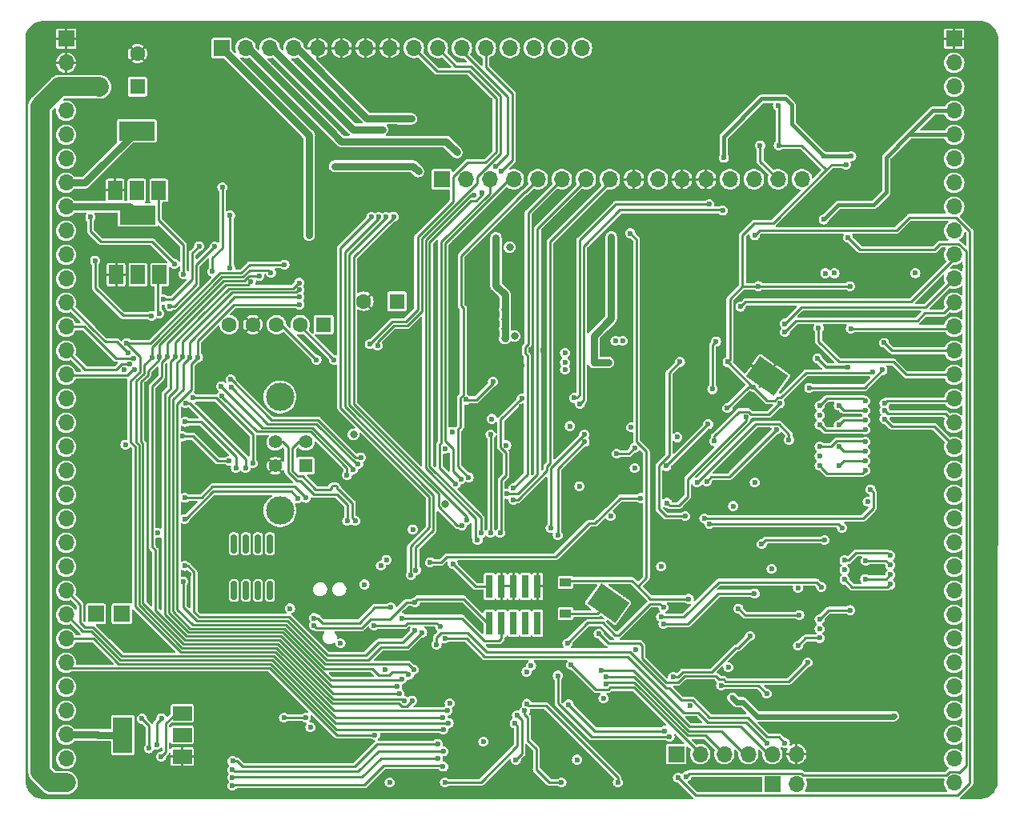
<source format=gbr>
%TF.GenerationSoftware,KiCad,Pcbnew,7.0.8*%
%TF.CreationDate,2024-09-26T12:51:56+01:00*%
%TF.ProjectId,polygonus-Shortage-Version,706f6c79-676f-46e7-9573-2d53686f7274,rev?*%
%TF.SameCoordinates,Original*%
%TF.FileFunction,Copper,L4,Bot*%
%TF.FilePolarity,Positive*%
%FSLAX46Y46*%
G04 Gerber Fmt 4.6, Leading zero omitted, Abs format (unit mm)*
G04 Created by KiCad (PCBNEW 7.0.8) date 2024-09-26 12:51:56*
%MOMM*%
%LPD*%
G01*
G04 APERTURE LIST*
G04 Aperture macros list*
%AMRoundRect*
0 Rectangle with rounded corners*
0 $1 Rounding radius*
0 $2 $3 $4 $5 $6 $7 $8 $9 X,Y pos of 4 corners*
0 Add a 4 corners polygon primitive as box body*
4,1,4,$2,$3,$4,$5,$6,$7,$8,$9,$2,$3,0*
0 Add four circle primitives for the rounded corners*
1,1,$1+$1,$2,$3*
1,1,$1+$1,$4,$5*
1,1,$1+$1,$6,$7*
1,1,$1+$1,$8,$9*
0 Add four rect primitives between the rounded corners*
20,1,$1+$1,$2,$3,$4,$5,0*
20,1,$1+$1,$4,$5,$6,$7,0*
20,1,$1+$1,$6,$7,$8,$9,0*
20,1,$1+$1,$8,$9,$2,$3,0*%
%AMRotRect*
0 Rectangle, with rotation*
0 The origin of the aperture is its center*
0 $1 length*
0 $2 width*
0 $3 Rotation angle, in degrees counterclockwise*
0 Add horizontal line*
21,1,$1,$2,0,0,$3*%
G04 Aperture macros list end*
%TA.AperFunction,ComponentPad*%
%ADD10R,1.600000X1.600000*%
%TD*%
%TA.AperFunction,ComponentPad*%
%ADD11C,1.600000*%
%TD*%
%TA.AperFunction,ComponentPad*%
%ADD12R,1.700000X1.700000*%
%TD*%
%TA.AperFunction,ComponentPad*%
%ADD13O,1.700000X1.700000*%
%TD*%
%TA.AperFunction,ComponentPad*%
%ADD14R,1.400000X1.400000*%
%TD*%
%TA.AperFunction,ComponentPad*%
%ADD15C,1.400000*%
%TD*%
%TA.AperFunction,ComponentPad*%
%ADD16C,3.000000*%
%TD*%
%TA.AperFunction,SMDPad,CuDef*%
%ADD17R,0.740000X2.400000*%
%TD*%
%TA.AperFunction,SMDPad,CuDef*%
%ADD18RotRect,2.600000X3.600000X235.000000*%
%TD*%
%TA.AperFunction,SMDPad,CuDef*%
%ADD19RoundRect,0.150000X0.150000X-0.825000X0.150000X0.825000X-0.150000X0.825000X-0.150000X-0.825000X0*%
%TD*%
%TA.AperFunction,SMDPad,CuDef*%
%ADD20R,1.500000X2.000000*%
%TD*%
%TA.AperFunction,SMDPad,CuDef*%
%ADD21R,3.800000X2.000000*%
%TD*%
%TA.AperFunction,SMDPad,CuDef*%
%ADD22R,2.000000X1.500000*%
%TD*%
%TA.AperFunction,SMDPad,CuDef*%
%ADD23R,2.000000X3.800000*%
%TD*%
%TA.AperFunction,SMDPad,CuDef*%
%ADD24R,1.200000X0.900000*%
%TD*%
%TA.AperFunction,ViaPad*%
%ADD25C,0.599440*%
%TD*%
%TA.AperFunction,ViaPad*%
%ADD26C,0.800000*%
%TD*%
%TA.AperFunction,ViaPad*%
%ADD27C,0.600000*%
%TD*%
%TA.AperFunction,ViaPad*%
%ADD28C,2.000000*%
%TD*%
%TA.AperFunction,Conductor*%
%ADD29C,0.254000*%
%TD*%
%TA.AperFunction,Conductor*%
%ADD30C,0.762000*%
%TD*%
%TA.AperFunction,Conductor*%
%ADD31C,0.609600*%
%TD*%
%TA.AperFunction,Conductor*%
%ADD32C,0.406400*%
%TD*%
%TA.AperFunction,Conductor*%
%ADD33C,0.304800*%
%TD*%
%TA.AperFunction,Conductor*%
%ADD34C,2.032000*%
%TD*%
%TA.AperFunction,Conductor*%
%ADD35C,2.023000*%
%TD*%
G04 APERTURE END LIST*
D10*
%TO.P,C6,1*%
%TO.N,Net-(C6-Pad1)*%
X96348000Y-85119000D03*
D11*
%TO.P,C6,2*%
%TO.N,GND*%
X92848000Y-85119000D03*
%TD*%
D10*
%TO.P,J13,1,Pin_1*%
%TO.N,Net-(D14-Pad2)*%
X88610209Y-87595853D03*
D11*
%TO.P,J13,2,Pin_2*%
%TO.N,/USB_D-*%
X86110209Y-87595853D03*
%TO.P,J13,3,Pin_3*%
%TO.N,/USB_D+*%
X83610209Y-87595853D03*
%TO.P,J13,4,Pin_4*%
%TO.N,GND*%
X81110209Y-87595853D03*
%TO.P,J13,5,Pin_5*%
%TO.N,/USB_SHIELD*%
X78610209Y-87595853D03*
%TD*%
D12*
%TO.P,J11,1,Pin_1*%
%TO.N,+3V3*%
X125881501Y-133044837D03*
D13*
%TO.P,J11,2,Pin_2*%
%TO.N,/mcu/AUX_SPI_CS*%
X128421501Y-133044837D03*
%TO.P,J11,3,Pin_3*%
%TO.N,/mcu/AUX_SPI_SCK*%
X130961501Y-133044837D03*
%TO.P,J11,4,Pin_4*%
%TO.N,/mcu/AUX_SPI_MISO*%
X133501501Y-133044837D03*
%TO.P,J11,5,Pin_5*%
%TO.N,/mcu/AUX_SPI_MOSI*%
X136041501Y-133044837D03*
%TO.P,J11,6,Pin_6*%
%TO.N,GND*%
X138581501Y-133044837D03*
%TD*%
D10*
%TO.P,C1,1*%
%TO.N,/12V_MR*%
X68916000Y-62423028D03*
D11*
%TO.P,C1,2*%
%TO.N,GND*%
X68916000Y-58923028D03*
%TD*%
D12*
%TO.P,J12,1,Pin_1*%
%TO.N,/mcu/UART_TX*%
X136088339Y-136214983D03*
D13*
%TO.P,J12,2,Pin_2*%
%TO.N,/mcu/UART_RX*%
X138628339Y-136214983D03*
%TD*%
D14*
%TO.P,J14,1,Pin_1*%
%TO.N,Net-(D14-Pad2)*%
X86696000Y-102518000D03*
D15*
%TO.P,J14,2,Pin_2*%
%TO.N,/USB_D-*%
X86696000Y-100018000D03*
%TO.P,J14,3,Pin_3*%
%TO.N,/USB_D+*%
X83496000Y-100018000D03*
%TO.P,J14,4,Pin_4*%
%TO.N,GND*%
X83496000Y-102518000D03*
D16*
%TO.P,J14,5,Pin_5*%
%TO.N,/USB_SHIELD*%
X83986000Y-107288000D03*
X83986000Y-95248000D03*
%TD*%
D12*
%TO.P,J16,1,Pin_1*%
%TO.N,/mcu/BOOT0*%
X67258834Y-118181164D03*
%TD*%
%TO.P,J15,1,Pin_1*%
%TO.N,+3V3*%
X64502327Y-118189319D03*
%TD*%
D17*
%TO.P,J8,1,Pin_1*%
%TO.N,+3V3*%
X106127000Y-115300000D03*
%TO.P,J8,2,Pin_2*%
%TO.N,/mcu/SWDIO*%
X106127000Y-119200000D03*
%TO.P,J8,3,Pin_3*%
%TO.N,GND*%
X107397000Y-115300000D03*
%TO.P,J8,4,Pin_4*%
%TO.N,/mcu/SWCLK*%
X107397000Y-119200000D03*
%TO.P,J8,5,Pin_5*%
%TO.N,GND*%
X108667000Y-115300000D03*
%TO.P,J8,6,Pin_6*%
%TO.N,unconnected-(J8-Pad6)*%
X108667000Y-119200000D03*
%TO.P,J8,7,Pin_7*%
%TO.N,unconnected-(J8-Pad7)*%
X109937000Y-115300000D03*
%TO.P,J8,8,Pin_8*%
%TO.N,unconnected-(J8-Pad8)*%
X109937000Y-119200000D03*
%TO.P,J8,9,Pin_9*%
%TO.N,GND*%
X111207000Y-115300000D03*
%TO.P,J8,10,Pin_10*%
%TO.N,/mcu/nRESET*%
X111207000Y-119200000D03*
%TD*%
D18*
%TO.P,BT1,1,+*%
%TO.N,Net-(BT1-Pad1)*%
X118679105Y-117058577D03*
%TO.P,BT1,2,-*%
%TO.N,GND*%
X135484895Y-93057423D03*
%TD*%
D19*
%TO.P,U25,1,TXD*%
%TO.N,unconnected-(U25-Pad1)*%
X82920056Y-115732195D03*
%TO.P,U25,2,VSS*%
%TO.N,unconnected-(U25-Pad2)*%
X81650056Y-115732195D03*
%TO.P,U25,3,VDD*%
%TO.N,unconnected-(U25-Pad3)*%
X80380056Y-115732195D03*
%TO.P,U25,4,RXD*%
%TO.N,unconnected-(U25-Pad4)*%
X79110056Y-115732195D03*
%TO.P,U25,5,Vref*%
%TO.N,unconnected-(U25-Pad5)*%
X79110056Y-110782195D03*
%TO.P,U25,6,CANL*%
%TO.N,unconnected-(U25-Pad6)*%
X80380056Y-110782195D03*
%TO.P,U25,7,CANH*%
%TO.N,unconnected-(U25-Pad7)*%
X81650056Y-110782195D03*
%TO.P,U25,8,Rs*%
%TO.N,unconnected-(U25-Pad8)*%
X82920056Y-110782195D03*
%TD*%
D20*
%TO.P,U32,1,Input*%
%TO.N,Net-(RN8-Pad5)*%
X71253410Y-82301195D03*
%TO.P,U32,2,Drain*%
%TO.N,/LS5*%
X68953410Y-82301195D03*
%TO.P,U32,3,Source*%
%TO.N,GND*%
X66653410Y-82301195D03*
D21*
%TO.P,U32,4,Drain*%
%TO.N,/LS5*%
X68953410Y-76001195D03*
%TD*%
D12*
%TO.P,J4,1,Pin_1*%
%TO.N,GND*%
X61363317Y-57335316D03*
D13*
%TO.P,J4,2,Pin_2*%
X61363317Y-59875316D03*
%TO.P,J4,3,Pin_3*%
%TO.N,/12V_MR*%
X61363317Y-62415316D03*
%TO.P,J4,4,Pin_4*%
%TO.N,/LS1*%
X61363317Y-64955316D03*
%TO.P,J4,5,Pin_5*%
%TO.N,/LS2*%
X61363317Y-67495316D03*
%TO.P,J4,6,Pin_6*%
%TO.N,/LS3*%
X61363317Y-70035316D03*
%TO.P,J4,7,Pin_7*%
%TO.N,/LS4*%
X61363317Y-72575316D03*
%TO.P,J4,8,Pin_8*%
%TO.N,/LS5*%
X61363317Y-75115316D03*
%TO.P,J4,9,Pin_9*%
%TO.N,/LS6*%
X61363317Y-77655316D03*
%TO.P,J4,10,Pin_10*%
%TO.N,/LS7*%
X61363317Y-80195316D03*
%TO.P,J4,11,Pin_11*%
%TO.N,/LS8*%
X61363317Y-82735316D03*
%TO.P,J4,12,Pin_12*%
%TO.N,/IGN12*%
X61363317Y-85275316D03*
%TO.P,J4,13,Pin_13*%
%TO.N,/IGN11*%
X61363317Y-87815316D03*
%TO.P,J4,14,Pin_14*%
%TO.N,/IGN10*%
X61363317Y-90355316D03*
%TO.P,J4,15,Pin_15*%
%TO.N,/IGN9*%
X61363317Y-92895316D03*
%TO.P,J4,16,Pin_16*%
%TO.N,/IGN8*%
X61363317Y-95435316D03*
%TO.P,J4,17,Pin_17*%
%TO.N,/IGN7*%
X61363317Y-97975316D03*
%TO.P,J4,18,Pin_18*%
%TO.N,/IGN6*%
X61363317Y-100515316D03*
%TO.P,J4,19,Pin_19*%
%TO.N,/IGN5*%
X61363317Y-103055316D03*
%TO.P,J4,20,Pin_20*%
%TO.N,/IGN4*%
X61363317Y-105595316D03*
%TO.P,J4,21,Pin_21*%
%TO.N,/IGN3*%
X61363317Y-108135316D03*
%TO.P,J4,22,Pin_22*%
%TO.N,/IGN2*%
X61363317Y-110675316D03*
%TO.P,J4,23,Pin_23*%
%TO.N,/IGN1*%
X61363317Y-113215316D03*
%TO.P,J4,24,Pin_24*%
%TO.N,/LS9*%
X61363317Y-115755316D03*
%TO.P,J4,25,Pin_25*%
%TO.N,/LS10*%
X61363317Y-118295316D03*
%TO.P,J4,26,Pin_26*%
%TO.N,/LS11*%
X61363317Y-120835316D03*
%TO.P,J4,27,Pin_27*%
%TO.N,/LS12*%
X61363317Y-123375316D03*
%TO.P,J4,28,Pin_28*%
%TO.N,/LS13*%
X61363317Y-125915316D03*
%TO.P,J4,29,Pin_29*%
%TO.N,/LS14*%
X61363317Y-128455316D03*
%TO.P,J4,30,Pin_30*%
%TO.N,/LS15*%
X61363317Y-130995316D03*
%TO.P,J4,31,Pin_31*%
%TO.N,/LS16*%
X61363317Y-133535316D03*
%TO.P,J4,32,Pin_32*%
%TO.N,/12V_MR*%
X61363317Y-136075316D03*
%TD*%
D20*
%TO.P,U31,1,Input*%
%TO.N,Net-(RN6-Pad8)*%
X71146201Y-73389341D03*
%TO.P,U31,2,Drain*%
%TO.N,/LS4*%
X68846201Y-73389341D03*
%TO.P,U31,3,Source*%
%TO.N,GND*%
X66546201Y-73389341D03*
D21*
%TO.P,U31,4,Drain*%
%TO.N,/LS4*%
X68846201Y-67089341D03*
%TD*%
D22*
%TO.P,U38,1,Input*%
%TO.N,Net-(RN10-Pad7)*%
X73653261Y-128722140D03*
%TO.P,U38,2,Drain*%
%TO.N,/LS15*%
X73653261Y-131022140D03*
%TO.P,U38,3,Source*%
%TO.N,GND*%
X73653261Y-133322140D03*
D23*
%TO.P,U38,4,Drain*%
%TO.N,/LS15*%
X67353261Y-131022140D03*
%TD*%
D12*
%TO.P,J6,1,Pin_1*%
%TO.N,+5V*%
X101082286Y-72212971D03*
D13*
%TO.P,J6,2,Pin_2*%
%TO.N,+3V3*%
X103622286Y-72212971D03*
%TO.P,J6,3,Pin_3*%
%TO.N,/ETB1_PWM*%
X106162286Y-72212971D03*
%TO.P,J6,4,Pin_4*%
%TO.N,/ETB1_DIS*%
X108702286Y-72212971D03*
%TO.P,J6,5,Pin_5*%
%TO.N,/ETB1_DIR*%
X111242286Y-72212971D03*
%TO.P,J6,6,Pin_6*%
%TO.N,/ETB2_PWM*%
X113782286Y-72212971D03*
%TO.P,J6,7,Pin_7*%
%TO.N,/ETB2_DIS*%
X116322286Y-72212971D03*
%TO.P,J6,8,Pin_8*%
%TO.N,/ETB2_DIR*%
X118862286Y-72212971D03*
%TO.P,J6,9,Pin_9*%
%TO.N,GND*%
X121402286Y-72212971D03*
%TO.P,J6,10,Pin_10*%
%TO.N,/12V_RAW*%
X123942286Y-72212971D03*
%TO.P,J6,11,Pin_11*%
%TO.N,GND*%
X126482286Y-72212971D03*
%TO.P,J6,12,Pin_12*%
X129022286Y-72212971D03*
%TO.P,J6,13,Pin_13*%
%TO.N,/CAN+*%
X131562286Y-72212971D03*
%TO.P,J6,14,Pin_14*%
%TO.N,/CAN-*%
X134102286Y-72212971D03*
%TO.P,J6,15,Pin_15*%
%TO.N,/VR2+*%
X136642286Y-72212971D03*
%TO.P,J6,16,Pin_16*%
%TO.N,/VR1+*%
X139182286Y-72212971D03*
%TD*%
D24*
%TO.P,D6,1,K*%
%TO.N,/Keep_Alive/Keep_Alive*%
X114184431Y-114876731D03*
%TO.P,D6,2,A*%
%TO.N,Net-(BT1-Pad1)*%
X114184431Y-118176731D03*
%TD*%
D12*
%TO.P,J5,1,Pin_1*%
%TO.N,GND*%
X155276000Y-57330221D03*
D13*
%TO.P,J5,2,Pin_2*%
%TO.N,Net-(F2-Pad1)*%
X155276000Y-59870221D03*
%TO.P,J5,3,Pin_3*%
%TO.N,Net-(F1-Pad2)*%
X155276000Y-62410221D03*
%TO.P,J5,4,Pin_4*%
%TO.N,/5V_SENSOR_2*%
X155276000Y-64950221D03*
%TO.P,J5,5,Pin_5*%
X155276000Y-67490221D03*
%TO.P,J5,6,Pin_6*%
%TO.N,unconnected-(J5-Pad6)*%
X155276000Y-70030221D03*
%TO.P,J5,7,Pin_7*%
%TO.N,unconnected-(J5-Pad7)*%
X155276000Y-72570221D03*
%TO.P,J5,8,Pin_8*%
%TO.N,/5V_SENSOR_1*%
X155276000Y-75110221D03*
%TO.P,J5,9,Pin_9*%
X155276000Y-77650221D03*
%TO.P,J5,10,Pin_10*%
%TO.N,/DIGITAL_6*%
X155276000Y-80190221D03*
%TO.P,J5,11,Pin_11*%
%TO.N,/DIGITAL_5*%
X155276000Y-82730221D03*
%TO.P,J5,12,Pin_12*%
%TO.N,/DIGITAL_4*%
X155276000Y-85270221D03*
%TO.P,J5,13,Pin_13*%
%TO.N,/DIGITAL_3*%
X155276000Y-87810221D03*
%TO.P,J5,14,Pin_14*%
%TO.N,/DIGITAL_2*%
X155276000Y-90350221D03*
%TO.P,J5,15,Pin_15*%
%TO.N,/DIGITAL_1*%
X155276000Y-92890221D03*
%TO.P,J5,16,Pin_16*%
%TO.N,/AT4*%
X155276000Y-95430221D03*
%TO.P,J5,17,Pin_17*%
%TO.N,/AT3*%
X155276000Y-97970221D03*
%TO.P,J5,18,Pin_18*%
%TO.N,/AT2*%
X155276000Y-100510221D03*
%TO.P,J5,19,Pin_19*%
%TO.N,/AT1*%
X155276000Y-103050221D03*
%TO.P,J5,20,Pin_20*%
%TO.N,/AV11*%
X155276000Y-105590221D03*
%TO.P,J5,21,Pin_21*%
%TO.N,/AV10*%
X155276000Y-108130221D03*
%TO.P,J5,22,Pin_22*%
%TO.N,/AV9*%
X155276000Y-110670221D03*
%TO.P,J5,23,Pin_23*%
%TO.N,/AV8*%
X155276000Y-113210221D03*
%TO.P,J5,24,Pin_24*%
%TO.N,/AV7*%
X155276000Y-115750221D03*
%TO.P,J5,25,Pin_25*%
%TO.N,/AV6*%
X155276000Y-118290221D03*
%TO.P,J5,26,Pin_26*%
%TO.N,/AV5*%
X155276000Y-120830221D03*
%TO.P,J5,27,Pin_27*%
%TO.N,/AV4*%
X155276000Y-123370221D03*
%TO.P,J5,28,Pin_28*%
%TO.N,/AV3*%
X155276000Y-125910221D03*
%TO.P,J5,29,Pin_29*%
%TO.N,/AV2*%
X155276000Y-128450221D03*
%TO.P,J5,30,Pin_30*%
%TO.N,/AV1*%
X155276000Y-130990221D03*
%TO.P,J5,31,Pin_31*%
%TO.N,/KNOCK_1*%
X155276000Y-133530221D03*
%TO.P,J5,32,Pin_32*%
%TO.N,/KNOCK_2*%
X155276000Y-136070221D03*
%TD*%
D12*
%TO.P,J7,1,Pin_1*%
%TO.N,/HS1*%
X77806000Y-58321088D03*
D13*
%TO.P,J7,2,Pin_2*%
%TO.N,/HS2*%
X80346000Y-58321088D03*
%TO.P,J7,3,Pin_3*%
%TO.N,/HS3*%
X82886000Y-58321088D03*
%TO.P,J7,4,Pin_4*%
%TO.N,/HS4*%
X85426000Y-58321088D03*
%TO.P,J7,5,Pin_5*%
%TO.N,GND*%
X87966000Y-58321088D03*
%TO.P,J7,6,Pin_6*%
X90506000Y-58321088D03*
%TO.P,J7,7,Pin_7*%
X93046000Y-58321088D03*
%TO.P,J7,8,Pin_8*%
X95586000Y-58321088D03*
%TO.P,J7,9,Pin_9*%
%TO.N,/CAN2+*%
X98126000Y-58321088D03*
%TO.P,J7,10,Pin_10*%
%TO.N,/CAN2-*%
X100666000Y-58321088D03*
%TO.P,J7,11,Pin_11*%
%TO.N,/RC1*%
X103206000Y-58321088D03*
%TO.P,J7,12,Pin_12*%
%TO.N,/RC2*%
X105746000Y-58321088D03*
%TO.P,J7,13,Pin_13*%
%TO.N,/Perm_Live*%
X108286000Y-58321088D03*
%TO.P,J7,14,Pin_14*%
%TO.N,/RSVD*%
X110826000Y-58321088D03*
%TO.P,J7,15,Pin_15*%
X113366000Y-58321088D03*
%TO.P,J7,16,Pin_16*%
X115906000Y-58321088D03*
%TD*%
D25*
%TO.N,GND*%
X86443372Y-114752264D03*
X83843439Y-69242269D03*
X149579411Y-86449104D03*
X128305902Y-92916261D03*
X60428343Y-117073386D03*
X138735879Y-96962155D03*
X105118851Y-114448145D03*
X99509658Y-121464630D03*
X84980333Y-130186379D03*
X80680002Y-128033010D03*
X90845182Y-99528349D03*
X136547698Y-121794094D03*
X127717709Y-106988421D03*
X140592193Y-128179610D03*
X97570725Y-117848966D03*
X88771895Y-91335076D03*
X133509960Y-86439771D03*
X148332983Y-80372886D03*
X99649727Y-70878820D03*
X139253787Y-86489316D03*
X138098260Y-93391860D03*
X69185247Y-132039582D03*
X130921826Y-89535132D03*
X66653041Y-71650404D03*
X152850932Y-101464781D03*
X132937527Y-123232801D03*
X106589781Y-91795916D03*
X153842836Y-134009932D03*
X108253662Y-131984557D03*
X106575574Y-90218908D03*
X127796273Y-136202319D03*
X109530688Y-93401339D03*
X126552090Y-137226916D03*
X72202779Y-86620052D03*
X151859029Y-121597737D03*
X98272981Y-90830037D03*
X72246995Y-56239811D03*
X113972911Y-124126185D03*
X88534269Y-59720304D03*
X118033670Y-128339288D03*
X131290055Y-92492041D03*
X155840047Y-111933382D03*
X149740002Y-112292522D03*
X117045031Y-107384891D03*
X143360099Y-131684454D03*
X69902670Y-93884548D03*
X103612587Y-133628376D03*
X155893663Y-127200651D03*
X125865546Y-76947513D03*
X106561366Y-91071345D03*
X89937730Y-113594149D03*
X138719136Y-79353441D03*
X144034736Y-79354174D03*
X120031741Y-98023981D03*
X126772291Y-117485105D03*
X109151092Y-63605082D03*
X106575574Y-89380678D03*
X101685004Y-102361720D03*
X74007103Y-96792466D03*
X130836012Y-87561644D03*
X77823130Y-59788528D03*
X143496414Y-121254160D03*
X106210920Y-63859181D03*
X92901790Y-91768220D03*
X151416694Y-125042591D03*
X133841970Y-96335886D03*
X114910674Y-63567196D03*
X72620612Y-135616514D03*
X130638507Y-95794656D03*
X113875791Y-131262541D03*
X115600941Y-126624275D03*
X103942760Y-109292163D03*
X113488313Y-93524630D03*
X75293826Y-76024845D03*
X155853451Y-89079393D03*
X136829567Y-75077049D03*
X100457529Y-86176845D03*
X97376325Y-98841462D03*
X146833881Y-109172905D03*
X153282115Y-117409034D03*
X97070465Y-93282883D03*
X71179631Y-111005742D03*
X100447131Y-117823419D03*
X70431039Y-129085546D03*
X81798901Y-125355793D03*
X152968035Y-68399172D03*
X79538254Y-124651260D03*
X97390436Y-115109709D03*
X103872356Y-124929048D03*
X89796259Y-97486107D03*
X94478486Y-106106236D03*
X135350273Y-74621384D03*
X91866837Y-118173259D03*
X111438858Y-123390035D03*
X65550679Y-123187766D03*
X149445112Y-108941497D03*
X69864784Y-99254900D03*
X115999899Y-74304959D03*
X112614750Y-116976101D03*
X71955343Y-127113205D03*
X138733343Y-78358931D03*
X107992283Y-134645271D03*
X142560285Y-122653322D03*
X147908520Y-99339072D03*
X93103005Y-120112654D03*
X115333957Y-111274539D03*
X77725043Y-101114539D03*
X73733954Y-100524192D03*
X138840895Y-109314126D03*
X138195106Y-91460820D03*
X143282453Y-104222346D03*
X74232109Y-106845964D03*
X142531319Y-99397156D03*
X122168950Y-132039530D03*
X84915192Y-86419357D03*
X80644522Y-78656335D03*
X112752253Y-119634944D03*
X59407431Y-57307444D03*
X155833345Y-129740727D03*
X143487478Y-119922686D03*
X139186766Y-89505238D03*
X138099202Y-109340934D03*
X138152684Y-103855137D03*
X134443221Y-136533692D03*
X146015563Y-113571607D03*
X72062395Y-121905501D03*
X116907827Y-83578820D03*
X108273084Y-104169268D03*
X138678546Y-122921943D03*
X153311354Y-105947434D03*
X141262239Y-74963391D03*
X105079669Y-119396796D03*
X140411929Y-133795467D03*
X155853451Y-122120497D03*
X69894886Y-119882976D03*
X128259473Y-125602214D03*
X136829184Y-120315175D03*
X155866855Y-101786479D03*
X68409194Y-77988666D03*
X148414176Y-116102057D03*
X127804989Y-97773257D03*
X153735566Y-136421660D03*
X151944678Y-85036036D03*
X71346591Y-64007708D03*
X130417592Y-93741444D03*
X153320076Y-99628419D03*
X131900944Y-120355387D03*
X76941569Y-127243634D03*
X152968035Y-66469413D03*
X136042192Y-115726742D03*
X72270912Y-67133433D03*
X146121153Y-89532046D03*
X123551729Y-122614599D03*
X75168822Y-133200433D03*
X109514815Y-96270649D03*
X113793034Y-61426632D03*
X122593871Y-86769642D03*
X147341848Y-119667547D03*
X103712393Y-85334706D03*
X135723193Y-64389586D03*
X112932436Y-133749192D03*
X143383555Y-118491420D03*
X144089488Y-80902034D03*
X109544896Y-91909574D03*
X135397874Y-86475912D03*
X107878329Y-111231634D03*
X62899884Y-85326075D03*
X143638442Y-134497765D03*
X80907671Y-75878651D03*
X123974007Y-132813980D03*
X145980641Y-129919678D03*
X111519869Y-64618535D03*
X88269904Y-83525646D03*
X120272346Y-135050984D03*
X141403832Y-80929701D03*
X100467574Y-96171491D03*
X125140367Y-91597792D03*
X112458142Y-125357820D03*
X91468473Y-131999778D03*
X105813116Y-66190807D03*
X78670464Y-132911366D03*
X142420059Y-111343846D03*
X152587931Y-87258183D03*
X82545043Y-88977623D03*
X93101491Y-131906419D03*
X132266982Y-103924286D03*
X109530688Y-91142381D03*
X109495323Y-101338703D03*
X130848302Y-66822618D03*
X130713653Y-111976270D03*
X102035450Y-94886897D03*
X75225449Y-129868884D03*
X99312246Y-115785621D03*
X133274320Y-74153563D03*
X76122883Y-96133576D03*
X119702595Y-131999317D03*
X91853970Y-65801444D03*
X118336429Y-102434058D03*
X111200031Y-126978016D03*
X154100801Y-111853667D03*
X109417030Y-84848555D03*
X120923908Y-133254369D03*
X75606219Y-128610290D03*
X71123052Y-96329751D03*
X105865210Y-84948006D03*
X107000905Y-127648254D03*
X117278554Y-75604925D03*
X130023752Y-119788184D03*
X122426734Y-81667929D03*
X62409897Y-127068202D03*
X66801165Y-133615733D03*
X153722199Y-80608002D03*
X105624529Y-107492195D03*
X150950560Y-77375477D03*
X142582471Y-86502720D03*
X110843903Y-121086595D03*
X153874437Y-78369595D03*
X155853451Y-114493565D03*
X68435184Y-80573624D03*
X144424578Y-111285687D03*
X90671424Y-67178916D03*
X64104464Y-135464278D03*
X138867532Y-126401334D03*
X107891668Y-137234177D03*
X67475340Y-121719804D03*
X106229643Y-133619857D03*
X95208217Y-131296063D03*
X114277167Y-109886746D03*
X72781491Y-82327951D03*
X83866023Y-117628729D03*
X150741790Y-91519297D03*
X155840047Y-91612768D03*
X63864763Y-66291631D03*
X148457717Y-103959197D03*
X139373779Y-131037327D03*
X122131822Y-76249634D03*
X155840047Y-83999239D03*
X151913965Y-127593650D03*
X62174087Y-101620095D03*
X103684678Y-62048710D03*
X90985158Y-120264567D03*
X96203774Y-96889640D03*
X132999462Y-107362584D03*
X62963534Y-109426848D03*
X149880258Y-94909915D03*
X136182281Y-102514727D03*
X135823517Y-92727834D03*
X103230570Y-112858726D03*
X110284770Y-106124116D03*
X104840578Y-116603203D03*
X110510991Y-90218908D03*
X58063108Y-136862708D03*
X68092457Y-112391217D03*
X156330495Y-78691222D03*
X142600343Y-89549919D03*
X155893663Y-106866633D03*
X149029072Y-125891303D03*
X149727777Y-100151179D03*
X106575574Y-92563109D03*
X123548478Y-90351846D03*
X87389132Y-137103692D03*
X66524853Y-137051072D03*
X83382599Y-92822105D03*
X123227873Y-115525681D03*
X103045800Y-70284137D03*
X136786120Y-130384123D03*
X123375271Y-84169709D03*
X150237133Y-106544934D03*
X106575574Y-88627692D03*
X134626129Y-66503367D03*
X149579411Y-89532046D03*
X62896585Y-82545092D03*
X142553659Y-129977763D03*
X109564007Y-134955382D03*
X132557126Y-128474039D03*
X125861590Y-97646970D03*
X99328101Y-60703726D03*
X155950391Y-81410428D03*
X76856822Y-135022694D03*
X122308504Y-116919822D03*
X86187641Y-81588397D03*
X117199533Y-86771919D03*
X150599695Y-68896232D03*
X110650857Y-74006606D03*
X149218422Y-129948490D03*
X99997295Y-137168934D03*
X69883727Y-95324219D03*
X141248354Y-113464137D03*
X127854750Y-129379938D03*
X85766331Y-59778781D03*
X75086857Y-137197148D03*
X92802440Y-124638325D03*
X80304028Y-100227005D03*
X123389479Y-86712813D03*
X87970003Y-120338213D03*
X101769755Y-113701916D03*
X66674360Y-109956595D03*
X107777493Y-121478052D03*
X124941269Y-81580213D03*
X64333254Y-127207636D03*
X123403686Y-85093183D03*
X66654867Y-106350479D03*
X153025186Y-114828667D03*
X147947862Y-93624489D03*
X118301944Y-93879135D03*
X101478103Y-111382271D03*
X144634220Y-116209290D03*
X120476208Y-116120629D03*
X135730837Y-68651501D03*
X90841667Y-116797714D03*
X85277478Y-127918000D03*
X87552239Y-117416690D03*
X66518420Y-95805027D03*
X94896704Y-90894167D03*
X155840047Y-117026940D03*
X153552811Y-96351443D03*
X65713786Y-124807961D03*
X79719253Y-114184897D03*
X131950575Y-101927471D03*
X133709879Y-91411706D03*
X132758188Y-126476830D03*
X63022012Y-113549516D03*
X75586214Y-94240603D03*
X74782529Y-127037088D03*
X127121907Y-81785509D03*
X120055664Y-95406359D03*
X153611288Y-97637949D03*
X84042341Y-101281967D03*
X71113306Y-104565340D03*
X104664753Y-111288261D03*
X130862509Y-65288232D03*
X135948364Y-117522891D03*
X132201582Y-134136113D03*
X96784327Y-69592314D03*
X110244171Y-132648060D03*
X131226753Y-103107032D03*
X135284861Y-129982000D03*
X126887193Y-122495812D03*
X125910851Y-120532495D03*
X138648099Y-80433194D03*
X107192801Y-102372771D03*
X124226076Y-129662392D03*
X80688531Y-59788528D03*
X134272256Y-80021183D03*
X66674360Y-113660173D03*
X120568436Y-108549888D03*
X144061074Y-80134841D03*
X141673457Y-93343946D03*
X79855075Y-86375372D03*
X141446934Y-66694753D03*
X130840480Y-84509977D03*
X74319825Y-114028957D03*
X84908661Y-67068983D03*
X77928933Y-131262526D03*
X117088283Y-113145821D03*
X62136308Y-122122134D03*
X122570353Y-95562639D03*
X100467563Y-79643956D03*
X100827750Y-122408865D03*
X64329285Y-70089374D03*
X109652230Y-125342128D03*
X102218641Y-97467239D03*
X66618381Y-102789646D03*
X78121391Y-89109248D03*
X101243390Y-59973706D03*
X108664044Y-84848555D03*
X123346857Y-85902998D03*
X69855312Y-97521612D03*
X65572426Y-132213014D03*
X143302800Y-97179676D03*
X72035468Y-128349396D03*
X125946058Y-84640538D03*
X67220920Y-58345284D03*
X151141910Y-101605524D03*
X84620996Y-63656843D03*
X151187406Y-110160692D03*
X62963534Y-97731338D03*
X119957273Y-126610870D03*
X136124261Y-112024466D03*
X150383314Y-83359894D03*
X133132570Y-76414740D03*
X68258253Y-124818835D03*
X116849833Y-119846729D03*
X119614724Y-99817151D03*
X82641231Y-130215618D03*
X147463598Y-106269061D03*
X152426543Y-70745138D03*
X95346937Y-111300529D03*
X155880259Y-94172951D03*
X97875820Y-85093183D03*
X120395141Y-101967765D03*
X73959214Y-126980485D03*
X71478636Y-134389598D03*
X137179096Y-127753888D03*
X120753501Y-103857012D03*
X109516481Y-92676768D03*
X102481790Y-78905339D03*
X132490623Y-113627269D03*
X103726601Y-83729283D03*
X141440410Y-106239822D03*
X77454487Y-111129597D03*
X85356204Y-96914550D03*
X145156034Y-109793108D03*
X131096080Y-109467028D03*
X117940931Y-82311807D03*
X60522272Y-132264306D03*
X89384279Y-78292308D03*
X155853451Y-124653872D03*
X126043521Y-88811937D03*
X120071285Y-93838923D03*
X142076741Y-131843018D03*
X94474464Y-75147682D03*
X105069602Y-84962214D03*
X72037188Y-75763412D03*
X132366851Y-94212234D03*
X106632403Y-84919592D03*
X62905057Y-105362659D03*
X151190509Y-74552689D03*
X147100574Y-125015783D03*
X68393475Y-85059627D03*
X109091328Y-80596465D03*
X75838437Y-117677282D03*
X118092148Y-132296269D03*
X111803853Y-90360981D03*
X88158888Y-68159614D03*
X129609077Y-134214083D03*
X147864608Y-133768658D03*
X103270612Y-66094357D03*
X126337624Y-115968016D03*
X146121153Y-86475912D03*
X141461141Y-78330516D03*
X140551875Y-71170046D03*
X64767309Y-91288078D03*
X155880259Y-104306450D03*
X93458329Y-100673758D03*
X91389037Y-75392355D03*
X148991000Y-75361195D03*
X103726601Y-84496477D03*
X141489556Y-65146159D03*
X155853451Y-109373199D03*
X76569012Y-67133433D03*
X125519437Y-105929497D03*
X155866855Y-119560314D03*
X132070128Y-63938540D03*
X113627282Y-100091659D03*
X132936772Y-71170046D03*
X72246995Y-60723482D03*
X99852737Y-131275957D03*
X83349259Y-59817766D03*
X147785225Y-131472885D03*
X107725277Y-74051703D03*
X70163137Y-113743547D03*
X69760954Y-135125747D03*
X74855245Y-72954774D03*
X111853579Y-87967054D03*
X83047832Y-101281967D03*
X99547541Y-63092509D03*
X75805030Y-99214019D03*
X134001391Y-109585188D03*
X65042961Y-116261475D03*
X149245583Y-136420483D03*
X88260433Y-85078975D03*
X139981920Y-91610263D03*
X136203249Y-106734181D03*
X116059566Y-121277989D03*
X113357344Y-74091849D03*
X135406810Y-89514174D03*
X102234352Y-90624712D03*
D26*
%TO.N,+5V*%
X107778000Y-88040000D03*
X107778000Y-87024000D03*
X107778000Y-86008000D03*
X108794000Y-88802000D03*
D25*
X130638000Y-125759000D03*
X146650808Y-92618310D03*
D26*
X107778000Y-89056000D03*
D25*
X120224000Y-89310000D03*
X144263248Y-83533533D03*
X102190000Y-98962000D03*
X106813733Y-78424334D03*
X146132000Y-106328000D03*
X131289061Y-96420764D03*
X143831509Y-70665700D03*
D26*
X91776000Y-99216000D03*
D25*
X131908000Y-106793380D03*
X131321029Y-91546911D03*
X67468447Y-92358000D03*
X141052000Y-97184000D03*
X67647411Y-100295853D03*
X71048231Y-109640317D03*
X143691414Y-113563709D03*
X141052000Y-119790000D03*
X134557725Y-83533534D03*
X106381000Y-97565000D03*
X119462000Y-89310000D03*
X134062536Y-94199810D03*
X136640103Y-64398788D03*
X136735295Y-68619360D03*
X138766000Y-115472000D03*
X141052000Y-101502000D03*
X134194000Y-104296000D03*
X135464000Y-126648000D03*
X135972000Y-113440000D03*
X125992099Y-99504339D03*
%TO.N,+3V3*%
X117176000Y-91596000D03*
X117938000Y-91596000D03*
X118700000Y-91596000D03*
X131400000Y-123854000D03*
X87204000Y-130204000D03*
X105492000Y-131728000D03*
X95586000Y-136046000D03*
X101428000Y-100740000D03*
D27*
X127336000Y-127918000D03*
X148918680Y-129020660D03*
D25*
X85045000Y-117631000D03*
X121113000Y-98454000D03*
X114128000Y-91596000D03*
X92919000Y-115091000D03*
X121494000Y-102772000D03*
X115398000Y-133633000D03*
X102259855Y-112894623D03*
X114128000Y-92358000D03*
D27*
X115652000Y-104701566D03*
D26*
X101428000Y-106582000D03*
D25*
X90379000Y-121314000D03*
D27*
X121619667Y-121950333D03*
D25*
X95078000Y-124108000D03*
D27*
X131809698Y-127057698D03*
X124288000Y-113186000D03*
X118192000Y-127156000D03*
X118954000Y-107852000D03*
D25*
X107905000Y-100359000D03*
D27*
X143350146Y-129094828D03*
D25*
X98024400Y-109274400D03*
X101936000Y-127664000D03*
D27*
X114636000Y-98327000D03*
D25*
X119002273Y-78324847D03*
X114128000Y-90580000D03*
%TO.N,/mcu/AV4*%
X125558000Y-124870000D03*
X133686000Y-120552000D03*
%TO.N,/mcu/AV2*%
X117684000Y-120298000D03*
X139782000Y-123346000D03*
%TO.N,/mcu/AV5*%
X124542000Y-119282000D03*
X134170633Y-116055725D03*
%TO.N,/mcu/AV6*%
X124288000Y-118520000D03*
X141215557Y-115352032D03*
%TO.N,/mcu/AV9*%
X129391632Y-108685120D03*
X143413439Y-109106342D03*
%TO.N,/mcu/AV10*%
X128860000Y-108106000D03*
X146426241Y-105046781D03*
%TO.N,/5V_SENSOR_1*%
X144398964Y-69771176D03*
X141497818Y-69771176D03*
X130918191Y-69927525D03*
%TO.N,/5V_SENSOR_2*%
X141482146Y-76459902D03*
%TO.N,/mcu/nRESET*%
X111207000Y-119282000D03*
X93935000Y-119409000D03*
X100920000Y-119536000D03*
%TO.N,/mcu/SWDIO*%
X98253000Y-116996000D03*
X87585000Y-119409000D03*
%TO.N,/mcu/SWCLK*%
X87585000Y-118647000D03*
X95713000Y-117504000D03*
X96856000Y-118647000D03*
%TO.N,/mcu/5V_SENSOR_1_PG*%
X126955000Y-135411000D03*
X144045916Y-78383854D03*
%TO.N,/mcu/5V_SENSOR_2_PG*%
X126066000Y-135538000D03*
X134191182Y-78143291D03*
%TO.N,/mcu/AT2*%
X128098000Y-104296000D03*
X137811875Y-99785875D03*
%TO.N,/mcu/AT1*%
X129114000Y-104169000D03*
X136480000Y-98708000D03*
%TO.N,/mcu/AT3*%
X133261486Y-97383980D03*
X124923000Y-106455000D03*
%TO.N,Net-(C33-Pad1)*%
X130098312Y-89380012D03*
X129702906Y-94426278D03*
%TO.N,Net-(C34-Pad1)*%
X140821465Y-91165699D03*
X144033378Y-92098452D03*
%TO.N,Net-(C42-Pad1)*%
X145878000Y-98708000D03*
X141052000Y-98200000D03*
%TO.N,Net-(C43-Pad1)*%
X143084000Y-98200000D03*
X145878000Y-97692000D03*
%TO.N,Net-(C44-Pad1)*%
X143084000Y-96168000D03*
X145878000Y-96676000D03*
%TO.N,Net-(C45-Pad1)*%
X141052000Y-96168000D03*
X145878000Y-95660000D03*
%TO.N,Net-(C48-Pad1)*%
X141060141Y-120757140D03*
X138766000Y-121568000D03*
%TO.N,/mcu/12V_DIVIDED*%
X126281596Y-91534587D03*
X126828000Y-107852000D03*
%TO.N,Net-(C50-Pad1)*%
X141052000Y-118774000D03*
X144285755Y-117814098D03*
%TO.N,Net-(C52-Pad1)*%
X143691414Y-114579709D03*
X148517414Y-115087709D03*
%TO.N,Net-(C53-Pad1)*%
X148517414Y-114071709D03*
X145879421Y-114511171D03*
%TO.N,Net-(C54-Pad1)*%
X148517414Y-113055709D03*
X145929909Y-112592633D03*
%TO.N,/ETB2_DIR*%
X108660597Y-106118641D03*
%TO.N,/ETB2_DIS*%
X107972825Y-105515651D03*
%TO.N,Net-(C55-Pad1)*%
X148517414Y-112039709D03*
X143691414Y-112547709D03*
%TO.N,Net-(C57-Pad1)*%
X145878000Y-103026000D03*
X141052000Y-102518000D03*
%TO.N,Net-(C58-Pad1)*%
X145878000Y-102010000D03*
X143084000Y-102518000D03*
%TO.N,Net-(C59-Pad1)*%
X143084000Y-100486000D03*
X145878000Y-100994000D03*
%TO.N,Net-(C60-Pad1)*%
X141052000Y-100486000D03*
X145878000Y-99978000D03*
%TO.N,/lowside_quad1/IN1*%
X75309545Y-91050508D03*
X86043425Y-85485738D03*
X98126000Y-124108000D03*
%TO.N,/lowside_quad1/IN3*%
X86017435Y-83926337D03*
X73686549Y-91017033D03*
X96856000Y-125124000D03*
%TO.N,/lowside_quad1/IN2*%
X74471367Y-91050508D03*
X97594368Y-124639632D03*
X86027281Y-84691468D03*
%TO.N,/lowside_quad1/IN4*%
X72903265Y-90982024D03*
X96348000Y-125886000D03*
X86017435Y-83174994D03*
%TO.N,/lowside_quad2/IN1*%
X72071982Y-90995013D03*
X96602000Y-126648000D03*
X80908296Y-83074639D03*
%TO.N,/lowside_quad2/IN3*%
X70436416Y-91050508D03*
X97966732Y-127395072D03*
X83030617Y-82096601D03*
%TO.N,/lowside_quad2/IN2*%
X71254352Y-90994349D03*
X81798979Y-82418208D03*
X97110000Y-127410000D03*
%TO.N,/lowside_quad2/IN4*%
X101680241Y-128448273D03*
X67771535Y-89552652D03*
X84459708Y-81254813D03*
%TO.N,/ETB1_DIR*%
X103935160Y-103754820D03*
%TO.N,/ETB1_DIS*%
X103132946Y-103924701D03*
%TO.N,/lowside_quad4/IN4*%
X101231612Y-134355561D03*
X78934042Y-136379418D03*
%TO.N,/lowside_quad4/IN2*%
X101242831Y-132751170D03*
X78948065Y-134696581D03*
%TO.N,/lowside_quad4/IN3*%
X78934042Y-135523976D03*
X100659416Y-133514097D03*
%TO.N,/lowside_quad4/IN1*%
X100649446Y-131971846D03*
X78976113Y-133799068D03*
%TO.N,/highside_quad/IN1*%
X97825119Y-114103245D03*
X93637657Y-76213144D03*
%TO.N,/highside_quad/IN3*%
X103235992Y-108833684D03*
X95205721Y-76204480D03*
%TO.N,/highside_quad/IN2*%
X94417357Y-76204480D03*
X98356399Y-113571966D03*
%TO.N,/mcu/CAN_RX*%
X106254000Y-109630000D03*
X106254000Y-99216000D03*
%TO.N,/mcu/CAN_TX*%
X109556000Y-95406000D03*
X107270000Y-109630000D03*
%TO.N,/highside_quad/IN4*%
X95994085Y-76178490D03*
X103724080Y-108262470D03*
%TO.N,/ign1/IN4*%
X86696000Y-105921600D03*
X73905034Y-105908649D03*
%TO.N,/AT4*%
X147910000Y-95914000D03*
%TO.N,/AT2*%
X147910000Y-97565000D03*
%TO.N,/AT3*%
X147910000Y-96676000D03*
%TO.N,/HS4*%
X95744926Y-65784676D03*
X97169870Y-65804107D03*
X96459505Y-65804107D03*
X97866026Y-65804107D03*
%TO.N,/HS2*%
X89767876Y-67480566D03*
X90947080Y-68190931D03*
X102687460Y-69369474D03*
X89236000Y-66958000D03*
X90307752Y-68020442D03*
%TO.N,/HS3*%
X92595126Y-66926483D03*
X94809285Y-66924988D03*
X93390733Y-66926483D03*
X94015853Y-66926483D03*
%TO.N,/HS1*%
X87057848Y-78134240D03*
X87082700Y-69111300D03*
X87078928Y-67568241D03*
X87096907Y-69898907D03*
X87096907Y-68247760D03*
%TO.N,/LS9*%
X101174000Y-129188000D03*
%TO.N,/LS10*%
X101820636Y-129766620D03*
%TO.N,/LS11*%
X101248441Y-130441170D03*
%TO.N,/LS12*%
X94034308Y-131019790D03*
%TO.N,/CAN+*%
X129380719Y-74869112D03*
X115096263Y-95358263D03*
%TO.N,/CAN-*%
X130795195Y-75512333D03*
X115699737Y-95961737D03*
%TO.N,Net-(C80-Pad1)*%
X114382000Y-121314000D03*
X124542000Y-117504000D03*
%TO.N,/ign1/IN3*%
X85883200Y-105972400D03*
X73892039Y-108182776D03*
%TO.N,/ign1/IN1*%
X99015000Y-120171000D03*
X73749094Y-114771247D03*
%TO.N,/ign1/IN2*%
X73911532Y-113127378D03*
X98253000Y-119917000D03*
%TO.N,/ign2/IN2*%
X79330000Y-102772000D03*
X73962046Y-97890200D03*
%TO.N,/IGN9*%
X91067247Y-103515620D03*
X77839673Y-95129380D03*
X68616065Y-92332010D03*
%TO.N,/IGN10*%
X91691007Y-102937000D03*
X68054699Y-91789899D03*
X77770001Y-94118300D03*
%TO.N,/IGN11*%
X68486115Y-91174759D03*
X92246000Y-102348002D03*
X78822597Y-94235255D03*
%TO.N,/IGN12*%
X92517994Y-101647621D03*
X67908556Y-90596139D03*
X78783612Y-93397077D03*
%TO.N,/mcu/DIGITAL5*%
X129260378Y-98126157D03*
X124832268Y-102554268D03*
%TO.N,/mcu/DIGITAL2*%
X136840934Y-95923748D03*
X129914047Y-99913125D03*
%TO.N,/mcu/DIGITAL1*%
X99847117Y-112751646D03*
X122129000Y-105947000D03*
%TO.N,/DIGITAL_5*%
X137350003Y-87493676D03*
%TO.N,/DIGITAL_6*%
X132683659Y-85695086D03*
%TO.N,/DIGITAL_1*%
X140944780Y-87968001D03*
%TO.N,/DIGITAL_2*%
X147850428Y-89483158D03*
%TO.N,/DIGITAL_3*%
X144344295Y-88001659D03*
%TO.N,/DIGITAL_4*%
X137373311Y-88371903D03*
%TO.N,/ign2/IN1*%
X73691189Y-99412193D03*
X78568000Y-102010000D03*
%TO.N,/ign2/IN3*%
X74001972Y-95916535D03*
X80346000Y-102772000D03*
%TO.N,/ign2/IN4*%
X74755683Y-95357749D03*
X81108000Y-102264000D03*
%TO.N,/VR2+*%
X134760663Y-68623603D03*
D27*
%TO.N,/USB_D+*%
X91095000Y-108360000D03*
X94658871Y-113097129D03*
X87839561Y-91312427D03*
%TO.N,/USB_D-*%
X95262741Y-112493259D03*
X91949000Y-108360000D03*
X89710842Y-91338417D03*
D26*
%TO.N,/12V_PROT*%
X108286000Y-79404000D03*
D25*
X141654122Y-82154864D03*
X142623306Y-82150694D03*
X151169861Y-82144909D03*
%TO.N,/mcu/LED1*%
X101428000Y-136046000D03*
X108804446Y-129786228D03*
%TO.N,/mcu/LED2*%
X109048000Y-128934000D03*
X108921000Y-133633000D03*
%TO.N,/mcu/LED3*%
X113747000Y-136046000D03*
X109871234Y-128449632D03*
%TO.N,/mcu/LED4*%
X119716000Y-136046000D03*
X110082421Y-127728060D03*
%TO.N,Net-(C8-Pad1)*%
X106508000Y-93628000D03*
X103674896Y-95530405D03*
%TO.N,Net-(R57-Pad2)*%
X138892428Y-118317851D03*
X132452441Y-117652151D03*
%TO.N,Net-(R69-Pad2)*%
X141560000Y-110392000D03*
X134922265Y-110811205D03*
%TO.N,/knock/FILTERED_1*%
X114509000Y-127791000D03*
X124669000Y-130585000D03*
%TO.N,/knock/FILTERED_2*%
X125177000Y-131220000D03*
X113366000Y-124743000D03*
%TO.N,Net-(RN6-Pad5)*%
X78706364Y-76016794D03*
X78707216Y-81574423D03*
%TO.N,Net-(RN6-Pad6)*%
X72806956Y-81151377D03*
X63931362Y-76224825D03*
%TO.N,Net-(RN6-Pad7)*%
X76835934Y-81976036D03*
X77893453Y-73063557D03*
%TO.N,Net-(RN6-Pad8)*%
X73782107Y-82248931D03*
%TO.N,Net-(RN8-Pad5)*%
X71222089Y-86400837D03*
%TO.N,Net-(RN8-Pad6)*%
X64438693Y-80825977D03*
X70403404Y-86673732D03*
%TO.N,Net-(RN8-Pad7)*%
X72322334Y-85630325D03*
X77062297Y-79326628D03*
%TO.N,Net-(RN8-Pad8)*%
X75431424Y-79307135D03*
X71662296Y-84945921D03*
%TO.N,/ETB2_PWM*%
X108660597Y-104885841D03*
%TO.N,/ETB1_PWM*%
X102563165Y-104451077D03*
%TO.N,Net-(RN10-Pad6)*%
X71459761Y-129264864D03*
X70928739Y-132060001D03*
%TO.N,Net-(RN10-Pad7)*%
X71418059Y-133307769D03*
%TO.N,Net-(RN10-Pad8)*%
X70121360Y-132426991D03*
X69393301Y-129311439D03*
%TO.N,/mcu/AUX_SPI_MOSI*%
X117946990Y-124226010D03*
%TO.N,/mcu/AUX_SPI_MISO*%
X118446000Y-124870000D03*
%TO.N,/mcu/AUX_SPI_SCK*%
X118446000Y-125632000D03*
%TO.N,/mcu/AUX_SPI_CS*%
X114763000Y-123600000D03*
%TO.N,/mcu/SD_MISO*%
X84410000Y-129188000D03*
X86696000Y-129188000D03*
%TO.N,/RC1*%
X110056831Y-124344071D03*
X106792368Y-70851528D03*
X104874222Y-110380166D03*
X104532019Y-73863771D03*
%TO.N,/RC2*%
X107396388Y-71354878D03*
X105370404Y-73613662D03*
X105218691Y-109664433D03*
X110539384Y-123681072D03*
%TO.N,/mcu/UART_RX*%
X137369000Y-131855000D03*
X100539000Y-121441000D03*
%TO.N,/mcu/UART_TX*%
X135464000Y-131855000D03*
X101428000Y-120806000D03*
%TO.N,/CAN2+*%
X93483769Y-89648613D03*
%TO.N,/CAN2-*%
X94316000Y-89818000D03*
%TO.N,/mcu/BARO_SCL*%
X121494000Y-100613000D03*
X119589000Y-101248000D03*
%TO.N,/12V_MR*%
X90561491Y-70816469D03*
X89758861Y-70816469D03*
X98150578Y-70920429D03*
D28*
X64886257Y-62432760D03*
D25*
X98620941Y-71390792D03*
%TO.N,/Keep_Alive/Keep_Alive*%
X121024730Y-77926226D03*
X127209000Y-116615000D03*
%TO.N,Net-(C31-Pad1)*%
X139959129Y-94280282D03*
X147692706Y-92394706D03*
D27*
%TO.N,/mcu/VR_2*%
X116160000Y-99216000D03*
X112604000Y-109122000D03*
%TO.N,/mcu/VR_1*%
X113366000Y-109884000D03*
X116188698Y-100006698D03*
%TD*%
D29*
%TO.N,GND*%
X111207000Y-115300000D02*
X111207000Y-115345000D01*
X107397000Y-115300000D02*
X107397000Y-115345000D01*
X108667000Y-115300000D02*
X108667000Y-115345000D01*
X146121153Y-89532046D02*
X146748672Y-88904527D01*
X146748672Y-88904527D02*
X148951892Y-88904527D01*
X148951892Y-88904527D02*
X149579411Y-89532046D01*
%TO.N,+5V*%
X134575000Y-125759000D02*
X135464000Y-126648000D01*
X142326079Y-70665700D02*
X141764889Y-71226889D01*
X134166789Y-76855436D02*
X132887722Y-78134503D01*
X130638000Y-125759000D02*
X134575000Y-125759000D01*
X136601256Y-95345117D02*
X136327794Y-95618579D01*
X134557725Y-83533534D02*
X132887722Y-83533534D01*
X136963296Y-95345117D02*
X136601256Y-95345117D01*
X139157360Y-68619360D02*
X136735295Y-68619360D01*
X132887722Y-78134503D02*
X132887722Y-83533534D01*
X136640103Y-64398788D02*
X136735295Y-64493980D01*
D30*
X107778000Y-89056000D02*
X107778172Y-89055828D01*
D29*
X146584462Y-92684656D02*
X139623757Y-92684656D01*
D30*
X107778172Y-84436072D02*
X106813733Y-83471633D01*
D29*
X134062536Y-94199810D02*
X133973928Y-94199810D01*
X141764889Y-71226889D02*
X139157360Y-68619360D01*
X136735295Y-64493980D02*
X136735295Y-68619360D01*
D30*
X107778172Y-89055828D02*
X107778172Y-84436072D01*
D29*
X136136343Y-76855436D02*
X134166789Y-76855436D01*
X131550898Y-91317042D02*
X131321029Y-91546911D01*
X143831509Y-70665700D02*
X142326079Y-70665700D01*
X131550898Y-84870358D02*
X131550898Y-91317042D01*
X132887722Y-83533534D02*
X131550898Y-84870358D01*
X133973928Y-94199810D02*
X131321029Y-91546911D01*
X139623757Y-92684656D02*
X136963296Y-95345117D01*
X133510015Y-94199810D02*
X131289061Y-96420764D01*
X134557725Y-83533534D02*
X144263248Y-83533533D01*
D30*
X106813733Y-83471633D02*
X106813733Y-78424334D01*
D29*
X134062536Y-94199810D02*
X133510015Y-94199810D01*
X141764889Y-71226889D02*
X136136343Y-76855436D01*
X136327794Y-95618579D02*
X135481305Y-95618579D01*
X146650808Y-92618310D02*
X146584462Y-92684656D01*
X135481305Y-95618579D02*
X134062536Y-94199810D01*
D31*
%TO.N,+3V3*%
X148918680Y-129020660D02*
X148878171Y-129061169D01*
D30*
X117176000Y-88767526D02*
X117176000Y-91596000D01*
D31*
X143333317Y-129077999D02*
X134464287Y-129077999D01*
X132293799Y-127541799D02*
X131809698Y-127057698D01*
X143350146Y-129094828D02*
X143333317Y-129077999D01*
X143383805Y-129061169D02*
X143350146Y-129094828D01*
D29*
X104665232Y-115300000D02*
X106127000Y-115300000D01*
D30*
X119002273Y-78324847D02*
X119002273Y-86941253D01*
D31*
X148878171Y-129061169D02*
X143383805Y-129061169D01*
X132928087Y-127541799D02*
X132293799Y-127541799D01*
D29*
X102259855Y-112894623D02*
X104665232Y-115300000D01*
D30*
X119002273Y-86941253D02*
X117176000Y-88767526D01*
X117176000Y-91596000D02*
X118700000Y-91596000D01*
D31*
X134464287Y-129077999D02*
X132928087Y-127541799D01*
D29*
%TO.N,/mcu/AV4*%
X126066000Y-124870000D02*
X126590395Y-124345605D01*
X129638395Y-124345605D02*
X132162000Y-121822000D01*
X132162000Y-121822000D02*
X132416000Y-121822000D01*
X132416000Y-121822000D02*
X133686000Y-120552000D01*
X125558000Y-124870000D02*
X126066000Y-124870000D01*
X126590395Y-124345605D02*
X129638395Y-124345605D01*
%TO.N,/mcu/AV2*%
X130415900Y-125124000D02*
X130073195Y-124781295D01*
X131120590Y-125352590D02*
X130892000Y-125124000D01*
X130073195Y-124781295D02*
X126728763Y-124781295D01*
X126728763Y-124781295D02*
X126061427Y-125448631D01*
X122256000Y-122898250D02*
X122256000Y-121568000D01*
X139782000Y-123346000D02*
X137775410Y-125352590D01*
X126061427Y-125448631D02*
X124806381Y-125448631D01*
X122256000Y-121568000D02*
X122002000Y-121314000D01*
X122002000Y-121314000D02*
X118700000Y-121314000D01*
X124806381Y-125448631D02*
X122256000Y-122898250D01*
X118700000Y-121314000D02*
X117684000Y-120298000D01*
X130892000Y-125124000D02*
X130415900Y-125124000D01*
X137775410Y-125352590D02*
X131120590Y-125352590D01*
%TO.N,/mcu/AV5*%
X134147499Y-116032591D02*
X130331409Y-116032591D01*
X130331409Y-116032591D02*
X127082000Y-119282000D01*
X134170633Y-116055725D02*
X134147499Y-116032591D01*
X127082000Y-119282000D02*
X124542000Y-119282000D01*
%TO.N,/mcu/AV6*%
X126701000Y-118520000D02*
X124288000Y-118520000D01*
X141215557Y-115352032D02*
X140711281Y-114847756D01*
X140711281Y-114847756D02*
X130373244Y-114847756D01*
X130373244Y-114847756D02*
X126701000Y-118520000D01*
%TO.N,/mcu/AV9*%
X129391632Y-108685120D02*
X142992217Y-108685120D01*
X142992217Y-108685120D02*
X143413439Y-109106342D01*
%TO.N,/mcu/AV10*%
X146710631Y-107019369D02*
X145624000Y-108106000D01*
X146710631Y-105331171D02*
X146710631Y-107019369D01*
X145624000Y-108106000D02*
X128860000Y-108106000D01*
X146426241Y-105046781D02*
X146710631Y-105331171D01*
D32*
%TO.N,/5V_SENSOR_1*%
X138092881Y-66366239D02*
X138092881Y-64351072D01*
X138092881Y-64351072D02*
X137432740Y-63690931D01*
X137432740Y-63690931D02*
X134931153Y-63690931D01*
X134931153Y-63690931D02*
X130918191Y-67703893D01*
X141497818Y-69771176D02*
X138092881Y-66366239D01*
X144398964Y-69771176D02*
X141497818Y-69771176D01*
X130918191Y-67703893D02*
X130918191Y-69927525D01*
%TO.N,/5V_SENSOR_2*%
X155276000Y-64950221D02*
X153040769Y-64950221D01*
X153040769Y-64950221D02*
X150500769Y-67490221D01*
X150500769Y-67490221D02*
X155276000Y-67490221D01*
X141482146Y-76459902D02*
X143026241Y-74915807D01*
X148110390Y-69880323D02*
X150500158Y-67490555D01*
X143026241Y-74915807D02*
X146772462Y-74915807D01*
X148110390Y-73577879D02*
X148110390Y-69880323D01*
X146772462Y-74915807D02*
X148110390Y-73577879D01*
D29*
%TO.N,/mcu/nRESET*%
X97745000Y-119155000D02*
X97491000Y-119155000D01*
X97491000Y-119155000D02*
X97237000Y-119409000D01*
X111207000Y-119200000D02*
X111207000Y-119282000D01*
X97745000Y-119155000D02*
X100539000Y-119155000D01*
X100539000Y-119155000D02*
X100920000Y-119536000D01*
X97237000Y-119409000D02*
X93935000Y-119409000D01*
%TO.N,/mcu/SWDIO*%
X103392660Y-116615000D02*
X98507000Y-116615000D01*
X87839000Y-119663000D02*
X92673997Y-119663000D01*
X93562997Y-118774000D02*
X95586000Y-118774000D01*
X87585000Y-119409000D02*
X87839000Y-119663000D01*
X98507000Y-116615000D02*
X98253000Y-116869000D01*
X92673997Y-119663000D02*
X93562997Y-118774000D01*
X105977660Y-119200000D02*
X103392660Y-116615000D01*
X98253000Y-116869000D02*
X98253000Y-116996000D01*
X97364000Y-116996000D02*
X98253000Y-116996000D01*
X106127000Y-119200000D02*
X105977660Y-119200000D01*
X95586000Y-118774000D02*
X97364000Y-116996000D01*
%TO.N,/mcu/SWCLK*%
X94028434Y-117504000D02*
X95713000Y-117504000D01*
X88474000Y-119155000D02*
X92377434Y-119155000D01*
X103206000Y-118647000D02*
X105619000Y-121060000D01*
X87966000Y-118647000D02*
X88474000Y-119155000D01*
X105619000Y-121060000D02*
X107143000Y-121060000D01*
X92377434Y-119155000D02*
X94028434Y-117504000D01*
X87585000Y-118647000D02*
X87966000Y-118647000D01*
X107143000Y-121060000D02*
X107397000Y-120806000D01*
X96856000Y-118647000D02*
X103206000Y-118647000D01*
X107397000Y-120806000D02*
X107397000Y-119200000D01*
%TO.N,/mcu/5V_SENSOR_1_PG*%
X145320063Y-79658001D02*
X153203018Y-79658001D01*
X156534533Y-134243366D02*
X155790100Y-134987799D01*
X139274836Y-135264958D02*
X139095950Y-135086072D01*
X144045916Y-78383854D02*
X145320063Y-79658001D01*
X156534533Y-79852232D02*
X156534533Y-134243366D01*
X155743611Y-134941310D02*
X154808389Y-134941310D01*
X154808389Y-134941310D02*
X154484741Y-135264958D01*
X155790100Y-134987799D02*
X155743611Y-134941310D01*
X155743611Y-79061310D02*
X156534533Y-79852232D01*
X153203018Y-79658001D02*
X153799709Y-79061310D01*
X153799709Y-79061310D02*
X155743611Y-79061310D01*
X139095950Y-135086072D02*
X127279928Y-135086072D01*
X127279928Y-135086072D02*
X126955000Y-135411000D01*
X154484741Y-135264958D02*
X139274836Y-135264958D01*
%TO.N,/mcu/5V_SENSOR_2_PG*%
X134720417Y-77614056D02*
X149181597Y-77614056D01*
X156940877Y-136092661D02*
X155652398Y-137381140D01*
X156940453Y-133601504D02*
X156940877Y-133601928D01*
X156940877Y-133601928D02*
X156940877Y-136092661D01*
X134191182Y-78143291D02*
X134720417Y-77614056D01*
X155652398Y-137381140D02*
X127909140Y-137381140D01*
X156940453Y-77718152D02*
X156940453Y-133601504D01*
X149181597Y-77614056D02*
X150556521Y-76239132D01*
X155461433Y-76239132D02*
X156940453Y-77718152D01*
X127909140Y-137381140D02*
X126066000Y-135538000D01*
X150556521Y-76239132D02*
X155461433Y-76239132D01*
%TO.N,/mcu/AT2*%
X136757979Y-98128879D02*
X137811875Y-99182775D01*
X128098000Y-104296000D02*
X134265121Y-98128879D01*
X134265121Y-98128879D02*
X136757979Y-98128879D01*
X137811875Y-99182775D02*
X137811875Y-99362007D01*
X137811875Y-99362007D02*
X137811875Y-99785875D01*
%TO.N,/mcu/AT1*%
X129114000Y-104169000D02*
X129577251Y-103705749D01*
X131482251Y-103705749D02*
X136480000Y-98708000D01*
X129577251Y-103705749D02*
X131482251Y-103705749D01*
%TO.N,/mcu/AT3*%
X133261486Y-97383980D02*
X133261486Y-97735514D01*
X133261486Y-97735514D02*
X127082000Y-103915000D01*
X125222719Y-106754719D02*
X124923000Y-106455000D01*
X127082000Y-105820000D02*
X126147281Y-106754719D01*
X126147281Y-106754719D02*
X125222719Y-106754719D01*
X127082000Y-103915000D02*
X127082000Y-105820000D01*
%TO.N,Net-(C33-Pad1)*%
X130098312Y-89380012D02*
X129733322Y-89745002D01*
X129733322Y-94395862D02*
X129702906Y-94426278D01*
X129733322Y-89745002D02*
X129733322Y-94395862D01*
D33*
%TO.N,Net-(C34-Pad1)*%
X141754218Y-92098452D02*
X144033378Y-92098452D01*
X140821465Y-91165699D02*
X141754218Y-92098452D01*
D29*
%TO.N,Net-(C42-Pad1)*%
X145878000Y-98708000D02*
X145807369Y-98778631D01*
X145807369Y-98778631D02*
X141630631Y-98778631D01*
X141630631Y-98778631D02*
X141052000Y-98200000D01*
%TO.N,Net-(C43-Pad1)*%
X145878000Y-97692000D02*
X143592000Y-97692000D01*
X143592000Y-97692000D02*
X143084000Y-98200000D01*
%TO.N,Net-(C44-Pad1)*%
X143592000Y-96676000D02*
X143084000Y-96168000D01*
X145878000Y-96676000D02*
X143592000Y-96676000D01*
%TO.N,Net-(C45-Pad1)*%
X145878000Y-95660000D02*
X145624000Y-95406000D01*
X141814000Y-95406000D02*
X141052000Y-96168000D01*
X145624000Y-95406000D02*
X141814000Y-95406000D01*
%TO.N,Net-(C48-Pad1)*%
X138766000Y-121568000D02*
X139576860Y-120757140D01*
X139576860Y-120757140D02*
X141060141Y-120757140D01*
%TO.N,/mcu/12V_DIVIDED*%
X125124323Y-92691860D02*
X125124323Y-101443904D01*
X124034000Y-107090000D02*
X124796000Y-107852000D01*
X124796000Y-107852000D02*
X126828000Y-107852000D01*
X124034000Y-102534227D02*
X124034000Y-107090000D01*
X126281596Y-91534587D02*
X125124323Y-92691860D01*
X125124323Y-101443904D02*
X124034000Y-102534227D01*
%TO.N,Net-(C50-Pad1)*%
X142011902Y-117814098D02*
X141052000Y-118774000D01*
X144285755Y-117814098D02*
X142011902Y-117814098D01*
%TO.N,Net-(C52-Pad1)*%
X148217695Y-115387428D02*
X148517414Y-115087709D01*
X144499133Y-115387428D02*
X148217695Y-115387428D01*
X143691414Y-114579709D02*
X144499133Y-115387428D01*
%TO.N,Net-(C53-Pad1)*%
X148077952Y-114511171D02*
X145879421Y-114511171D01*
X148517414Y-114071709D02*
X148077952Y-114511171D01*
%TO.N,Net-(C54-Pad1)*%
X148054338Y-112592633D02*
X148517414Y-113055709D01*
X145929909Y-112592633D02*
X148054338Y-112592633D01*
%TO.N,/ETB2_DIR*%
X112534185Y-102267757D02*
X112534185Y-78823260D01*
X112198080Y-103058323D02*
X112198080Y-102603862D01*
X118862286Y-72495159D02*
X118862286Y-72212971D01*
X112198080Y-102603862D02*
X112534185Y-102267757D01*
X108660597Y-106118641D02*
X109137762Y-106118641D01*
X109137762Y-106118641D02*
X112198080Y-103058323D01*
X112534185Y-78823260D02*
X118862286Y-72495159D01*
%TO.N,/ETB2_DIS*%
X107972825Y-105515651D02*
X109166694Y-105515651D01*
X111219846Y-77422194D02*
X116322286Y-72319754D01*
X111219846Y-103462499D02*
X111219846Y-77422194D01*
X116322286Y-72319754D02*
X116322286Y-72212971D01*
X109166694Y-105515651D02*
X111219846Y-103462499D01*
%TO.N,Net-(C55-Pad1)*%
X144115282Y-112547709D02*
X144923001Y-111739990D01*
X148217695Y-111739990D02*
X148517414Y-112039709D01*
X144923001Y-111739990D02*
X148217695Y-111739990D01*
X143691414Y-112547709D02*
X144115282Y-112547709D01*
%TO.N,Net-(C57-Pad1)*%
X141859719Y-103325719D02*
X141351719Y-102817719D01*
X141351719Y-102817719D02*
X141052000Y-102518000D01*
X145578281Y-103325719D02*
X141859719Y-103325719D01*
X145878000Y-103026000D02*
X145578281Y-103325719D01*
%TO.N,Net-(C58-Pad1)*%
X143592000Y-102010000D02*
X143084000Y-102518000D01*
X145878000Y-102010000D02*
X143592000Y-102010000D01*
%TO.N,Net-(C59-Pad1)*%
X145878000Y-100994000D02*
X143592000Y-100994000D01*
X143592000Y-100994000D02*
X143084000Y-100486000D01*
%TO.N,Net-(C60-Pad1)*%
X141072984Y-100465016D02*
X141052000Y-100486000D01*
X145878000Y-99978000D02*
X145807369Y-99907369D01*
X145807369Y-99907369D02*
X142844322Y-99907369D01*
X142286675Y-100465016D02*
X141072984Y-100465016D01*
X142844322Y-99907369D02*
X142286675Y-100465016D01*
%TO.N,/lowside_quad1/IN1*%
X75309545Y-89296101D02*
X79114984Y-85490662D01*
X75309545Y-91050508D02*
X75309545Y-89296101D01*
X73112569Y-95960790D02*
X73112569Y-117715883D01*
X97515920Y-123497920D02*
X98126000Y-124108000D01*
X84621754Y-119349230D02*
X88770444Y-123497920D01*
X74619760Y-94453599D02*
X73112569Y-95960790D01*
X73112569Y-117715883D02*
X74745916Y-119349230D01*
X74745916Y-119349230D02*
X84621754Y-119349230D01*
X79114984Y-85490662D02*
X86038501Y-85490662D01*
X86038501Y-85490662D02*
X86043425Y-85485738D01*
X74619760Y-91740293D02*
X74619760Y-94453599D01*
X88770444Y-123497920D02*
X97515920Y-123497920D01*
X75309545Y-91050508D02*
X74619760Y-91740293D01*
%TO.N,/lowside_quad1/IN3*%
X73686549Y-91017033D02*
X73686549Y-89407500D01*
X73047364Y-91656218D02*
X73047364Y-94424207D01*
X84285478Y-120161070D02*
X89345232Y-125220824D01*
X73686549Y-89407500D02*
X78911406Y-84182643D01*
X85974103Y-83926337D02*
X86017435Y-83926337D01*
X72217748Y-95253823D02*
X72217748Y-118083048D01*
X85717797Y-84182643D02*
X85974103Y-83926337D01*
X73047364Y-94424207D02*
X72217748Y-95253823D01*
X78911406Y-84182643D02*
X85717797Y-84182643D01*
X96759176Y-125220824D02*
X96856000Y-125124000D01*
X72217748Y-118083048D02*
X74295770Y-120161070D01*
X89345232Y-125220824D02*
X96759176Y-125220824D01*
X74295770Y-120161070D02*
X84285478Y-120161070D01*
X73686549Y-91017033D02*
X73047364Y-91656218D01*
%TO.N,/lowside_quad1/IN2*%
X74457492Y-89446423D02*
X79212447Y-84691468D01*
X88704386Y-124005920D02*
X93705920Y-124005920D01*
X72669083Y-117960325D02*
X74463908Y-119755150D01*
X97294649Y-124339913D02*
X97594368Y-124639632D01*
X79212447Y-84691468D02*
X86027281Y-84691468D01*
X73730512Y-91791363D02*
X73730512Y-94469158D01*
X95862087Y-124339913D02*
X97294649Y-124339913D01*
X94387121Y-124687121D02*
X95514879Y-124687121D01*
X72669083Y-95530587D02*
X72669083Y-117960325D01*
X74457492Y-91036633D02*
X74457492Y-89446423D01*
X84453616Y-119755150D02*
X88704386Y-124005920D01*
X74463908Y-119755150D02*
X84453616Y-119755150D01*
X93705920Y-124005920D02*
X94387121Y-124687121D01*
X74471367Y-91050508D02*
X74457492Y-91036633D01*
X95514879Y-124687121D02*
X95862087Y-124339913D01*
X74471367Y-91050508D02*
X73730512Y-91791363D01*
X73730512Y-94469158D02*
X72669083Y-95530587D01*
%TO.N,/lowside_quad1/IN4*%
X74127632Y-120566990D02*
X84117340Y-120566990D01*
X84117340Y-120566990D02*
X89436350Y-125886000D01*
X72903265Y-89439441D02*
X75742779Y-86599927D01*
X89436350Y-125886000D02*
X96348000Y-125886000D01*
X72410608Y-94333242D02*
X71800015Y-94943835D01*
X85348740Y-83776723D02*
X78565983Y-83776723D01*
X72903265Y-90982024D02*
X72903265Y-89439441D01*
X85950469Y-83174994D02*
X85348740Y-83776723D01*
X71800015Y-94943835D02*
X71800015Y-118239373D01*
X71800015Y-118239373D02*
X74127632Y-120566990D01*
X72903265Y-90982024D02*
X72410608Y-91474681D01*
X72410608Y-91474681D02*
X72410608Y-94333242D01*
X86017435Y-83174994D02*
X85950469Y-83174994D01*
X78565983Y-83776723D02*
X75742779Y-86599927D01*
%TO.N,/lowside_quad2/IN1*%
X83949202Y-120972910D02*
X89624292Y-126648000D01*
X72071982Y-90995013D02*
X71454425Y-91612570D01*
X71454425Y-91612570D02*
X71454425Y-93132253D01*
X70469600Y-111114020D02*
X70802465Y-111446885D01*
X73959494Y-120972910D02*
X83949202Y-120972910D01*
X72071982Y-89566403D02*
X78267582Y-83370803D01*
X71454425Y-93132253D02*
X70469600Y-94117078D01*
X70802465Y-117815881D02*
X73959494Y-120972910D01*
X70802465Y-111446885D02*
X70802465Y-117815881D01*
X78267582Y-83370803D02*
X80612132Y-83370803D01*
X89624292Y-126648000D02*
X96602000Y-126648000D01*
X80612132Y-83370803D02*
X80908296Y-83074639D01*
X70469600Y-94117078D02*
X70469600Y-111114020D01*
X72071982Y-90995013D02*
X72071982Y-89566403D01*
%TO.N,/lowside_quad2/IN3*%
X89526175Y-127697999D02*
X96579690Y-127697999D01*
X69600616Y-92739826D02*
X68785031Y-93555411D01*
X70436416Y-89984658D02*
X70436416Y-91050508D01*
X68785031Y-100041106D02*
X69077008Y-100333084D01*
X77862112Y-82558963D02*
X70436416Y-89984658D01*
X80750992Y-81839577D02*
X80031605Y-82558963D01*
X73623218Y-121784750D02*
X83612926Y-121784750D01*
X82773593Y-81839577D02*
X80750992Y-81839577D01*
X69077008Y-100333084D02*
X69077008Y-117238540D01*
X96870322Y-127988631D02*
X97373173Y-127988631D01*
X80031605Y-82558963D02*
X77862112Y-82558963D01*
X69077008Y-117238540D02*
X73623218Y-121784750D01*
X69600616Y-91886308D02*
X69600616Y-92739826D01*
X83612926Y-121784750D02*
X89526175Y-127697999D01*
X83030617Y-82096601D02*
X82773593Y-81839577D01*
X68785031Y-93555411D02*
X68785031Y-100041106D01*
X97373173Y-127988631D02*
X97966732Y-127395072D01*
X70436416Y-91050508D02*
X69600616Y-91886308D01*
X96579690Y-127697999D02*
X96870322Y-127988631D01*
%TO.N,/lowside_quad2/IN2*%
X89629013Y-127226779D02*
X96926779Y-127226779D01*
X71254352Y-90994349D02*
X71254352Y-91238585D01*
X71254352Y-91238585D02*
X70006536Y-92486401D01*
X80746418Y-82418208D02*
X81798979Y-82418208D01*
X80199743Y-82964883D02*
X80746418Y-82418208D01*
X69482928Y-100164947D02*
X69482928Y-117070402D01*
X96926779Y-127226779D02*
X97110000Y-127410000D01*
X83781064Y-121378830D02*
X89629013Y-127226779D01*
X73791356Y-121378830D02*
X83781064Y-121378830D01*
X78030249Y-82964883D02*
X80199743Y-82964883D01*
X71254352Y-89740780D02*
X78030249Y-82964883D01*
X69482928Y-117070402D02*
X73791356Y-121378830D01*
X69258607Y-99940626D02*
X69482928Y-100164947D01*
X71254352Y-90994349D02*
X71254352Y-89740780D01*
X69258607Y-93655893D02*
X69258607Y-99940626D01*
X70006536Y-92907964D02*
X69258607Y-93655893D01*
X70006536Y-92486401D02*
X70006536Y-92907964D01*
%TO.N,/lowside_quad2/IN4*%
X68671088Y-117406678D02*
X73527904Y-122263494D01*
X67771535Y-89552652D02*
X70294364Y-89552652D01*
X69194696Y-90975813D02*
X69194696Y-92571688D01*
X68216739Y-93549645D02*
X68216739Y-100046872D01*
X67771535Y-89552652D02*
X69194696Y-90975813D01*
X73527904Y-122263494D02*
X83517612Y-122263494D01*
X68671088Y-100501221D02*
X68671088Y-117406678D01*
X69194696Y-92571688D02*
X68216739Y-93549645D01*
X70294364Y-89552652D02*
X77693975Y-82153043D01*
X77693975Y-82153043D02*
X79863467Y-82153043D01*
X83517612Y-122263494D02*
X89702391Y-128448273D01*
X79863467Y-82153043D02*
X80761697Y-81254813D01*
X68216739Y-100046872D02*
X68671088Y-100501221D01*
X80761697Y-81254813D02*
X84459708Y-81254813D01*
X89702391Y-128448273D02*
X101680241Y-128448273D01*
%TO.N,/ETB1_DIR*%
X102763056Y-99207253D02*
X102768631Y-99201678D01*
X103356728Y-85797350D02*
X103133762Y-85574384D01*
X102768631Y-98722322D02*
X103096265Y-98394688D01*
X103096265Y-98394688D02*
X103096265Y-95290727D01*
X103935160Y-103754820D02*
X102763056Y-102582716D01*
X103356728Y-95030264D02*
X103356728Y-85797350D01*
X102763056Y-102582716D02*
X102763056Y-99207253D01*
X103133762Y-80308139D02*
X109858792Y-73583109D01*
X103133762Y-85574384D02*
X103133762Y-80308139D01*
X109877393Y-73577864D02*
X111242286Y-72212971D01*
X102768631Y-99201678D02*
X102768631Y-98722322D01*
X103096265Y-95290727D02*
X103356728Y-95030264D01*
%TO.N,/ETB1_DIS*%
X102295917Y-100775241D02*
X101452114Y-99931438D01*
X101726007Y-78744974D02*
X108258010Y-72212971D01*
X101452114Y-79008150D02*
X101715290Y-78744974D01*
X108258010Y-72212971D02*
X108702286Y-72212971D01*
X103132946Y-103924701D02*
X102295917Y-103087672D01*
X101715290Y-78744974D02*
X101726007Y-78744974D01*
X101452114Y-99931438D02*
X101452114Y-79008150D01*
X102295917Y-103087672D02*
X102295917Y-100775241D01*
%TO.N,/lowside_quad4/IN4*%
X101126611Y-134250560D02*
X101231612Y-134355561D01*
X92925274Y-136295317D02*
X94970031Y-134250560D01*
X78934042Y-136379418D02*
X79018143Y-136295317D01*
X79018143Y-136295317D02*
X92925274Y-136295317D01*
X94970031Y-134250560D02*
X101126611Y-134250560D01*
%TO.N,/lowside_quad4/IN2*%
X78948065Y-134696581D02*
X79151015Y-134899531D01*
X92251059Y-134899531D02*
X94399420Y-132751170D01*
X79151015Y-134899531D02*
X92251059Y-134899531D01*
X94399420Y-132751170D02*
X101242831Y-132751170D01*
%TO.N,/lowside_quad4/IN3*%
X78934042Y-135523976D02*
X78979856Y-135478162D01*
X92682185Y-135478162D02*
X94646250Y-133514097D01*
X78979856Y-135478162D02*
X92682185Y-135478162D01*
X94646250Y-133514097D02*
X100659416Y-133514097D01*
%TO.N,/lowside_quad4/IN1*%
X79461946Y-133799068D02*
X80049293Y-134386415D01*
X78976113Y-133799068D02*
X79461946Y-133799068D01*
X91855393Y-134386415D02*
X94269962Y-131971846D01*
X94269962Y-131971846D02*
X100649446Y-131971846D01*
X80049293Y-134386415D02*
X91855393Y-134386415D01*
%TO.N,/highside_quad/IN1*%
X90396429Y-79454372D02*
X90396429Y-96379086D01*
X97777768Y-111093487D02*
X97777768Y-114055894D01*
X99795245Y-109076010D02*
X97777768Y-111093487D01*
X93637657Y-76213144D02*
X90396429Y-79454372D01*
X97777768Y-114055894D02*
X97825119Y-114103245D01*
X99795245Y-105777902D02*
X99795245Y-109076010D01*
X90396429Y-96379086D02*
X99795245Y-105777902D01*
%TO.N,/highside_quad/IN3*%
X100749089Y-105517021D02*
X100749089Y-106863215D01*
X100749089Y-106863215D02*
X102719558Y-108833684D01*
X91281139Y-80164807D02*
X91281139Y-96049071D01*
X102719558Y-108833684D02*
X103235992Y-108833684D01*
X91281139Y-96049071D02*
X100749089Y-105517021D01*
X95205721Y-76240225D02*
X91281139Y-80164807D01*
X95205721Y-76204480D02*
X95205721Y-76240225D01*
%TO.N,/highside_quad/IN2*%
X100201165Y-109332835D02*
X98356399Y-111177601D01*
X94417357Y-76204480D02*
X94417357Y-76326858D01*
X98356399Y-111177601D02*
X98356399Y-113571966D01*
X100201165Y-105609764D02*
X100201165Y-109332835D01*
X90859851Y-96268449D02*
X100201165Y-105609764D01*
X90859851Y-79884364D02*
X90859851Y-96268449D01*
X94417357Y-76326858D02*
X90859851Y-79884364D01*
%TO.N,/mcu/CAN_RX*%
X106254000Y-99216000D02*
X106254000Y-109630000D01*
%TO.N,/mcu/CAN_TX*%
X107270000Y-109630000D02*
X107357290Y-109542710D01*
X107900008Y-103519170D02*
X107900008Y-101172317D01*
X107357290Y-104061888D02*
X107900008Y-103519170D01*
X107900008Y-101172317D02*
X107326369Y-100598678D01*
X107357290Y-109542710D02*
X107357290Y-104061888D01*
X107326369Y-100598678D02*
X107326369Y-97635631D01*
X107326369Y-97635631D02*
X109556000Y-95406000D01*
%TO.N,/highside_quad/IN4*%
X91769089Y-95962963D02*
X103724080Y-107917954D01*
X95994085Y-76234425D02*
X91769089Y-80459421D01*
X91769089Y-80459421D02*
X91769089Y-95962963D01*
X103724080Y-107917954D02*
X103724080Y-108262470D01*
X95994085Y-76178490D02*
X95994085Y-76234425D01*
%TO.N,/ign1/IN4*%
X73905034Y-105908649D02*
X75685366Y-105908649D01*
X76840815Y-104753200D02*
X85527600Y-104753200D01*
X75685366Y-105908649D02*
X76840815Y-104753200D01*
X85527600Y-104753200D02*
X86696000Y-105921600D01*
%TO.N,/AT4*%
X148164000Y-95660000D02*
X155046221Y-95660000D01*
X155046221Y-95660000D02*
X155276000Y-95430221D01*
X147910000Y-95914000D02*
X148164000Y-95660000D01*
%TO.N,/AT2*%
X153150608Y-98384829D02*
X155276000Y-100510221D01*
X148729829Y-98384829D02*
X153150608Y-98384829D01*
X147910000Y-97565000D02*
X148729829Y-98384829D01*
%TO.N,/AT3*%
X147910000Y-96676000D02*
X148257934Y-97023934D01*
X148257934Y-97023934D02*
X154329713Y-97023934D01*
X154329713Y-97023934D02*
X155276000Y-97970221D01*
D30*
%TO.N,/HS4*%
X97169870Y-65804107D02*
X97866026Y-65804107D01*
X95744926Y-65784676D02*
X96440074Y-65784676D01*
X96459505Y-65804107D02*
X97169870Y-65804107D01*
X93192455Y-65762459D02*
X85751084Y-58321088D01*
X85751084Y-58321088D02*
X85426000Y-58321088D01*
X95722709Y-65762459D02*
X93192455Y-65762459D01*
X96440074Y-65784676D02*
X96459505Y-65804107D01*
X95744926Y-65784676D02*
X95722709Y-65762459D01*
%TO.N,/HS2*%
X90482472Y-68204472D02*
X101522458Y-68204472D01*
X89236000Y-66958000D02*
X89228976Y-66958000D01*
X80592064Y-58321088D02*
X80346000Y-58321088D01*
X101522458Y-68204472D02*
X102687460Y-69369474D01*
X89228976Y-66958000D02*
X80592064Y-58321088D01*
X89236000Y-66958000D02*
X90482472Y-68204472D01*
%TO.N,/HS3*%
X91705497Y-66926483D02*
X83100102Y-58321088D01*
X94809285Y-66924988D02*
X94807790Y-66926483D01*
X94807790Y-66926483D02*
X91705497Y-66926483D01*
X83100102Y-58321088D02*
X82886000Y-58321088D01*
%TO.N,/HS1*%
X87057848Y-67589321D02*
X87057848Y-78134240D01*
X87078928Y-67568241D02*
X87057848Y-67589321D01*
X87053153Y-67568241D02*
X77806000Y-58321088D01*
X87078928Y-67568241D02*
X87053153Y-67568241D01*
%TO.N,/LS4*%
X61363317Y-72575316D02*
X63360226Y-72575316D01*
X63360226Y-72575316D02*
X68846201Y-67089341D01*
%TO.N,/LS5*%
X68067531Y-75115316D02*
X68953410Y-76001195D01*
X61363317Y-75115316D02*
X68067531Y-75115316D01*
D29*
%TO.N,/LS9*%
X62822326Y-117214325D02*
X61363317Y-115755316D01*
X67272329Y-122669414D02*
X64224077Y-119621162D01*
X83349474Y-122669414D02*
X67272329Y-122669414D01*
X64224077Y-119621162D02*
X63332425Y-119621162D01*
X101174000Y-129188000D02*
X89868060Y-129188000D01*
X63332425Y-119621162D02*
X62822326Y-119111063D01*
X62822326Y-119111063D02*
X62822326Y-117214325D01*
X89868060Y-129188000D02*
X83349474Y-122669414D01*
%TO.N,/LS10*%
X61363317Y-118295316D02*
X63095083Y-120027082D01*
X63095083Y-120027082D02*
X64055939Y-120027082D01*
X64055939Y-120027082D02*
X67104191Y-123075334D01*
X83181336Y-123075334D02*
X89872622Y-129766620D01*
X89872622Y-129766620D02*
X101820636Y-129766620D01*
X67104191Y-123075334D02*
X83181336Y-123075334D01*
%TO.N,/LS11*%
X61363317Y-120835316D02*
X64290115Y-120835316D01*
X66936054Y-123481254D02*
X83013199Y-123481254D01*
X64290115Y-120835316D02*
X66936054Y-123481254D01*
X83013199Y-123481254D02*
X89973115Y-130441170D01*
X89973115Y-130441170D02*
X101248441Y-130441170D01*
%TO.N,/LS12*%
X82906960Y-123949074D02*
X61937075Y-123949074D01*
X61937075Y-123949074D02*
X61363317Y-123375316D01*
X89977676Y-131019790D02*
X82906960Y-123949074D01*
X94034308Y-131019790D02*
X89977676Y-131019790D01*
D30*
%TO.N,/LS15*%
X64707388Y-131022140D02*
X67353261Y-131022140D01*
X64680564Y-130995316D02*
X64707388Y-131022140D01*
X61363317Y-130995316D02*
X64680564Y-130995316D01*
D29*
%TO.N,/CAN+*%
X115652000Y-95046789D02*
X115340526Y-95358263D01*
X119482633Y-74869112D02*
X115686907Y-78664838D01*
X115652000Y-87663499D02*
X115652000Y-95046789D01*
X115686907Y-87628592D02*
X115652000Y-87663499D01*
X129380719Y-74869112D02*
X119482633Y-74869112D01*
X115340526Y-95358263D02*
X115096263Y-95358263D01*
X115686907Y-78664838D02*
X115686907Y-87628592D01*
%TO.N,/CAN-*%
X116092827Y-79280629D02*
X116092827Y-95568647D01*
X119920386Y-75453070D02*
X116092827Y-79280629D01*
X130795195Y-75512333D02*
X130735932Y-75453070D01*
X130735932Y-75453070D02*
X119920386Y-75453070D01*
X116092827Y-95568647D02*
X115699737Y-95961737D01*
%TO.N,Net-(C80-Pad1)*%
X118103691Y-119153439D02*
X119375252Y-120425000D01*
X123145000Y-117123000D02*
X124161000Y-117123000D01*
X119843000Y-120425000D02*
X123145000Y-117123000D01*
X119375252Y-120425000D02*
X119843000Y-120425000D01*
X114382000Y-121314000D02*
X116542561Y-119153439D01*
X124161000Y-117123000D02*
X124542000Y-117504000D01*
X116542561Y-119153439D02*
X118103691Y-119153439D01*
%TO.N,/ign1/IN3*%
X73892039Y-108182776D02*
X73985297Y-108182776D01*
X73985297Y-108182776D02*
X76906873Y-105261200D01*
X85172000Y-105261200D02*
X85883200Y-105972400D01*
X76906873Y-105261200D02*
X85172000Y-105261200D01*
%TO.N,/ign1/IN1*%
X97491000Y-121695000D02*
X94697000Y-121695000D01*
X93300000Y-123092000D02*
X88938582Y-123092000D01*
X99015000Y-120171000D02*
X97491000Y-121695000D01*
X84789892Y-118943310D02*
X75225483Y-118943310D01*
X94697000Y-121695000D02*
X93300000Y-123092000D01*
X88938582Y-123092000D02*
X84789892Y-118943310D01*
X75225483Y-118943310D02*
X73749094Y-117466921D01*
X73749094Y-117466921D02*
X73749094Y-114771247D01*
%TO.N,/ign1/IN2*%
X74236555Y-113127378D02*
X73911532Y-113127378D01*
X89004640Y-122584000D02*
X84958029Y-118537390D01*
X74898456Y-113789279D02*
X74236555Y-113127378D01*
X84958029Y-118537390D02*
X75429565Y-118537390D01*
X96983000Y-121187000D02*
X94443000Y-121187000D01*
X75429565Y-118537390D02*
X74898456Y-118006281D01*
X93046000Y-122584000D02*
X89004640Y-122584000D01*
X98253000Y-119917000D02*
X96983000Y-121187000D01*
X94443000Y-121187000D02*
X93046000Y-122584000D01*
X74898456Y-118006281D02*
X74898456Y-113789279D01*
%TO.N,/ign2/IN2*%
X79330000Y-101558309D02*
X79330000Y-102772000D01*
X73962046Y-97890200D02*
X75661891Y-97890200D01*
X75661891Y-97890200D02*
X79330000Y-101558309D01*
%TO.N,/IGN9*%
X68438428Y-92332010D02*
X67801672Y-92968766D01*
X91067247Y-102776851D02*
X91067247Y-103515620D01*
X77839673Y-95216301D02*
X81537271Y-98913899D01*
X87204295Y-98913899D02*
X91067247Y-102776851D01*
X68616065Y-92332010D02*
X68438428Y-92332010D01*
X77839673Y-95129380D02*
X77839673Y-95216301D01*
X61436767Y-92968766D02*
X61363317Y-92895316D01*
X81537271Y-98913899D02*
X87204295Y-98913899D01*
X67801672Y-92968766D02*
X61436767Y-92968766D01*
%TO.N,/IGN10*%
X82159680Y-98507979D02*
X87372433Y-98507979D01*
X68044169Y-91779369D02*
X67228769Y-91779369D01*
X91691007Y-102826553D02*
X91691007Y-102937000D01*
X67228769Y-91779369D02*
X66654469Y-92353669D01*
X68054699Y-91789899D02*
X68044169Y-91779369D01*
X77770001Y-94118300D02*
X82159680Y-98507979D01*
X63361670Y-92353669D02*
X61363317Y-90355316D01*
X87372433Y-98507979D02*
X91691007Y-102826553D01*
X66654469Y-92353669D02*
X63361670Y-92353669D01*
%TO.N,/IGN11*%
X87855463Y-98102059D02*
X92101406Y-102348002D01*
X92101406Y-102348002D02*
X92246000Y-102348002D01*
X63278452Y-87815316D02*
X61363317Y-87815316D01*
X66637895Y-91174759D02*
X63278452Y-87815316D01*
X82669909Y-98102059D02*
X87855463Y-98102059D01*
X78822597Y-94254747D02*
X82669909Y-98102059D01*
X78822597Y-94235255D02*
X78822597Y-94254747D01*
X68486115Y-91174759D02*
X66637895Y-91174759D01*
%TO.N,/IGN12*%
X65511306Y-89415155D02*
X64146830Y-88050679D01*
X78803105Y-93397077D02*
X83074151Y-97668123D01*
X66727572Y-89415155D02*
X65511306Y-89415155D01*
X67908556Y-90596139D02*
X66727572Y-89415155D01*
X64146830Y-88050679D02*
X64138680Y-88050679D01*
X87995586Y-97668123D02*
X91975084Y-101647621D01*
X78783612Y-93397077D02*
X78803105Y-93397077D01*
X91975084Y-101647621D02*
X92517994Y-101647621D01*
X83074151Y-97668123D02*
X87995586Y-97668123D01*
X64138680Y-88050679D02*
X61363317Y-85275316D01*
%TO.N,/mcu/DIGITAL5*%
X129260378Y-98126157D02*
X124832268Y-102554268D01*
%TO.N,/mcu/DIGITAL2*%
X133815096Y-97119281D02*
X133501164Y-96805349D01*
X135645401Y-97119281D02*
X133815096Y-97119281D01*
X133021808Y-96805349D02*
X133018112Y-96809045D01*
X136840934Y-95923748D02*
X135645401Y-97119281D01*
X132528821Y-96809045D02*
X129914047Y-99423819D01*
X133501164Y-96805349D02*
X133021808Y-96805349D01*
X129914047Y-99423819D02*
X129914047Y-99913125D01*
X133018112Y-96809045D02*
X132528821Y-96809045D01*
%TO.N,/mcu/DIGITAL1*%
X119970000Y-105947000D02*
X122129000Y-105947000D01*
X116668000Y-108614000D02*
X117303000Y-108614000D01*
X99847117Y-112751646D02*
X101026678Y-112751646D01*
X101026678Y-112751646D02*
X101608324Y-112170000D01*
X117303000Y-108614000D02*
X119970000Y-105947000D01*
X113112000Y-112170000D02*
X116668000Y-108614000D01*
X101608324Y-112170000D02*
X113112000Y-112170000D01*
%TO.N,/DIGITAL_5*%
X152254131Y-85752090D02*
X155276000Y-82730221D01*
X139091589Y-85752090D02*
X152254131Y-85752090D01*
X137350003Y-87493676D02*
X139091589Y-85752090D01*
%TO.N,/DIGITAL_6*%
X132683659Y-85695086D02*
X133180691Y-85198054D01*
X133180691Y-85198054D02*
X150704001Y-85198054D01*
X150704001Y-85198054D02*
X155276000Y-80626055D01*
X155276000Y-80626055D02*
X155276000Y-80190221D01*
%TO.N,/DIGITAL_1*%
X143086859Y-91519821D02*
X140944780Y-89377742D01*
X144301620Y-91548385D02*
X144273056Y-91519821D01*
X140944780Y-89377742D02*
X140944780Y-87968001D01*
X144273056Y-91519821D02*
X143086859Y-91519821D01*
X155276000Y-92890221D02*
X150196000Y-92890221D01*
X150196000Y-92890221D02*
X148854164Y-91548385D01*
X148854164Y-91548385D02*
X144301620Y-91548385D01*
%TO.N,/DIGITAL_2*%
X147850428Y-89483158D02*
X148717491Y-90350221D01*
X148717491Y-90350221D02*
X155276000Y-90350221D01*
%TO.N,/DIGITAL_3*%
X155084562Y-88001659D02*
X155276000Y-87810221D01*
X144344295Y-88001659D02*
X155084562Y-88001659D01*
%TO.N,/DIGITAL_4*%
X154165201Y-86381020D02*
X155276000Y-85270221D01*
X152162510Y-86381020D02*
X154165201Y-86381020D01*
X137373311Y-88371903D02*
X138568189Y-87177025D01*
X151362860Y-87180670D02*
X152162510Y-86381020D01*
X138568189Y-87177025D02*
X151334074Y-87177025D01*
%TO.N,/ign2/IN1*%
X74775176Y-99412193D02*
X77372983Y-102010000D01*
X77372983Y-102010000D02*
X78568000Y-102010000D01*
X73691189Y-99412193D02*
X74775176Y-99412193D01*
%TO.N,/ign2/IN3*%
X80346000Y-101812309D02*
X80346000Y-102772000D01*
X74001972Y-95916535D02*
X74450226Y-95916535D01*
X74450226Y-95916535D02*
X80346000Y-101812309D01*
%TO.N,/ign2/IN4*%
X77249749Y-95357749D02*
X81108000Y-99216000D01*
X81108000Y-99216000D02*
X81108000Y-102264000D01*
X74755683Y-95357749D02*
X77249749Y-95357749D01*
%TO.N,/VR2+*%
X136642286Y-72212971D02*
X134760663Y-70331348D01*
X134760663Y-70331348D02*
X134760663Y-68623603D01*
%TO.N,/USB_D+*%
X84820189Y-103174068D02*
X84820189Y-100596183D01*
X91095000Y-108360000D02*
X91095000Y-106641212D01*
X90019788Y-105566000D02*
X87555988Y-105566000D01*
X86133588Y-104143600D02*
X85789721Y-104143600D01*
X84820189Y-100596183D02*
X84242006Y-100018000D01*
X84117014Y-87595853D02*
X83610209Y-87595853D01*
X84242006Y-100018000D02*
X83496000Y-100018000D01*
X91095000Y-106641212D02*
X90019788Y-105566000D01*
X87555988Y-105566000D02*
X86133588Y-104143600D01*
X87833588Y-91312427D02*
X84117014Y-87595853D01*
X85789721Y-104143600D02*
X84820189Y-103174068D01*
X87839561Y-91312427D02*
X87833588Y-91312427D01*
%TO.N,/USB_D-*%
X89630212Y-104634530D02*
X89583096Y-104639839D01*
X90023785Y-104893381D02*
X90013168Y-104799150D01*
X86110209Y-87737259D02*
X86110209Y-87595853D01*
X91649001Y-106476789D02*
X90230212Y-105058000D01*
X89439445Y-104754397D02*
X89423785Y-104799150D01*
X89397508Y-104938134D02*
X89372283Y-104978280D01*
X89372283Y-104978280D02*
X89338756Y-105011807D01*
X85316887Y-103096709D02*
X85316887Y-100630639D01*
X90039445Y-104938134D02*
X90023785Y-104893381D01*
X89853857Y-104639839D02*
X89806742Y-104634530D01*
X89413168Y-104893381D02*
X89397508Y-104938134D01*
X90183096Y-105052692D02*
X90138343Y-105037032D01*
X91949000Y-108360000D02*
X91649001Y-108060001D01*
X89498197Y-104680724D02*
X89464670Y-104714251D01*
X89972283Y-104714251D02*
X89938756Y-104680724D01*
X89464670Y-104714251D02*
X89439445Y-104754397D01*
X90230212Y-105058000D02*
X90183096Y-105052692D01*
X87766412Y-105058000D02*
X86344012Y-103635600D01*
X85929526Y-100018000D02*
X86696000Y-100018000D01*
X89898610Y-104655499D02*
X89853857Y-104639839D01*
X90138343Y-105037032D02*
X90098197Y-105011807D01*
X89538343Y-104655499D02*
X89498197Y-104680724D01*
X89583096Y-104639839D02*
X89538343Y-104655499D01*
X86344012Y-103635600D02*
X85855778Y-103635600D01*
X89338756Y-105011807D02*
X89298610Y-105037032D01*
X89938756Y-104680724D02*
X89898610Y-104655499D01*
X85316887Y-100630639D02*
X85929526Y-100018000D01*
X90064670Y-104978280D02*
X90039445Y-104938134D01*
X89710842Y-91337892D02*
X86110209Y-87737259D01*
X91649001Y-108060001D02*
X91649001Y-106476789D01*
X90098197Y-105011807D02*
X90064670Y-104978280D01*
X89423785Y-104799150D02*
X89413168Y-104893381D01*
X89206742Y-105058000D02*
X87766412Y-105058000D01*
X89710842Y-91338417D02*
X89710842Y-91337892D01*
X89806742Y-104634530D02*
X89630212Y-104634530D01*
X90013168Y-104799150D02*
X89997508Y-104754397D01*
X89298610Y-105037032D02*
X89253857Y-105052692D01*
X85855778Y-103635600D02*
X85316887Y-103096709D01*
X89253857Y-105052692D02*
X89206742Y-105058000D01*
X89997508Y-104754397D02*
X89972283Y-104714251D01*
%TO.N,/mcu/LED1*%
X101428000Y-136046000D02*
X105238000Y-136046000D01*
X109104165Y-132179835D02*
X109104165Y-130085947D01*
X105238000Y-136046000D02*
X109104165Y-132179835D01*
X109104165Y-130085947D02*
X108804446Y-129786228D01*
%TO.N,/mcu/LED2*%
X108921000Y-133633000D02*
X109556000Y-132998000D01*
X109556000Y-132998000D02*
X109556000Y-129442000D01*
X109048000Y-128934000D02*
X109556000Y-129442000D01*
%TO.N,/mcu/LED3*%
X110191000Y-131601000D02*
X111080000Y-132490000D01*
X112477000Y-136046000D02*
X113747000Y-136046000D01*
X110191000Y-129193266D02*
X110191000Y-131601000D01*
X111080000Y-134649000D02*
X112477000Y-136046000D01*
X111080000Y-132490000D02*
X111080000Y-134649000D01*
X109871234Y-128873500D02*
X110191000Y-129193266D01*
X109871234Y-128449632D02*
X109871234Y-128873500D01*
%TO.N,/mcu/LED4*%
X112096000Y-127918000D02*
X110272361Y-127918000D01*
X110272361Y-127918000D02*
X110082421Y-127728060D01*
X119716000Y-136046000D02*
X119716000Y-135538000D01*
X119716000Y-135538000D02*
X112096000Y-127918000D01*
%TO.N,Net-(C8-Pad1)*%
X103687873Y-95543382D02*
X104738997Y-95543382D01*
X106508000Y-93774379D02*
X106508000Y-93628000D01*
X104738997Y-95543382D02*
X106508000Y-93774379D01*
X103674896Y-95530405D02*
X103687873Y-95543382D01*
%TO.N,Net-(R57-Pad2)*%
X138892428Y-118317851D02*
X138844659Y-118365620D01*
X133165910Y-118365620D02*
X132452441Y-117652151D01*
X138844659Y-118365620D02*
X133165910Y-118365620D01*
%TO.N,Net-(R69-Pad2)*%
X134922265Y-110811205D02*
X135341470Y-110392000D01*
X135341470Y-110392000D02*
X141560000Y-110392000D01*
%TO.N,/knock/FILTERED_1*%
X117303000Y-130585000D02*
X124669000Y-130585000D01*
X114509000Y-127791000D02*
X117303000Y-130585000D01*
%TO.N,/knock/FILTERED_2*%
X116922000Y-131220000D02*
X113366000Y-127664000D01*
X121398486Y-131220000D02*
X116922000Y-131220000D01*
X113366000Y-127664000D02*
X113366000Y-124743000D01*
X125177000Y-131220000D02*
X121398486Y-131220000D01*
%TO.N,Net-(RN6-Pad5)*%
X78707216Y-81574423D02*
X78707216Y-76020446D01*
%TO.N,Net-(RN6-Pad6)*%
X70487347Y-78831768D02*
X72806956Y-81151377D01*
X65068427Y-78831768D02*
X70487347Y-78831768D01*
X63931362Y-76224825D02*
X63931362Y-77694703D01*
X63931362Y-77694703D02*
X65068427Y-78831768D01*
%TO.N,Net-(RN6-Pad7)*%
X77893453Y-79470098D02*
X77893453Y-73063557D01*
X76835934Y-81976036D02*
X76835934Y-80527617D01*
X76835934Y-80527617D02*
X77893453Y-79470098D01*
%TO.N,Net-(RN6-Pad8)*%
X71146201Y-76547252D02*
X71146201Y-73389341D01*
X73782107Y-79183158D02*
X71146201Y-76547252D01*
X73782107Y-82248931D02*
X73782107Y-79183158D01*
%TO.N,Net-(RN8-Pad5)*%
X71083665Y-86262413D02*
X71083665Y-82470940D01*
X71222089Y-86400837D02*
X71083665Y-86262413D01*
X71083665Y-82470940D02*
X71253410Y-82301195D01*
%TO.N,Net-(RN8-Pad6)*%
X67372942Y-86634747D02*
X64438693Y-83700498D01*
X64438693Y-83700498D02*
X64438693Y-80825977D01*
X70364419Y-86634747D02*
X67372942Y-86634747D01*
X70403404Y-86673732D02*
X70364419Y-86634747D01*
%TO.N,Net-(RN8-Pad7)*%
X72322334Y-85630325D02*
X72824808Y-85630325D01*
X75120765Y-81268160D02*
X77062297Y-79326628D01*
X72824808Y-85630325D02*
X75120765Y-83334368D01*
X75120765Y-83334368D02*
X75120765Y-81268160D01*
%TO.N,Net-(RN8-Pad8)*%
X72554078Y-84945921D02*
X74714845Y-82785154D01*
X71662296Y-84945921D02*
X72554078Y-84945921D01*
X74714845Y-82785154D02*
X74714845Y-80023714D01*
X74714845Y-80023714D02*
X75431424Y-79307135D01*
%TO.N,/ETB2_PWM*%
X110226845Y-89684745D02*
X110226845Y-75768412D01*
X110226845Y-75768412D02*
X113782286Y-72212971D01*
X110134631Y-103411807D02*
X110134631Y-91035693D01*
X108660597Y-104885841D02*
X110134631Y-103411807D01*
X109932360Y-89979230D02*
X110226845Y-89684745D01*
X110141601Y-91028723D02*
X110141601Y-90866729D01*
X110134631Y-91035693D02*
X110141601Y-91028723D01*
X109932360Y-90657488D02*
X109932360Y-89979230D01*
X110141601Y-90866729D02*
X109932360Y-90657488D01*
%TO.N,/ETB1_PWM*%
X106162286Y-73723920D02*
X106162286Y-72212971D01*
X101046194Y-78840012D02*
X106162286Y-73723920D01*
X100849369Y-100296400D02*
X101046194Y-100099575D01*
X101046194Y-100099575D02*
X101046194Y-78840012D01*
X102563165Y-104451077D02*
X100849369Y-102737281D01*
X100849369Y-102737281D02*
X100849369Y-100296400D01*
%TO.N,Net-(RN10-Pad6)*%
X70928739Y-132060001D02*
X70928739Y-129795886D01*
X70928739Y-129795886D02*
X71459761Y-129264864D01*
%TO.N,Net-(RN10-Pad7)*%
X71896780Y-132829048D02*
X71896780Y-129809378D01*
X72984018Y-128722140D02*
X73653261Y-128722140D01*
X71896780Y-129809378D02*
X72984018Y-128722140D01*
X71418059Y-133307769D02*
X71896780Y-132829048D01*
%TO.N,Net-(RN10-Pad8)*%
X70121360Y-132426991D02*
X70121360Y-130039498D01*
X70121360Y-130039498D02*
X69393301Y-129311439D01*
%TO.N,/mcu/AUX_SPI_MOSI*%
X127261522Y-130129522D02*
X132722522Y-130129522D01*
X121358010Y-124226010D02*
X127261522Y-130129522D01*
X132722522Y-130129522D02*
X135637837Y-133044837D01*
X135637837Y-133044837D02*
X136041501Y-133044837D01*
X117946990Y-124226010D02*
X121358010Y-124226010D01*
%TO.N,/mcu/AUX_SPI_MISO*%
X121427942Y-124870000D02*
X118446000Y-124870000D01*
X133097837Y-133044837D02*
X130691878Y-130638878D01*
X127196820Y-130638878D02*
X121427942Y-124870000D01*
X130691878Y-130638878D02*
X127196820Y-130638878D01*
X133501501Y-133044837D02*
X133097837Y-133044837D01*
%TO.N,/mcu/AUX_SPI_SCK*%
X118446000Y-125632000D02*
X118606478Y-125471522D01*
X118606478Y-125471522D02*
X121455406Y-125471522D01*
X121455406Y-125471522D02*
X127065097Y-131081213D01*
X127065097Y-131081213D02*
X128997877Y-131081213D01*
X128997877Y-131081213D02*
X130961501Y-133044837D01*
%TO.N,/mcu/AUX_SPI_CS*%
X118685678Y-126210631D02*
X117373631Y-126210631D01*
X118888623Y-126007686D02*
X118685678Y-126210631D01*
X117373631Y-126210631D02*
X114763000Y-123600000D01*
X128421501Y-133044837D02*
X128421501Y-133011675D01*
X121417512Y-126007686D02*
X118888623Y-126007686D01*
X128421501Y-133011675D02*
X121417512Y-126007686D01*
%TO.N,/mcu/SD_MISO*%
X84410000Y-129188000D02*
X86696000Y-129188000D01*
%TO.N,/RC1*%
X103206000Y-58659741D02*
X103206000Y-58321088D01*
X108073233Y-63526974D02*
X103206000Y-58659741D01*
X104189097Y-73863771D02*
X99375042Y-78677826D01*
X104640071Y-109177831D02*
X104640071Y-110146015D01*
X104640750Y-109177152D02*
X104640071Y-109177831D01*
X104532019Y-73863771D02*
X104189097Y-73863771D01*
X108073233Y-69570663D02*
X108073233Y-63526974D01*
X104640750Y-108075094D02*
X104640750Y-109177152D01*
X99375042Y-78677826D02*
X99375042Y-102809386D01*
X104640071Y-110146015D02*
X104874222Y-110380166D01*
X106792368Y-70851528D02*
X108073233Y-69570663D01*
X99375042Y-102809386D02*
X104640750Y-108075094D01*
%TO.N,/RC2*%
X108572461Y-63176798D02*
X105746000Y-60350337D01*
X104187531Y-74488232D02*
X104725852Y-74488232D01*
X105218691Y-108049015D02*
X99780962Y-102611286D01*
X108572461Y-70178805D02*
X108572461Y-63176798D01*
X105746000Y-60350337D02*
X105746000Y-58321088D01*
X99780962Y-102611286D02*
X99780962Y-78894801D01*
X104725852Y-74488232D02*
X105370404Y-73843680D01*
X105218691Y-109664433D02*
X105218691Y-108049015D01*
X99780962Y-78894801D02*
X104187531Y-74488232D01*
X105370404Y-73843680D02*
X105370404Y-73613662D01*
X107396388Y-71354878D02*
X108572461Y-70178805D01*
%TO.N,/mcu/UART_RX*%
X100539000Y-121441000D02*
X100539000Y-120679000D01*
X136734000Y-131220000D02*
X137369000Y-131855000D01*
X100539000Y-120679000D02*
X101047000Y-120171000D01*
X127575794Y-127339089D02*
X129424705Y-129188000D01*
X126427217Y-127339089D02*
X127575794Y-127339089D01*
X135464000Y-131220000D02*
X136734000Y-131220000D01*
X129424705Y-129188000D02*
X133432000Y-129188000D01*
X133432000Y-129188000D02*
X135464000Y-131220000D01*
X105873000Y-122203000D02*
X120986000Y-122203000D01*
X120986000Y-122203000D02*
X124820920Y-126037920D01*
X125126048Y-126037920D02*
X126427217Y-127339089D01*
X101047000Y-120171000D02*
X103841000Y-120171000D01*
X124820920Y-126037920D02*
X125126048Y-126037920D01*
X103841000Y-120171000D02*
X105873000Y-122203000D01*
%TO.N,/mcu/UART_TX*%
X129241000Y-129696000D02*
X128225000Y-128680000D01*
X105619000Y-122711000D02*
X103714000Y-120806000D01*
X126701000Y-128680000D02*
X120732000Y-122711000D01*
X128225000Y-128680000D02*
X126701000Y-128680000D01*
X133305000Y-129696000D02*
X129241000Y-129696000D01*
X135464000Y-131855000D02*
X133305000Y-129696000D01*
X103714000Y-120806000D02*
X101428000Y-120806000D01*
X120732000Y-122711000D02*
X105619000Y-122711000D01*
%TO.N,/CAN2+*%
X103967620Y-60755606D02*
X100560518Y-60755606D01*
X98544421Y-85995824D02*
X98544421Y-78316670D01*
X106833020Y-63621006D02*
X103967620Y-60755606D01*
X98544421Y-78316670D02*
X102283091Y-74578000D01*
X102283091Y-74578000D02*
X102283091Y-71955644D01*
X97262245Y-87278000D02*
X98544421Y-85995824D01*
X100560518Y-60755606D02*
X98126000Y-58321088D01*
X105700255Y-70455333D02*
X106833020Y-69322568D01*
X95854383Y-87278000D02*
X97262245Y-87278000D01*
X102283091Y-71955644D02*
X103783402Y-70455333D01*
X93483769Y-89648613D02*
X95854383Y-87278000D01*
X106833020Y-69322568D02*
X106833020Y-63621006D01*
X103783402Y-70455333D02*
X105700255Y-70455333D01*
%TO.N,/CAN2-*%
X107300840Y-69477895D02*
X107300840Y-63387096D01*
X96022520Y-87683920D02*
X97430383Y-87683920D01*
X104826865Y-71951870D02*
X107300840Y-69477895D01*
X98969122Y-86145181D02*
X98969122Y-78466027D01*
X97430383Y-87683920D02*
X98969122Y-86145181D01*
X107300840Y-63387096D02*
X104143052Y-60229308D01*
X94316000Y-89390440D02*
X96022520Y-87683920D01*
X94316000Y-89818000D02*
X94316000Y-89390440D01*
X104143052Y-60229308D02*
X102574220Y-60229308D01*
X104826865Y-72608284D02*
X104826865Y-71951870D01*
X98969122Y-78466027D02*
X104826865Y-72608284D01*
X102574220Y-60229308D02*
X100666000Y-58321088D01*
%TO.N,/mcu/BARO_SCL*%
X119589000Y-101248000D02*
X120859000Y-101248000D01*
X120859000Y-101248000D02*
X121494000Y-100613000D01*
D34*
%TO.N,/12V_MR*%
X58607010Y-64463175D02*
X58607010Y-90609935D01*
D30*
X90561491Y-70816469D02*
X89758861Y-70816469D01*
D35*
X58607010Y-134932640D02*
X58607010Y-88507662D01*
D30*
X98150578Y-70920606D02*
X98622277Y-71392305D01*
X90561491Y-70816469D02*
X98046618Y-70816469D01*
D35*
X59749686Y-136075316D02*
X58607010Y-134932640D01*
D34*
X64868813Y-62415316D02*
X60654869Y-62415316D01*
X64886257Y-62432760D02*
X64868813Y-62415316D01*
D35*
X61363317Y-136075316D02*
X59749686Y-136075316D01*
D30*
X98150578Y-70920429D02*
X98150578Y-70920606D01*
X98046618Y-70816469D02*
X98150578Y-70920429D01*
D34*
X60654869Y-62415316D02*
X58607010Y-64463175D01*
D29*
%TO.N,/Keep_Alive/Keep_Alive*%
X121212322Y-114682322D02*
X114378840Y-114682322D01*
X114378840Y-114682322D02*
X114184431Y-114876731D01*
X121824958Y-115294958D02*
X121212322Y-114682322D01*
X122733546Y-101034237D02*
X122733546Y-114386370D01*
X123145000Y-116615000D02*
X121824958Y-115294958D01*
X121024730Y-77926226D02*
X121691631Y-78593127D01*
X127209000Y-116615000D02*
X123145000Y-116615000D01*
X121691631Y-78593127D02*
X121691631Y-99992322D01*
X122733546Y-114386370D02*
X121824958Y-115294958D01*
X121691631Y-99992322D02*
X122733546Y-101034237D01*
%TO.N,Net-(C31-Pad1)*%
X145809895Y-94277517D02*
X147692706Y-92394706D01*
X139961894Y-94277517D02*
X145809895Y-94277517D01*
X139959129Y-94280282D02*
X139961894Y-94277517D01*
%TO.N,/mcu/VR_2*%
X112604000Y-109122000D02*
X112604000Y-102772000D01*
X112604000Y-102772000D02*
X116160000Y-99216000D01*
%TO.N,/mcu/VR_1*%
X113366000Y-109884000D02*
X113366000Y-102829396D01*
X113366000Y-102829396D02*
X116188698Y-100006698D01*
%TO.N,Net-(BT1-Pad1)*%
X114184431Y-118176731D02*
X117560951Y-118176731D01*
X117560951Y-118176731D02*
X118679105Y-117058577D01*
%TD*%
%TA.AperFunction,Conductor*%
%TO.N,GND*%
G36*
X128094960Y-129055313D02*
G01*
X128106964Y-129065565D01*
X128643086Y-129601687D01*
X128671312Y-129657085D01*
X128661586Y-129718493D01*
X128617622Y-129762457D01*
X128571951Y-129773422D01*
X127450693Y-129773422D01*
X127391562Y-129754209D01*
X127379558Y-129743957D01*
X126843436Y-129207835D01*
X126815210Y-129152437D01*
X126824936Y-129091029D01*
X126868900Y-129047065D01*
X126914571Y-129036100D01*
X128035829Y-129036100D01*
X128094960Y-129055313D01*
G37*
%TD.AperFunction*%
%TA.AperFunction,Conductor*%
G36*
X93575880Y-124381233D02*
G01*
X93587884Y-124391485D01*
X93889388Y-124692989D01*
X93917614Y-124748387D01*
X93907888Y-124809795D01*
X93863924Y-124853759D01*
X93818253Y-124864724D01*
X89534403Y-124864724D01*
X89475272Y-124845511D01*
X89463268Y-124835259D01*
X89161764Y-124533755D01*
X89133538Y-124478357D01*
X89143264Y-124416949D01*
X89187228Y-124372985D01*
X89232899Y-124362020D01*
X93516749Y-124362020D01*
X93575880Y-124381233D01*
G37*
%TD.AperFunction*%
%TA.AperFunction,Conductor*%
G36*
X117973651Y-119528752D02*
G01*
X117985655Y-119539004D01*
X119089958Y-120643307D01*
X119103041Y-120659418D01*
X119109638Y-120669515D01*
X119109637Y-120669515D01*
X119128666Y-120684325D01*
X119136020Y-120690049D01*
X119136617Y-120690513D01*
X119141295Y-120694644D01*
X119144317Y-120697666D01*
X119162341Y-120710536D01*
X119203424Y-120742511D01*
X119209995Y-120746068D01*
X119216693Y-120749342D01*
X119255458Y-120760882D01*
X119306649Y-120796167D01*
X119327324Y-120854803D01*
X119309585Y-120914393D01*
X119260207Y-120952175D01*
X119226755Y-120957900D01*
X118889171Y-120957900D01*
X118830040Y-120938687D01*
X118818036Y-120928435D01*
X118246045Y-120356444D01*
X118217819Y-120301046D01*
X118217441Y-120298440D01*
X118199208Y-120159950D01*
X118145923Y-120031309D01*
X118061159Y-119920841D01*
X117982015Y-119860112D01*
X117950692Y-119836077D01*
X117950691Y-119836076D01*
X117950689Y-119836075D01*
X117950687Y-119836074D01*
X117822049Y-119782791D01*
X117684003Y-119764617D01*
X117683997Y-119764617D01*
X117545950Y-119782791D01*
X117417309Y-119836076D01*
X117306841Y-119920841D01*
X117222076Y-120031309D01*
X117168791Y-120159950D01*
X117150617Y-120297997D01*
X117150617Y-120298002D01*
X117168791Y-120436049D01*
X117222074Y-120564687D01*
X117222078Y-120564694D01*
X117274431Y-120632921D01*
X117306841Y-120675159D01*
X117336173Y-120697666D01*
X117417305Y-120759921D01*
X117417312Y-120759925D01*
X117545949Y-120813208D01*
X117684440Y-120831441D01*
X117740557Y-120858207D01*
X117742444Y-120860045D01*
X118414706Y-121532307D01*
X118427789Y-121548418D01*
X118434386Y-121558515D01*
X118434385Y-121558515D01*
X118446572Y-121568000D01*
X118460768Y-121579049D01*
X118461365Y-121579513D01*
X118466043Y-121583644D01*
X118469065Y-121586666D01*
X118487089Y-121599536D01*
X118528172Y-121631511D01*
X118534743Y-121635068D01*
X118541441Y-121638342D01*
X118580206Y-121649882D01*
X118631397Y-121685167D01*
X118652072Y-121743803D01*
X118634333Y-121803393D01*
X118584955Y-121841175D01*
X118551503Y-121846900D01*
X114843651Y-121846900D01*
X114784520Y-121827687D01*
X114747975Y-121777387D01*
X114747975Y-121715213D01*
X114763837Y-121685061D01*
X114843923Y-121580692D01*
X114897208Y-121452050D01*
X114915383Y-121314000D01*
X114915383Y-121313997D01*
X114915441Y-121313558D01*
X114942207Y-121257441D01*
X114944006Y-121255593D01*
X116660597Y-119539004D01*
X116715995Y-119510778D01*
X116731732Y-119509539D01*
X117914520Y-119509539D01*
X117973651Y-119528752D01*
G37*
%TD.AperFunction*%
%TA.AperFunction,Conductor*%
G36*
X103262620Y-116990313D02*
G01*
X103274624Y-117000565D01*
X105498435Y-119224376D01*
X105526661Y-119279774D01*
X105527900Y-119295511D01*
X105527900Y-120222428D01*
X105508687Y-120281559D01*
X105458387Y-120318104D01*
X105396213Y-120318104D01*
X105356165Y-120293563D01*
X103491292Y-118428691D01*
X103478212Y-118412585D01*
X103471614Y-118402485D01*
X103471612Y-118402483D01*
X103444628Y-118381480D01*
X103439952Y-118377351D01*
X103436934Y-118374333D01*
X103418909Y-118361463D01*
X103377826Y-118329487D01*
X103371251Y-118325929D01*
X103364559Y-118322658D01*
X103348401Y-118317848D01*
X103314651Y-118307800D01*
X103284935Y-118297598D01*
X103265422Y-118290899D01*
X103258052Y-118289670D01*
X103250655Y-118288747D01*
X103198633Y-118290900D01*
X97294752Y-118290900D01*
X97235621Y-118271687D01*
X97233511Y-118270111D01*
X97122694Y-118185078D01*
X97122687Y-118185074D01*
X96994049Y-118131791D01*
X96964568Y-118127910D01*
X96908451Y-118101144D01*
X96878784Y-118046504D01*
X96886899Y-117984862D01*
X96906564Y-117957036D01*
X97137960Y-117725641D01*
X97482036Y-117381565D01*
X97537434Y-117353339D01*
X97553171Y-117352100D01*
X97814248Y-117352100D01*
X97873379Y-117371313D01*
X97875489Y-117372889D01*
X97986305Y-117457921D01*
X97986312Y-117457925D01*
X98114950Y-117511208D01*
X98252997Y-117529383D01*
X98253000Y-117529383D01*
X98253003Y-117529383D01*
X98372038Y-117513711D01*
X98391050Y-117511208D01*
X98519692Y-117457923D01*
X98630159Y-117373159D01*
X98714923Y-117262692D01*
X98768208Y-117134050D01*
X98771202Y-117111309D01*
X98778146Y-117058569D01*
X98804912Y-117002451D01*
X98859552Y-116972785D01*
X98877885Y-116971100D01*
X103203489Y-116971100D01*
X103262620Y-116990313D01*
G37*
%TD.AperFunction*%
%TA.AperFunction,Conductor*%
G36*
X121082282Y-115057635D02*
G01*
X121094285Y-115067886D01*
X121327982Y-115301584D01*
X121561275Y-115534877D01*
X121564080Y-115537923D01*
X121591628Y-115570450D01*
X121593770Y-115571726D01*
X121613412Y-115587013D01*
X122824264Y-116797865D01*
X122852489Y-116853262D01*
X122842763Y-116914670D01*
X122824263Y-116940134D01*
X119724964Y-120039435D01*
X119669566Y-120067661D01*
X119653829Y-120068900D01*
X119564423Y-120068900D01*
X119505292Y-120049687D01*
X119493288Y-120039435D01*
X118491527Y-119037674D01*
X118463301Y-118982276D01*
X118473027Y-118920868D01*
X118516991Y-118876904D01*
X118578399Y-118867178D01*
X118620361Y-118884131D01*
X119295005Y-119356521D01*
X119295012Y-119356524D01*
X119295011Y-119356524D01*
X119357371Y-119383963D01*
X119357370Y-119383963D01*
X119361263Y-119384047D01*
X119448492Y-119385952D01*
X119533436Y-119352918D01*
X119582656Y-119305800D01*
X121099837Y-117139042D01*
X121127279Y-117076675D01*
X121129268Y-116985555D01*
X121096234Y-116900610D01*
X121049116Y-116851390D01*
X118721289Y-115221428D01*
X118683873Y-115171774D01*
X118682788Y-115109609D01*
X118718449Y-115058679D01*
X118777236Y-115038437D01*
X118778992Y-115038422D01*
X121023151Y-115038422D01*
X121082282Y-115057635D01*
G37*
%TD.AperFunction*%
%TA.AperFunction,Conductor*%
G36*
X126829379Y-116990313D02*
G01*
X126831489Y-116991889D01*
X126942305Y-117076921D01*
X126942312Y-117076925D01*
X127070950Y-117130208D01*
X127208997Y-117148383D01*
X127209000Y-117148383D01*
X127209002Y-117148383D01*
X127252062Y-117142713D01*
X127329775Y-117132482D01*
X127390907Y-117143812D01*
X127433706Y-117188911D01*
X127441822Y-117250553D01*
X127414041Y-117303356D01*
X126582964Y-118134435D01*
X126527566Y-118162661D01*
X126511829Y-118163900D01*
X124836484Y-118163900D01*
X124777353Y-118144687D01*
X124740808Y-118094387D01*
X124740808Y-118032213D01*
X124777353Y-117981913D01*
X124797986Y-117970358D01*
X124808687Y-117965925D01*
X124808686Y-117965925D01*
X124808692Y-117965923D01*
X124919159Y-117881159D01*
X125003923Y-117770692D01*
X125057208Y-117642050D01*
X125067023Y-117567499D01*
X125075383Y-117504002D01*
X125075383Y-117503997D01*
X125057208Y-117365950D01*
X125003923Y-117237309D01*
X124923840Y-117132941D01*
X124903086Y-117074333D01*
X124920745Y-117014719D01*
X124970072Y-116976870D01*
X125003652Y-116971100D01*
X126770248Y-116971100D01*
X126829379Y-116990313D01*
G37*
%TD.AperFunction*%
%TA.AperFunction,Conductor*%
G36*
X71419812Y-110134033D02*
G01*
X71443605Y-110191475D01*
X71443915Y-110199368D01*
X71443915Y-117710860D01*
X71424702Y-117769991D01*
X71374402Y-117806536D01*
X71312228Y-117806536D01*
X71272180Y-117781995D01*
X71188030Y-117697845D01*
X71159804Y-117642447D01*
X71158565Y-117626710D01*
X71158565Y-111494253D01*
X71160706Y-111473606D01*
X71161391Y-111470341D01*
X71163181Y-111461804D01*
X71163110Y-111461237D01*
X71158952Y-111427878D01*
X71158565Y-111421649D01*
X71158565Y-111417380D01*
X71158564Y-111417373D01*
X71158276Y-111415649D01*
X71154920Y-111395533D01*
X71148480Y-111343871D01*
X71148478Y-111343867D01*
X71146344Y-111336697D01*
X71143929Y-111329665D01*
X71143928Y-111329664D01*
X71143928Y-111329661D01*
X71119144Y-111283865D01*
X71100546Y-111245821D01*
X71096285Y-111237104D01*
X71091941Y-111231020D01*
X71087365Y-111225141D01*
X71087364Y-111225139D01*
X71049050Y-111189869D01*
X70855165Y-110995984D01*
X70826939Y-110940586D01*
X70825700Y-110924849D01*
X70825700Y-110259115D01*
X70844913Y-110199984D01*
X70895213Y-110163439D01*
X70939431Y-110159376D01*
X71048228Y-110173700D01*
X71048231Y-110173700D01*
X71048234Y-110173700D01*
X71157030Y-110159376D01*
X71186281Y-110155525D01*
X71304817Y-110106425D01*
X71366799Y-110101548D01*
X71419812Y-110134033D01*
G37*
%TD.AperFunction*%
%TA.AperFunction,Conductor*%
G36*
X73630506Y-113578302D02*
G01*
X73644840Y-113589301D01*
X73644843Y-113589302D01*
X73644844Y-113589303D01*
X73773482Y-113642586D01*
X73911529Y-113660761D01*
X73911532Y-113660761D01*
X73911535Y-113660761D01*
X74042495Y-113643519D01*
X74049582Y-113642586D01*
X74127897Y-113610146D01*
X74189879Y-113605268D01*
X74237530Y-113631954D01*
X74512891Y-113907315D01*
X74541117Y-113962713D01*
X74542356Y-113978450D01*
X74542356Y-117513711D01*
X74523143Y-117572842D01*
X74472843Y-117609387D01*
X74410669Y-117609387D01*
X74370621Y-117584846D01*
X74134659Y-117348884D01*
X74106433Y-117293486D01*
X74105194Y-117277749D01*
X74105194Y-115209998D01*
X74124407Y-115150867D01*
X74125983Y-115148756D01*
X74126249Y-115148408D01*
X74126253Y-115148406D01*
X74211017Y-115037939D01*
X74264302Y-114909297D01*
X74272991Y-114843300D01*
X74282477Y-114771249D01*
X74282477Y-114771244D01*
X74264302Y-114633197D01*
X74211017Y-114504556D01*
X74126253Y-114394088D01*
X74059834Y-114343123D01*
X74015786Y-114309324D01*
X74015785Y-114309323D01*
X74015783Y-114309322D01*
X74015781Y-114309321D01*
X73887143Y-114256038D01*
X73749097Y-114237864D01*
X73749091Y-114237864D01*
X73611042Y-114256038D01*
X73607760Y-114257398D01*
X73605225Y-114257597D01*
X73604674Y-114257745D01*
X73604646Y-114257642D01*
X73545778Y-114262272D01*
X73492768Y-114229782D01*
X73468979Y-114172339D01*
X73468669Y-114164453D01*
X73468669Y-113658116D01*
X73487882Y-113598985D01*
X73538182Y-113562440D01*
X73600356Y-113562440D01*
X73630506Y-113578302D01*
G37*
%TD.AperFunction*%
%TA.AperFunction,Conductor*%
G36*
X71043396Y-92051448D02*
G01*
X71087360Y-92095412D01*
X71098325Y-92141083D01*
X71098325Y-92943081D01*
X71079112Y-93002212D01*
X71068860Y-93014216D01*
X70251289Y-93831786D01*
X70235181Y-93844867D01*
X70225086Y-93851462D01*
X70204081Y-93878447D01*
X70199962Y-93883113D01*
X70196937Y-93886139D01*
X70196935Y-93886141D01*
X70184064Y-93904167D01*
X70152088Y-93945250D01*
X70148522Y-93951839D01*
X70145259Y-93958514D01*
X70130400Y-94008426D01*
X70113500Y-94057654D01*
X70112269Y-94065027D01*
X70111347Y-94072424D01*
X70113500Y-94124445D01*
X70113500Y-111066652D01*
X70111359Y-111087298D01*
X70108883Y-111099102D01*
X70113113Y-111133023D01*
X70113500Y-111139252D01*
X70113500Y-111143528D01*
X70117145Y-111165372D01*
X70123585Y-111217035D01*
X70125713Y-111224186D01*
X70128137Y-111231244D01*
X70152922Y-111277043D01*
X70175781Y-111323803D01*
X70180131Y-111329895D01*
X70184700Y-111335765D01*
X70223012Y-111371034D01*
X70416900Y-111564921D01*
X70445126Y-111620319D01*
X70446365Y-111636056D01*
X70446365Y-117287367D01*
X70427152Y-117346498D01*
X70376852Y-117383043D01*
X70314678Y-117383043D01*
X70274630Y-117358502D01*
X69868493Y-116952365D01*
X69840267Y-116896967D01*
X69839028Y-116881230D01*
X69839028Y-100212314D01*
X69841168Y-100191671D01*
X69843644Y-100179866D01*
X69843638Y-100179819D01*
X69839415Y-100145941D01*
X69839028Y-100139712D01*
X69839028Y-100135439D01*
X69839027Y-100135433D01*
X69837214Y-100124572D01*
X69835382Y-100113593D01*
X69828943Y-100061934D01*
X69828941Y-100061930D01*
X69826817Y-100054792D01*
X69824391Y-100047726D01*
X69824391Y-100047723D01*
X69799605Y-100001923D01*
X69776747Y-99955165D01*
X69776745Y-99955163D01*
X69772406Y-99949084D01*
X69767828Y-99943203D01*
X69767827Y-99943201D01*
X69729513Y-99907931D01*
X69644172Y-99822590D01*
X69615946Y-99767192D01*
X69614707Y-99751455D01*
X69614707Y-93845063D01*
X69633920Y-93785932D01*
X69644166Y-93773934D01*
X70224847Y-93193252D01*
X70240958Y-93180171D01*
X70251051Y-93173578D01*
X70272054Y-93146591D01*
X70276177Y-93141924D01*
X70279202Y-93138900D01*
X70279208Y-93138892D01*
X70292075Y-93120870D01*
X70302732Y-93107176D01*
X70324047Y-93079792D01*
X70324048Y-93079786D01*
X70327598Y-93073228D01*
X70330876Y-93066524D01*
X70332828Y-93059969D01*
X70345731Y-93016627D01*
X70362636Y-92967387D01*
X70362636Y-92967386D01*
X70363864Y-92960024D01*
X70364788Y-92952618D01*
X70362636Y-92900596D01*
X70362636Y-92675572D01*
X70381849Y-92616441D01*
X70392101Y-92604437D01*
X70926590Y-92069948D01*
X70981988Y-92041722D01*
X71043396Y-92051448D01*
G37*
%TD.AperFunction*%
%TA.AperFunction,Conductor*%
G36*
X71999579Y-91669323D02*
G01*
X72043543Y-91713287D01*
X72054508Y-91758958D01*
X72054508Y-94144070D01*
X72035295Y-94203201D01*
X72025043Y-94215205D01*
X71581704Y-94658543D01*
X71565596Y-94671624D01*
X71555501Y-94678219D01*
X71534496Y-94705204D01*
X71530377Y-94709870D01*
X71527352Y-94712896D01*
X71527350Y-94712898D01*
X71514479Y-94730924D01*
X71482503Y-94772007D01*
X71478937Y-94778596D01*
X71475674Y-94785271D01*
X71460815Y-94835183D01*
X71443915Y-94884411D01*
X71442684Y-94891784D01*
X71441762Y-94899181D01*
X71443915Y-94951202D01*
X71443915Y-109081265D01*
X71424702Y-109140396D01*
X71374402Y-109176941D01*
X71312228Y-109176941D01*
X71304817Y-109174207D01*
X71186281Y-109125108D01*
X71048234Y-109106934D01*
X71048228Y-109106934D01*
X70939431Y-109121257D01*
X70878298Y-109109927D01*
X70835500Y-109064827D01*
X70825700Y-109021518D01*
X70825700Y-94306248D01*
X70844913Y-94247117D01*
X70855159Y-94235119D01*
X71672735Y-93417542D01*
X71688842Y-93404463D01*
X71698940Y-93397867D01*
X71719947Y-93370874D01*
X71724068Y-93366210D01*
X71727091Y-93363188D01*
X71739960Y-93345163D01*
X71771936Y-93304081D01*
X71771936Y-93304078D01*
X71775496Y-93297500D01*
X71778761Y-93290820D01*
X71778766Y-93290814D01*
X71793624Y-93240904D01*
X71810525Y-93191676D01*
X71810525Y-93191675D01*
X71811753Y-93184313D01*
X71812677Y-93176907D01*
X71810525Y-93124885D01*
X71810525Y-91801741D01*
X71829738Y-91742610D01*
X71839990Y-91730606D01*
X71882773Y-91687823D01*
X71938171Y-91659597D01*
X71999579Y-91669323D01*
G37*
%TD.AperFunction*%
%TA.AperFunction,Conductor*%
G36*
X75215983Y-106283962D02*
G01*
X75252528Y-106334262D01*
X75252528Y-106396436D01*
X75227987Y-106436484D01*
X74035843Y-107628627D01*
X73980445Y-107656853D01*
X73951577Y-107657231D01*
X73892042Y-107649393D01*
X73892036Y-107649393D01*
X73753989Y-107667567D01*
X73625346Y-107720853D01*
X73619636Y-107724150D01*
X73618082Y-107721459D01*
X73571029Y-107737664D01*
X73511571Y-107719488D01*
X73474151Y-107669835D01*
X73468669Y-107637079D01*
X73468669Y-106444373D01*
X73487882Y-106385242D01*
X73538182Y-106348697D01*
X73600356Y-106348697D01*
X73630508Y-106364561D01*
X73638342Y-106370572D01*
X73638344Y-106370573D01*
X73638346Y-106370574D01*
X73766984Y-106423857D01*
X73905031Y-106442032D01*
X73905034Y-106442032D01*
X73905037Y-106442032D01*
X74008571Y-106428400D01*
X74043084Y-106423857D01*
X74171726Y-106370572D01*
X74282193Y-106285808D01*
X74282192Y-106285808D01*
X74282545Y-106285538D01*
X74341153Y-106264783D01*
X74343786Y-106264749D01*
X75156852Y-106264749D01*
X75215983Y-106283962D01*
G37*
%TD.AperFunction*%
%TA.AperFunction,Conductor*%
G36*
X82752455Y-99289212D02*
G01*
X82789000Y-99339512D01*
X82789000Y-99401686D01*
X82768084Y-99437914D01*
X82740202Y-99468879D01*
X82740201Y-99468880D01*
X82642549Y-99638019D01*
X82642547Y-99638021D01*
X82582197Y-99823761D01*
X82561782Y-100018000D01*
X82582197Y-100212238D01*
X82642547Y-100397978D01*
X82642548Y-100397979D01*
X82642549Y-100397981D01*
X82693365Y-100485997D01*
X82740201Y-100567119D01*
X82740206Y-100567125D01*
X82870878Y-100712252D01*
X82870887Y-100712260D01*
X82933534Y-100757776D01*
X83028891Y-100827057D01*
X83207311Y-100906494D01*
X83398348Y-100947100D01*
X83398349Y-100947100D01*
X83593651Y-100947100D01*
X83593652Y-100947100D01*
X83784689Y-100906494D01*
X83963109Y-100827057D01*
X84121114Y-100712259D01*
X84121121Y-100712252D01*
X84159563Y-100669557D01*
X84197790Y-100627100D01*
X84251633Y-100596015D01*
X84313467Y-100602513D01*
X84343685Y-100623281D01*
X84434624Y-100714219D01*
X84462850Y-100769616D01*
X84464089Y-100785354D01*
X84464089Y-101962135D01*
X84444876Y-102021266D01*
X84394576Y-102057811D01*
X84332402Y-102057811D01*
X84282102Y-102021266D01*
X84276367Y-102012435D01*
X84251391Y-101969176D01*
X84251390Y-101969175D01*
X84238616Y-101954988D01*
X84238615Y-101954988D01*
X83901501Y-102292102D01*
X83898872Y-102285402D01*
X83812414Y-102176987D01*
X83720245Y-102114147D01*
X84056777Y-101777616D01*
X84056777Y-101777615D01*
X83962861Y-101709381D01*
X83784530Y-101629983D01*
X83593599Y-101589400D01*
X83398401Y-101589400D01*
X83207469Y-101629983D01*
X83029142Y-101709379D01*
X82935221Y-101777616D01*
X83272618Y-102115013D01*
X83233946Y-102133637D01*
X83132295Y-102227955D01*
X83093516Y-102295121D01*
X82753383Y-101954988D01*
X82740609Y-101969176D01*
X82643009Y-102138224D01*
X82643008Y-102138226D01*
X82582688Y-102323870D01*
X82562285Y-102518000D01*
X82582688Y-102712129D01*
X82643008Y-102897773D01*
X82643009Y-102897775D01*
X82740607Y-103066821D01*
X82753383Y-103081010D01*
X83090497Y-102743895D01*
X83093128Y-102750598D01*
X83179586Y-102859013D01*
X83271753Y-102921851D01*
X82935221Y-103258382D01*
X83029140Y-103326619D01*
X83207469Y-103406016D01*
X83398401Y-103446600D01*
X83593599Y-103446600D01*
X83784530Y-103406016D01*
X83962859Y-103326619D01*
X84056777Y-103258383D01*
X83719381Y-102920986D01*
X83758054Y-102902363D01*
X83859705Y-102808045D01*
X83898483Y-102740878D01*
X84238615Y-103081010D01*
X84238616Y-103081010D01*
X84251392Y-103066821D01*
X84251393Y-103066821D01*
X84276367Y-103023565D01*
X84322571Y-102981963D01*
X84384404Y-102975463D01*
X84438249Y-103006550D01*
X84463538Y-103063349D01*
X84464089Y-103073865D01*
X84464089Y-103126700D01*
X84461948Y-103147344D01*
X84461568Y-103149159D01*
X84459472Y-103159150D01*
X84463702Y-103193071D01*
X84464089Y-103199300D01*
X84464089Y-103203576D01*
X84467734Y-103225421D01*
X84469880Y-103242641D01*
X84474174Y-103277083D01*
X84476302Y-103284234D01*
X84478726Y-103291292D01*
X84503511Y-103337091D01*
X84507394Y-103345033D01*
X84526370Y-103383851D01*
X84530720Y-103389943D01*
X84535289Y-103395813D01*
X84573602Y-103431083D01*
X85367884Y-104225365D01*
X85396110Y-104280763D01*
X85386384Y-104342172D01*
X85342420Y-104386135D01*
X85296749Y-104397100D01*
X76888183Y-104397100D01*
X76867538Y-104394959D01*
X76863356Y-104394082D01*
X76855731Y-104392483D01*
X76821809Y-104396713D01*
X76815580Y-104397100D01*
X76811300Y-104397100D01*
X76789461Y-104400745D01*
X76737806Y-104407183D01*
X76730630Y-104409319D01*
X76723590Y-104411736D01*
X76689694Y-104430080D01*
X76677791Y-104436522D01*
X76637110Y-104456410D01*
X76631031Y-104459382D01*
X76624941Y-104463729D01*
X76619069Y-104468300D01*
X76605077Y-104483500D01*
X76583799Y-104506614D01*
X76065604Y-105024810D01*
X75567330Y-105523084D01*
X75511932Y-105551310D01*
X75496195Y-105552549D01*
X74343786Y-105552549D01*
X74284655Y-105533336D01*
X74282545Y-105531760D01*
X74171728Y-105446727D01*
X74171721Y-105446723D01*
X74043083Y-105393440D01*
X73905037Y-105375266D01*
X73905031Y-105375266D01*
X73766984Y-105393440D01*
X73638341Y-105446726D01*
X73630509Y-105452736D01*
X73571901Y-105473490D01*
X73512287Y-105455830D01*
X73474439Y-105406503D01*
X73468669Y-105372924D01*
X73468669Y-100030992D01*
X73487882Y-99971861D01*
X73538182Y-99935316D01*
X73582398Y-99931253D01*
X73668310Y-99942563D01*
X73691188Y-99945576D01*
X73691189Y-99945576D01*
X73691192Y-99945576D01*
X73799981Y-99931253D01*
X73829239Y-99927401D01*
X73957881Y-99874116D01*
X74068348Y-99789352D01*
X74068347Y-99789352D01*
X74068700Y-99789082D01*
X74127308Y-99768327D01*
X74129941Y-99768293D01*
X74586005Y-99768293D01*
X74645136Y-99787506D01*
X74657140Y-99797758D01*
X77087689Y-102228307D01*
X77100772Y-102244418D01*
X77107369Y-102254515D01*
X77107368Y-102254515D01*
X77134348Y-102275513D01*
X77139026Y-102279644D01*
X77142048Y-102282666D01*
X77160072Y-102295536D01*
X77201155Y-102327511D01*
X77207726Y-102331068D01*
X77214424Y-102334342D01*
X77260300Y-102347999D01*
X77264331Y-102349199D01*
X77313560Y-102366100D01*
X77313564Y-102366100D01*
X77320926Y-102367329D01*
X77328327Y-102368252D01*
X77380350Y-102366100D01*
X78129248Y-102366100D01*
X78188379Y-102385313D01*
X78190489Y-102386889D01*
X78301305Y-102471921D01*
X78301312Y-102471925D01*
X78429950Y-102525208D01*
X78567997Y-102543383D01*
X78568000Y-102543383D01*
X78568003Y-102543383D01*
X78701295Y-102525834D01*
X78762428Y-102537164D01*
X78805226Y-102582263D01*
X78814165Y-102638704D01*
X78796617Y-102771996D01*
X78796617Y-102772002D01*
X78814791Y-102910049D01*
X78868074Y-103038687D01*
X78868078Y-103038694D01*
X78901811Y-103082655D01*
X78952841Y-103149159D01*
X79006959Y-103190685D01*
X79063305Y-103233921D01*
X79063312Y-103233925D01*
X79191950Y-103287208D01*
X79329997Y-103305383D01*
X79330000Y-103305383D01*
X79330003Y-103305383D01*
X79433537Y-103291751D01*
X79468050Y-103287208D01*
X79596692Y-103233923D01*
X79707159Y-103149159D01*
X79758189Y-103082654D01*
X79809428Y-103047439D01*
X79871581Y-103049066D01*
X79917810Y-103082654D01*
X79968841Y-103149159D01*
X80022959Y-103190685D01*
X80079305Y-103233921D01*
X80079312Y-103233925D01*
X80207950Y-103287208D01*
X80345997Y-103305383D01*
X80346000Y-103305383D01*
X80346003Y-103305383D01*
X80449537Y-103291751D01*
X80484050Y-103287208D01*
X80612692Y-103233923D01*
X80723159Y-103149159D01*
X80807923Y-103038692D01*
X80861208Y-102910050D01*
X80865948Y-102874047D01*
X80866862Y-102867105D01*
X80893628Y-102810987D01*
X80948267Y-102781320D01*
X80979732Y-102780496D01*
X81107997Y-102797383D01*
X81108000Y-102797383D01*
X81108003Y-102797383D01*
X81230008Y-102781320D01*
X81246050Y-102779208D01*
X81374692Y-102725923D01*
X81485159Y-102641159D01*
X81569923Y-102530692D01*
X81623208Y-102402050D01*
X81632699Y-102329958D01*
X81641383Y-102264002D01*
X81641383Y-102263997D01*
X81623208Y-102125950D01*
X81569923Y-101997309D01*
X81484888Y-101886488D01*
X81464134Y-101827880D01*
X81464100Y-101825247D01*
X81464100Y-99370599D01*
X81483313Y-99311468D01*
X81533613Y-99274923D01*
X81564700Y-99269999D01*
X82693324Y-99269999D01*
X82752455Y-99289212D01*
G37*
%TD.AperFunction*%
%TA.AperFunction,Conductor*%
G36*
X75531851Y-98265513D02*
G01*
X75543855Y-98275765D01*
X78579901Y-101311812D01*
X78608127Y-101367210D01*
X78598401Y-101428618D01*
X78554437Y-101472582D01*
X78521897Y-101482686D01*
X78429950Y-101494791D01*
X78301309Y-101548076D01*
X78190488Y-101633112D01*
X78131880Y-101653866D01*
X78129247Y-101653900D01*
X77562154Y-101653900D01*
X77503023Y-101634687D01*
X77491019Y-101624435D01*
X75060468Y-99193884D01*
X75047388Y-99177778D01*
X75040790Y-99167678D01*
X75040788Y-99167676D01*
X75013804Y-99146673D01*
X75009128Y-99142544D01*
X75006110Y-99139526D01*
X74988085Y-99126656D01*
X74947002Y-99094680D01*
X74940427Y-99091122D01*
X74933735Y-99087851D01*
X74918881Y-99083429D01*
X74883827Y-99072993D01*
X74854111Y-99062791D01*
X74834598Y-99056092D01*
X74827228Y-99054863D01*
X74819831Y-99053940D01*
X74767809Y-99056093D01*
X74129941Y-99056093D01*
X74070810Y-99036880D01*
X74068700Y-99035304D01*
X73957883Y-98950271D01*
X73957876Y-98950267D01*
X73829238Y-98896984D01*
X73691192Y-98878810D01*
X73691186Y-98878810D01*
X73582400Y-98893132D01*
X73521267Y-98881802D01*
X73478469Y-98836702D01*
X73468669Y-98793393D01*
X73468669Y-98382177D01*
X73487882Y-98323046D01*
X73538182Y-98286501D01*
X73600356Y-98286501D01*
X73630505Y-98302362D01*
X73695354Y-98352123D01*
X73695357Y-98352124D01*
X73695358Y-98352125D01*
X73823996Y-98405408D01*
X73962043Y-98423583D01*
X73962046Y-98423583D01*
X73962049Y-98423583D01*
X74065583Y-98409951D01*
X74100096Y-98405408D01*
X74228738Y-98352123D01*
X74339205Y-98267359D01*
X74339204Y-98267359D01*
X74339557Y-98267089D01*
X74398165Y-98246334D01*
X74400798Y-98246300D01*
X75472720Y-98246300D01*
X75531851Y-98265513D01*
G37*
%TD.AperFunction*%
%TA.AperFunction,Conductor*%
G36*
X77119709Y-95733062D02*
G01*
X77131713Y-95743314D01*
X80722435Y-99334036D01*
X80750661Y-99389434D01*
X80751900Y-99405171D01*
X80751900Y-101471738D01*
X80732687Y-101530869D01*
X80682387Y-101567414D01*
X80620213Y-101567414D01*
X80580165Y-101542873D01*
X75009895Y-95972603D01*
X74981669Y-95917205D01*
X74991395Y-95855797D01*
X75019788Y-95821657D01*
X75044629Y-95802596D01*
X75132842Y-95734908D01*
X75132843Y-95734906D01*
X75133193Y-95734638D01*
X75191801Y-95713883D01*
X75194435Y-95713849D01*
X77060578Y-95713849D01*
X77119709Y-95733062D01*
G37*
%TD.AperFunction*%
%TA.AperFunction,Conductor*%
G36*
X73630505Y-96298062D02*
G01*
X73735280Y-96378458D01*
X73735282Y-96378459D01*
X73735284Y-96378460D01*
X73863922Y-96431743D01*
X74001969Y-96449918D01*
X74001972Y-96449918D01*
X74001975Y-96449918D01*
X74117607Y-96434694D01*
X74140022Y-96431743D01*
X74268664Y-96378458D01*
X74277820Y-96371432D01*
X74336426Y-96350677D01*
X74396040Y-96368333D01*
X74410197Y-96380107D01*
X75392455Y-97362365D01*
X75420681Y-97417763D01*
X75410955Y-97479171D01*
X75366991Y-97523135D01*
X75321320Y-97534100D01*
X74400798Y-97534100D01*
X74341667Y-97514887D01*
X74339557Y-97513311D01*
X74228740Y-97428278D01*
X74228733Y-97428274D01*
X74100095Y-97374991D01*
X73962049Y-97356817D01*
X73962043Y-97356817D01*
X73823996Y-97374991D01*
X73695355Y-97428276D01*
X73630510Y-97478033D01*
X73571901Y-97498787D01*
X73512288Y-97481127D01*
X73474439Y-97431801D01*
X73468669Y-97398221D01*
X73468669Y-96377876D01*
X73487882Y-96318745D01*
X73538182Y-96282200D01*
X73600356Y-96282200D01*
X73630505Y-96298062D01*
G37*
%TD.AperFunction*%
%TA.AperFunction,Conductor*%
G36*
X73358988Y-81414823D02*
G01*
X73408314Y-81452672D01*
X73426007Y-81509653D01*
X73426007Y-81810178D01*
X73406794Y-81869309D01*
X73405219Y-81871419D01*
X73320183Y-81982240D01*
X73266898Y-82110881D01*
X73248724Y-82248928D01*
X73248724Y-82248933D01*
X73266898Y-82386980D01*
X73320181Y-82515618D01*
X73320185Y-82515625D01*
X73369316Y-82579653D01*
X73404948Y-82626090D01*
X73426849Y-82642895D01*
X73515412Y-82710852D01*
X73515419Y-82710856D01*
X73644057Y-82764139D01*
X73782104Y-82782314D01*
X73782107Y-82782314D01*
X73782110Y-82782314D01*
X73864937Y-82771409D01*
X73920157Y-82764139D01*
X73985696Y-82736991D01*
X74047677Y-82732113D01*
X74100689Y-82764599D01*
X74124483Y-82822040D01*
X74109969Y-82882496D01*
X74095328Y-82901069D01*
X72436042Y-84560356D01*
X72380644Y-84588582D01*
X72364907Y-84589821D01*
X72101048Y-84589821D01*
X72041917Y-84570608D01*
X72039807Y-84569032D01*
X71928990Y-84483999D01*
X71928983Y-84483995D01*
X71800345Y-84430712D01*
X71662299Y-84412538D01*
X71662293Y-84412538D01*
X71553496Y-84426861D01*
X71492363Y-84415531D01*
X71449565Y-84370431D01*
X71439765Y-84327122D01*
X71439765Y-83630895D01*
X71458978Y-83571764D01*
X71509278Y-83535219D01*
X71540365Y-83530295D01*
X72025971Y-83530295D01*
X72025972Y-83530295D01*
X72092800Y-83517002D01*
X72168582Y-83466367D01*
X72219217Y-83390585D01*
X72232510Y-83323757D01*
X72232510Y-81567783D01*
X72251723Y-81508652D01*
X72302023Y-81472107D01*
X72364197Y-81472107D01*
X72412918Y-81506539D01*
X72429797Y-81528536D01*
X72444628Y-81539916D01*
X72540261Y-81613298D01*
X72540268Y-81613302D01*
X72668906Y-81666585D01*
X72806953Y-81684760D01*
X72806956Y-81684760D01*
X72806959Y-81684760D01*
X72910493Y-81671128D01*
X72945006Y-81666585D01*
X73073648Y-81613300D01*
X73184115Y-81528536D01*
X73245596Y-81448411D01*
X73296835Y-81413196D01*
X73358988Y-81414823D01*
G37*
%TD.AperFunction*%
%TA.AperFunction,Conductor*%
G36*
X66782841Y-75744629D02*
G01*
X66819386Y-75794929D01*
X66824310Y-75826016D01*
X66824310Y-77023756D01*
X66837602Y-77090584D01*
X66837603Y-77090585D01*
X66888238Y-77166367D01*
X66964020Y-77217002D01*
X67030848Y-77230295D01*
X67030849Y-77230295D01*
X70875971Y-77230295D01*
X70875972Y-77230295D01*
X70942800Y-77217002D01*
X71018582Y-77166367D01*
X71047864Y-77122541D01*
X71096690Y-77084050D01*
X71158816Y-77081609D01*
X71202645Y-77107297D01*
X73396542Y-79301194D01*
X73424768Y-79356592D01*
X73426007Y-79372329D01*
X73426007Y-80793100D01*
X73406794Y-80852231D01*
X73356494Y-80888776D01*
X73294320Y-80888776D01*
X73245595Y-80854341D01*
X73184115Y-80774218D01*
X73073645Y-80689452D01*
X73073643Y-80689451D01*
X72945005Y-80636168D01*
X72806515Y-80617935D01*
X72750397Y-80591168D01*
X72748511Y-80589331D01*
X70772639Y-78613459D01*
X70759559Y-78597353D01*
X70752961Y-78587253D01*
X70752959Y-78587251D01*
X70725975Y-78566248D01*
X70721299Y-78562119D01*
X70718281Y-78559101D01*
X70700256Y-78546231D01*
X70659173Y-78514255D01*
X70652598Y-78510697D01*
X70645906Y-78507426D01*
X70631530Y-78503146D01*
X70595998Y-78492568D01*
X70566282Y-78482366D01*
X70546769Y-78475667D01*
X70539399Y-78474438D01*
X70532002Y-78473515D01*
X70479980Y-78475668D01*
X65257598Y-78475668D01*
X65198467Y-78456455D01*
X65186463Y-78446203D01*
X64316927Y-77576667D01*
X64288701Y-77521269D01*
X64287462Y-77505532D01*
X64287462Y-76663576D01*
X64306675Y-76604445D01*
X64308251Y-76602334D01*
X64308517Y-76601986D01*
X64308521Y-76601984D01*
X64393285Y-76491517D01*
X64446570Y-76362875D01*
X64464745Y-76224825D01*
X64460741Y-76194416D01*
X64446570Y-76086775D01*
X64393285Y-75958134D01*
X64338900Y-75887257D01*
X64318146Y-75828649D01*
X64335805Y-75769035D01*
X64385132Y-75731186D01*
X64418712Y-75725416D01*
X66723710Y-75725416D01*
X66782841Y-75744629D01*
G37*
%TD.AperFunction*%
%TA.AperFunction,Conductor*%
G36*
X145499491Y-112115303D02*
G01*
X145536036Y-112165603D01*
X145536036Y-112227777D01*
X145520172Y-112257931D01*
X145467985Y-112325942D01*
X145414700Y-112454583D01*
X145396526Y-112592630D01*
X145396526Y-112592635D01*
X145414700Y-112730682D01*
X145467983Y-112859320D01*
X145467987Y-112859327D01*
X145541726Y-112955425D01*
X145552750Y-112969792D01*
X145563708Y-112978200D01*
X145663214Y-113054554D01*
X145663221Y-113054558D01*
X145791859Y-113107841D01*
X145929906Y-113126016D01*
X145929909Y-113126016D01*
X145929912Y-113126016D01*
X146052418Y-113109887D01*
X146067959Y-113107841D01*
X146196601Y-113054556D01*
X146299113Y-112975896D01*
X146307420Y-112969522D01*
X146366028Y-112948767D01*
X146368661Y-112948733D01*
X147865167Y-112948733D01*
X147924298Y-112967946D01*
X147936304Y-112978200D01*
X147955370Y-112997267D01*
X147983595Y-113052665D01*
X147983972Y-113055269D01*
X148002205Y-113193758D01*
X148055488Y-113322396D01*
X148055492Y-113322403D01*
X148087383Y-113363964D01*
X148140255Y-113432868D01*
X148206759Y-113483898D01*
X148241974Y-113535136D01*
X148240347Y-113597289D01*
X148206759Y-113643519D01*
X148140255Y-113694549D01*
X148055490Y-113805018D01*
X148002205Y-113933659D01*
X147984571Y-114067602D01*
X147957804Y-114123720D01*
X147903165Y-114153387D01*
X147884832Y-114155071D01*
X146318173Y-114155071D01*
X146259042Y-114135858D01*
X146256932Y-114134282D01*
X146146115Y-114049249D01*
X146146108Y-114049245D01*
X146017470Y-113995962D01*
X145879424Y-113977788D01*
X145879418Y-113977788D01*
X145741371Y-113995962D01*
X145612730Y-114049247D01*
X145502262Y-114134012D01*
X145417497Y-114244480D01*
X145364212Y-114373121D01*
X145346038Y-114511168D01*
X145346038Y-114511173D01*
X145364212Y-114649220D01*
X145417495Y-114777858D01*
X145417496Y-114777860D01*
X145417497Y-114777862D01*
X145417498Y-114777863D01*
X145487804Y-114869488D01*
X145508558Y-114928095D01*
X145490899Y-114987709D01*
X145441573Y-115025558D01*
X145407992Y-115031328D01*
X144688304Y-115031328D01*
X144629173Y-115012115D01*
X144617169Y-115001863D01*
X144253459Y-114638153D01*
X144225233Y-114582755D01*
X144224855Y-114580149D01*
X144206622Y-114441659D01*
X144153337Y-114313018D01*
X144110925Y-114257745D01*
X144068573Y-114202550D01*
X144068572Y-114202549D01*
X144068570Y-114202547D01*
X144002069Y-114151519D01*
X143966853Y-114100280D01*
X143968480Y-114038127D01*
X144002065Y-113991900D01*
X144068573Y-113940868D01*
X144153337Y-113830401D01*
X144206622Y-113701759D01*
X144219794Y-113601709D01*
X144224797Y-113563711D01*
X144224797Y-113563706D01*
X144206622Y-113425659D01*
X144153337Y-113297018D01*
X144068573Y-113186550D01*
X144067851Y-113185996D01*
X144002067Y-113135518D01*
X143966853Y-113084282D01*
X143968480Y-113022129D01*
X144002067Y-112975899D01*
X144066314Y-112926600D01*
X144115109Y-112906587D01*
X144134289Y-112904196D01*
X144140517Y-112903809D01*
X144144790Y-112903809D01*
X144166635Y-112900163D01*
X144218295Y-112893724D01*
X144218298Y-112893722D01*
X144218300Y-112893722D01*
X144225461Y-112891590D01*
X144232506Y-112889172D01*
X144278305Y-112864386D01*
X144288668Y-112859320D01*
X144325064Y-112841528D01*
X144325067Y-112841524D01*
X144331173Y-112837165D01*
X144337026Y-112832610D01*
X144339153Y-112830300D01*
X144372296Y-112794295D01*
X144860196Y-112306396D01*
X145041038Y-112125555D01*
X145096436Y-112097329D01*
X145112173Y-112096090D01*
X145440360Y-112096090D01*
X145499491Y-112115303D01*
G37*
%TD.AperFunction*%
%TA.AperFunction,Conductor*%
G36*
X106912978Y-99270901D02*
G01*
X106958078Y-99313698D01*
X106970269Y-99361701D01*
X106970269Y-100551310D01*
X106968128Y-100571956D01*
X106965652Y-100583760D01*
X106968729Y-100608435D01*
X106969713Y-100616331D01*
X106969882Y-100617681D01*
X106970269Y-100623910D01*
X106970269Y-100628186D01*
X106973914Y-100650030D01*
X106980354Y-100701693D01*
X106982482Y-100708844D01*
X106984906Y-100715902D01*
X107009691Y-100761701D01*
X107021120Y-100785080D01*
X107032550Y-100808461D01*
X107036900Y-100814553D01*
X107041469Y-100820423D01*
X107079783Y-100855694D01*
X107514443Y-101290353D01*
X107542669Y-101345751D01*
X107543908Y-101361488D01*
X107543908Y-103329998D01*
X107524695Y-103389129D01*
X107514443Y-103401133D01*
X107138979Y-103776596D01*
X107122871Y-103789677D01*
X107112776Y-103796272D01*
X107091771Y-103823257D01*
X107087652Y-103827923D01*
X107084627Y-103830949D01*
X107084625Y-103830951D01*
X107071754Y-103848977D01*
X107039778Y-103890060D01*
X107036212Y-103896649D01*
X107032949Y-103903324D01*
X107018090Y-103953236D01*
X107001190Y-104002464D01*
X106999959Y-104009837D01*
X106999037Y-104017234D01*
X107001190Y-104069255D01*
X107001190Y-109120091D01*
X106981977Y-109179222D01*
X106961832Y-109199902D01*
X106892841Y-109252840D01*
X106841812Y-109319344D01*
X106790572Y-109354560D01*
X106728419Y-109352933D01*
X106682188Y-109319344D01*
X106639075Y-109263158D01*
X106631159Y-109252841D01*
X106631158Y-109252840D01*
X106630888Y-109252488D01*
X106610134Y-109193880D01*
X106610100Y-109191247D01*
X106610100Y-99654751D01*
X106629313Y-99595620D01*
X106630889Y-99593509D01*
X106631155Y-99593161D01*
X106631159Y-99593159D01*
X106715923Y-99482692D01*
X106769208Y-99354050D01*
X106769327Y-99353139D01*
X106769930Y-99348571D01*
X106796696Y-99292453D01*
X106851336Y-99262786D01*
X106912978Y-99270901D01*
G37*
%TD.AperFunction*%
%TA.AperFunction,Conductor*%
G36*
X109725933Y-95936389D02*
G01*
X109768731Y-95981488D01*
X109778531Y-96024798D01*
X109778531Y-103222635D01*
X109759318Y-103281766D01*
X109749066Y-103293770D01*
X108719040Y-104323795D01*
X108663642Y-104352021D01*
X108661037Y-104352399D01*
X108522546Y-104370632D01*
X108393906Y-104423917D01*
X108283438Y-104508682D01*
X108198673Y-104619150D01*
X108145388Y-104747791D01*
X108127214Y-104885838D01*
X108127214Y-104887881D01*
X108126761Y-104889272D01*
X108126353Y-104892378D01*
X108125777Y-104892302D01*
X108108001Y-104947012D01*
X108057701Y-104983557D01*
X108013484Y-104987620D01*
X107972829Y-104982268D01*
X107972822Y-104982268D01*
X107828238Y-105001303D01*
X107827856Y-104998402D01*
X107777915Y-104995772D01*
X107729606Y-104956633D01*
X107713390Y-104901863D01*
X107713390Y-104251058D01*
X107732603Y-104191927D01*
X107742849Y-104179929D01*
X108118319Y-103804458D01*
X108134430Y-103791377D01*
X108144523Y-103784784D01*
X108146446Y-103782314D01*
X108150896Y-103776596D01*
X108165526Y-103757797D01*
X108169649Y-103753130D01*
X108172674Y-103750106D01*
X108185550Y-103732071D01*
X108217519Y-103690998D01*
X108217519Y-103690995D01*
X108221079Y-103684417D01*
X108224344Y-103677737D01*
X108224349Y-103677731D01*
X108239207Y-103627821D01*
X108256108Y-103578593D01*
X108256108Y-103578592D01*
X108257336Y-103571230D01*
X108258260Y-103563824D01*
X108256108Y-103511802D01*
X108256108Y-101219684D01*
X108258248Y-101199041D01*
X108260724Y-101187236D01*
X108260532Y-101185698D01*
X108256495Y-101153311D01*
X108256108Y-101147082D01*
X108256108Y-101142809D01*
X108256107Y-101142803D01*
X108255308Y-101138017D01*
X108252462Y-101120963D01*
X108246023Y-101069304D01*
X108246021Y-101069300D01*
X108243897Y-101062162D01*
X108241471Y-101055096D01*
X108241471Y-101055093D01*
X108216685Y-101009293D01*
X108193827Y-100962535D01*
X108193825Y-100962533D01*
X108189486Y-100956454D01*
X108179788Y-100943995D01*
X108182513Y-100941873D01*
X108159602Y-100901184D01*
X108166766Y-100839424D01*
X108196979Y-100801519D01*
X108282159Y-100736159D01*
X108366923Y-100625692D01*
X108420208Y-100497050D01*
X108436270Y-100375048D01*
X108438383Y-100359002D01*
X108438383Y-100358997D01*
X108420208Y-100220950D01*
X108366923Y-100092309D01*
X108282159Y-99981841D01*
X108199864Y-99918694D01*
X108171692Y-99897077D01*
X108171691Y-99897076D01*
X108171689Y-99897075D01*
X108171687Y-99897074D01*
X108043049Y-99843791D01*
X107905003Y-99825617D01*
X107904997Y-99825617D01*
X107796200Y-99839940D01*
X107735067Y-99828610D01*
X107692269Y-99783510D01*
X107682469Y-99740201D01*
X107682469Y-97824802D01*
X107701682Y-97765671D01*
X107711934Y-97753667D01*
X108603517Y-96862084D01*
X109497557Y-95968043D01*
X109552953Y-95939819D01*
X109555559Y-95939441D01*
X109664800Y-95925059D01*
X109725933Y-95936389D01*
G37*
%TD.AperFunction*%
%TA.AperFunction,Conductor*%
G36*
X101896197Y-101134921D02*
G01*
X101934047Y-101184247D01*
X101939817Y-101217828D01*
X101939817Y-103040304D01*
X101937676Y-103060950D01*
X101935200Y-103072756D01*
X101934877Y-103080565D01*
X101913235Y-103138851D01*
X101861466Y-103173284D01*
X101799345Y-103170713D01*
X101763228Y-103147539D01*
X101234934Y-102619245D01*
X101206708Y-102563847D01*
X101205469Y-102548110D01*
X101205469Y-101358798D01*
X101224682Y-101299667D01*
X101274982Y-101263122D01*
X101319200Y-101259059D01*
X101427997Y-101273383D01*
X101428000Y-101273383D01*
X101428003Y-101273383D01*
X101537240Y-101259001D01*
X101566050Y-101255208D01*
X101694692Y-101201923D01*
X101777976Y-101138016D01*
X101836584Y-101117262D01*
X101896197Y-101134921D01*
G37*
%TD.AperFunction*%
%TA.AperFunction,Conductor*%
G36*
X100651716Y-78625953D02*
G01*
X100695680Y-78669916D01*
X100705406Y-78731325D01*
X100701195Y-78748251D01*
X100690093Y-78780589D01*
X100688863Y-78787961D01*
X100687941Y-78795358D01*
X100690094Y-78847379D01*
X100690094Y-99910404D01*
X100670881Y-99969535D01*
X100660630Y-99981536D01*
X100640244Y-100001923D01*
X100631060Y-100011107D01*
X100614954Y-100024187D01*
X100604854Y-100030786D01*
X100583850Y-100057769D01*
X100579731Y-100062435D01*
X100576706Y-100065461D01*
X100576704Y-100065463D01*
X100563833Y-100083489D01*
X100531857Y-100124572D01*
X100528291Y-100131161D01*
X100525028Y-100137836D01*
X100510169Y-100187748D01*
X100493269Y-100236976D01*
X100492038Y-100244349D01*
X100491116Y-100251746D01*
X100493269Y-100303767D01*
X100493269Y-102577122D01*
X100474056Y-102636253D01*
X100423756Y-102672798D01*
X100361582Y-102672798D01*
X100321534Y-102648257D01*
X100166527Y-102493250D01*
X100138301Y-102437852D01*
X100137062Y-102422115D01*
X100137062Y-79083972D01*
X100156275Y-79024841D01*
X100166527Y-79012837D01*
X100348737Y-78830627D01*
X100534912Y-78644451D01*
X100590308Y-78616227D01*
X100651716Y-78625953D01*
G37*
%TD.AperFunction*%
%TA.AperFunction,Conductor*%
G36*
X142588312Y-95781313D02*
G01*
X142624857Y-95831613D01*
X142624857Y-95893787D01*
X142622123Y-95901198D01*
X142568791Y-96029950D01*
X142550617Y-96167997D01*
X142550617Y-96168002D01*
X142568791Y-96306049D01*
X142622074Y-96434687D01*
X142622078Y-96434694D01*
X142662857Y-96487838D01*
X142706841Y-96545159D01*
X142724637Y-96558814D01*
X142817305Y-96629921D01*
X142817312Y-96629925D01*
X142945949Y-96683208D01*
X143084439Y-96701441D01*
X143140556Y-96728207D01*
X143142443Y-96730045D01*
X143306707Y-96894308D01*
X143319789Y-96910417D01*
X143326386Y-96920515D01*
X143349459Y-96938473D01*
X143353362Y-96941511D01*
X143358039Y-96945641D01*
X143361064Y-96948666D01*
X143361069Y-96948670D01*
X143379094Y-96961539D01*
X143392291Y-96971811D01*
X143420172Y-96993511D01*
X143420173Y-96993511D01*
X143426732Y-96997060D01*
X143433436Y-97000338D01*
X143433439Y-97000340D01*
X143483336Y-97015195D01*
X143532577Y-97032100D01*
X143532580Y-97032100D01*
X143539940Y-97033328D01*
X143547343Y-97034251D01*
X143547344Y-97034252D01*
X143547344Y-97034251D01*
X143547345Y-97034252D01*
X143573350Y-97033176D01*
X143599356Y-97032100D01*
X145439248Y-97032100D01*
X145498379Y-97051313D01*
X145500489Y-97052888D01*
X145500839Y-97053156D01*
X145500841Y-97053159D01*
X145567345Y-97104189D01*
X145602560Y-97155426D01*
X145600933Y-97217579D01*
X145567345Y-97263810D01*
X145500489Y-97315111D01*
X145441881Y-97335866D01*
X145439247Y-97335900D01*
X143639363Y-97335900D01*
X143618720Y-97333759D01*
X143614373Y-97332848D01*
X143606917Y-97331284D01*
X143572992Y-97335513D01*
X143566765Y-97335900D01*
X143562490Y-97335900D01*
X143540638Y-97339546D01*
X143488990Y-97345983D01*
X143481830Y-97348114D01*
X143474777Y-97350536D01*
X143428985Y-97375317D01*
X143382218Y-97398179D01*
X143376129Y-97402526D01*
X143370253Y-97407100D01*
X143334995Y-97445402D01*
X143142442Y-97637954D01*
X143087044Y-97666180D01*
X143084439Y-97666558D01*
X142945949Y-97684791D01*
X142817309Y-97738076D01*
X142706841Y-97822841D01*
X142622076Y-97933309D01*
X142568791Y-98061950D01*
X142550617Y-98199997D01*
X142550617Y-98200002D01*
X142564941Y-98308800D01*
X142553611Y-98369933D01*
X142508512Y-98412731D01*
X142465202Y-98422531D01*
X141819802Y-98422531D01*
X141760671Y-98403318D01*
X141748667Y-98393066D01*
X141614045Y-98258444D01*
X141585819Y-98203046D01*
X141585441Y-98200440D01*
X141567208Y-98061950D01*
X141513923Y-97933309D01*
X141483818Y-97894075D01*
X141429159Y-97822841D01*
X141429158Y-97822840D01*
X141429156Y-97822838D01*
X141362655Y-97771810D01*
X141327439Y-97720571D01*
X141329066Y-97658418D01*
X141362651Y-97612191D01*
X141429159Y-97561159D01*
X141513923Y-97450692D01*
X141567208Y-97322050D01*
X141577230Y-97245930D01*
X141585383Y-97184002D01*
X141585383Y-97183997D01*
X141567208Y-97045950D01*
X141513923Y-96917309D01*
X141471548Y-96862084D01*
X141429159Y-96806841D01*
X141429158Y-96806840D01*
X141429156Y-96806838D01*
X141362655Y-96755810D01*
X141327439Y-96704571D01*
X141329066Y-96642418D01*
X141362651Y-96596191D01*
X141429159Y-96545159D01*
X141513923Y-96434692D01*
X141567208Y-96306050D01*
X141585383Y-96168000D01*
X141585383Y-96167997D01*
X141585441Y-96167558D01*
X141612207Y-96111441D01*
X141614004Y-96109595D01*
X141932036Y-95791565D01*
X141987434Y-95763339D01*
X142003171Y-95762100D01*
X142529181Y-95762100D01*
X142588312Y-95781313D01*
G37*
%TD.AperFunction*%
%TA.AperFunction,Conductor*%
G36*
X83298890Y-59382687D02*
G01*
X87286652Y-63370450D01*
X91218613Y-67302411D01*
X91227598Y-67313625D01*
X91227639Y-67313592D01*
X91231673Y-67318469D01*
X91280854Y-67364653D01*
X91295246Y-67379044D01*
X91301232Y-67385030D01*
X91306961Y-67389474D01*
X91310550Y-67392539D01*
X91336454Y-67416864D01*
X91340259Y-67420437D01*
X91370212Y-67474921D01*
X91362420Y-67536605D01*
X91319859Y-67581928D01*
X91271394Y-67594372D01*
X90776854Y-67594372D01*
X90717723Y-67575159D01*
X90705719Y-67564907D01*
X89722884Y-66582072D01*
X89713901Y-66570860D01*
X89713861Y-66570894D01*
X89709828Y-66566019D01*
X89660641Y-66519829D01*
X89640264Y-66499452D01*
X89638815Y-66498328D01*
X89634540Y-66495012D01*
X89630939Y-66491937D01*
X89597458Y-66460496D01*
X89592333Y-66456772D01*
X89592890Y-66456005D01*
X89580281Y-66446494D01*
X82705250Y-59571462D01*
X82677024Y-59516064D01*
X82686750Y-59454656D01*
X82730714Y-59410692D01*
X82781356Y-59400984D01*
X82781356Y-59400188D01*
X82785513Y-59400188D01*
X82785675Y-59400157D01*
X82786005Y-59400187D01*
X82786007Y-59400188D01*
X82786009Y-59400188D01*
X82985994Y-59400188D01*
X83018476Y-59394116D01*
X83182575Y-59363441D01*
X83191411Y-59360018D01*
X83253490Y-59356570D01*
X83298890Y-59382687D01*
G37*
%TD.AperFunction*%
%TA.AperFunction,Conductor*%
G36*
X85918882Y-59351697D02*
G01*
X92705571Y-66138387D01*
X92714548Y-66149592D01*
X92714589Y-66149559D01*
X92716320Y-66151651D01*
X92716439Y-66151952D01*
X92719373Y-66155614D01*
X92722019Y-66159783D01*
X92720038Y-66161039D01*
X92739214Y-66209456D01*
X92723758Y-66269679D01*
X92675856Y-66309315D01*
X92638813Y-66316383D01*
X91999879Y-66316383D01*
X91940748Y-66297170D01*
X91928744Y-66286918D01*
X85206438Y-59564612D01*
X85178212Y-59509214D01*
X85187938Y-59447806D01*
X85231902Y-59403842D01*
X85293310Y-59394116D01*
X85296058Y-59394590D01*
X85326005Y-59400188D01*
X85326007Y-59400188D01*
X85525994Y-59400188D01*
X85619611Y-59382688D01*
X85722575Y-59363441D01*
X85722581Y-59363439D01*
X85731608Y-59359941D01*
X85811408Y-59329025D01*
X85873482Y-59325579D01*
X85918882Y-59351697D01*
G37*
%TD.AperFunction*%
%TA.AperFunction,Conductor*%
G36*
X60096864Y-55445567D02*
G01*
X157963403Y-55460428D01*
X157963426Y-55460434D01*
X157983408Y-55460434D01*
X157990043Y-55460434D01*
X157993333Y-55460542D01*
X158181935Y-55472902D01*
X158246127Y-55477109D01*
X158252636Y-55477965D01*
X158499493Y-55527068D01*
X158505838Y-55528767D01*
X158713848Y-55599378D01*
X158744175Y-55609673D01*
X158750251Y-55612189D01*
X158975981Y-55723507D01*
X158981676Y-55726796D01*
X159190942Y-55866623D01*
X159196168Y-55870633D01*
X159385389Y-56036578D01*
X159390046Y-56041235D01*
X159460932Y-56122066D01*
X159544970Y-56217896D01*
X159555982Y-56230452D01*
X159559991Y-56235678D01*
X159607789Y-56307213D01*
X159699819Y-56444946D01*
X159703107Y-56450643D01*
X159814416Y-56676361D01*
X159816937Y-56682447D01*
X159897835Y-56920777D01*
X159899540Y-56927139D01*
X159940611Y-57133634D01*
X159942544Y-57153259D01*
X159942544Y-86546628D01*
X159902505Y-135834153D01*
X159902488Y-135834278D01*
X159902488Y-135854440D01*
X159902380Y-135857731D01*
X159885812Y-136110525D01*
X159884953Y-136117051D01*
X159835930Y-136363511D01*
X159835854Y-136363894D01*
X159834149Y-136370256D01*
X159753250Y-136608579D01*
X159750730Y-136614662D01*
X159737877Y-136640726D01*
X159639418Y-136840380D01*
X159636125Y-136846084D01*
X159496298Y-137055350D01*
X159492289Y-137060575D01*
X159326348Y-137249794D01*
X159321690Y-137254452D01*
X159132471Y-137420392D01*
X159127246Y-137424401D01*
X158917986Y-137564224D01*
X158912282Y-137567517D01*
X158686550Y-137678834D01*
X158680465Y-137681355D01*
X158442155Y-137762249D01*
X158435793Y-137763954D01*
X158364102Y-137778214D01*
X158188945Y-137813053D01*
X158182421Y-137813912D01*
X157929552Y-137830485D01*
X157926261Y-137830593D01*
X157923749Y-137830593D01*
X155952190Y-137830381D01*
X155893061Y-137811162D01*
X155856521Y-137760858D01*
X155856528Y-137698684D01*
X155878186Y-137661648D01*
X155909412Y-137627726D01*
X156531311Y-137005827D01*
X157159190Y-136377948D01*
X157175296Y-136364869D01*
X157185392Y-136358275D01*
X157206395Y-136331288D01*
X157210518Y-136326621D01*
X157213543Y-136323597D01*
X157217061Y-136318670D01*
X157226416Y-136305567D01*
X157245987Y-136280421D01*
X157258388Y-136264489D01*
X157258389Y-136264483D01*
X157261939Y-136257925D01*
X157265217Y-136251221D01*
X157268151Y-136241368D01*
X157280072Y-136201324D01*
X157296977Y-136152084D01*
X157296977Y-136152083D01*
X157298205Y-136144721D01*
X157299129Y-136137316D01*
X157296977Y-136085294D01*
X157296977Y-133649297D01*
X157299118Y-133628650D01*
X157301593Y-133616846D01*
X157297364Y-133582922D01*
X157296977Y-133576693D01*
X157296977Y-133572418D01*
X157296725Y-133569373D01*
X157296553Y-133565219D01*
X157296553Y-77765520D01*
X157298694Y-77744873D01*
X157301169Y-77733069D01*
X157296940Y-77699145D01*
X157296553Y-77692916D01*
X157296553Y-77688647D01*
X157296552Y-77688640D01*
X157295074Y-77679785D01*
X157292908Y-77666800D01*
X157286468Y-77615138D01*
X157286466Y-77615134D01*
X157284332Y-77607964D01*
X157281917Y-77600932D01*
X157281916Y-77600931D01*
X157281916Y-77600928D01*
X157257132Y-77555132D01*
X157240578Y-77521269D01*
X157234273Y-77508371D01*
X157229929Y-77502287D01*
X157225353Y-77496408D01*
X157225352Y-77496406D01*
X157187038Y-77461136D01*
X155877999Y-76152097D01*
X155849773Y-76096699D01*
X155859499Y-76035291D01*
X155896174Y-75995430D01*
X155929089Y-75975051D01*
X156076881Y-75840320D01*
X156197400Y-75680728D01*
X156286542Y-75501707D01*
X156341271Y-75309355D01*
X156359723Y-75110221D01*
X156341271Y-74911087D01*
X156286542Y-74718735D01*
X156197400Y-74539714D01*
X156076881Y-74380122D01*
X156076880Y-74380121D01*
X155929098Y-74245398D01*
X155929093Y-74245394D01*
X155929089Y-74245391D01*
X155759057Y-74140112D01*
X155759053Y-74140110D01*
X155572573Y-74067867D01*
X155572568Y-74067866D01*
X155375995Y-74031121D01*
X155375993Y-74031121D01*
X155176007Y-74031121D01*
X155176005Y-74031121D01*
X154979431Y-74067866D01*
X154979426Y-74067867D01*
X154792946Y-74140110D01*
X154792942Y-74140112D01*
X154687663Y-74205298D01*
X154622911Y-74245391D01*
X154622910Y-74245392D01*
X154622901Y-74245398D01*
X154475119Y-74380121D01*
X154354599Y-74539715D01*
X154265459Y-74718731D01*
X154265458Y-74718732D01*
X154210728Y-74911090D01*
X154210728Y-74911091D01*
X154192277Y-75110221D01*
X154210728Y-75309350D01*
X154210728Y-75309351D01*
X154210728Y-75309354D01*
X154210729Y-75309355D01*
X154216164Y-75328457D01*
X154265458Y-75501709D01*
X154265459Y-75501710D01*
X154354599Y-75680726D01*
X154354603Y-75680733D01*
X154385621Y-75721807D01*
X154405924Y-75780573D01*
X154387807Y-75840049D01*
X154338191Y-75877517D01*
X154305341Y-75883032D01*
X150603889Y-75883032D01*
X150583244Y-75880891D01*
X150579062Y-75880014D01*
X150571437Y-75878415D01*
X150537515Y-75882645D01*
X150531286Y-75883032D01*
X150527013Y-75883032D01*
X150506542Y-75886447D01*
X150505169Y-75886676D01*
X150453508Y-75893116D01*
X150446338Y-75895251D01*
X150439298Y-75897668D01*
X150393501Y-75922452D01*
X150346737Y-75945313D01*
X150340647Y-75949661D01*
X150334775Y-75954232D01*
X150316344Y-75974254D01*
X150299505Y-75992546D01*
X149667355Y-76624697D01*
X149063561Y-77228491D01*
X149008163Y-77256717D01*
X148992426Y-77257956D01*
X136480293Y-77257956D01*
X136421162Y-77238743D01*
X136384617Y-77188443D01*
X136384617Y-77126269D01*
X136409158Y-77086221D01*
X137035475Y-76459904D01*
X140948763Y-76459904D01*
X140966937Y-76597951D01*
X141020220Y-76726589D01*
X141020224Y-76726596D01*
X141069254Y-76790493D01*
X141104987Y-76837061D01*
X141104990Y-76837063D01*
X141215451Y-76921823D01*
X141215458Y-76921827D01*
X141344096Y-76975110D01*
X141482143Y-76993285D01*
X141482146Y-76993285D01*
X141482149Y-76993285D01*
X141585683Y-76979653D01*
X141620196Y-76975110D01*
X141748838Y-76921825D01*
X141859305Y-76837061D01*
X141944069Y-76726594D01*
X141988991Y-76618143D01*
X141997353Y-76597955D01*
X141997353Y-76597954D01*
X141997354Y-76597952D01*
X141999247Y-76583565D01*
X142026012Y-76527448D01*
X142027813Y-76525598D01*
X143175841Y-75377572D01*
X143231239Y-75349346D01*
X143246976Y-75348107D01*
X146745363Y-75348107D01*
X146751000Y-75348424D01*
X146788804Y-75352684D01*
X146788806Y-75352683D01*
X146788809Y-75352684D01*
X146844889Y-75342073D01*
X146901324Y-75333567D01*
X146901331Y-75333563D01*
X146908535Y-75331342D01*
X146908687Y-75331835D01*
X146909901Y-75331436D01*
X146909731Y-75330949D01*
X146916845Y-75328458D01*
X146916854Y-75328457D01*
X146967315Y-75301787D01*
X147018736Y-75277025D01*
X147018743Y-75277018D01*
X147024967Y-75272776D01*
X147025257Y-75273202D01*
X147026308Y-75272457D01*
X147026002Y-75272042D01*
X147032066Y-75267565D01*
X147032070Y-75267564D01*
X147072434Y-75227199D01*
X147114265Y-75188386D01*
X147114266Y-75188383D01*
X147118969Y-75182488D01*
X147119370Y-75182807D01*
X147127750Y-75171882D01*
X148396908Y-73902725D01*
X148401109Y-73898969D01*
X148430868Y-73875239D01*
X148463018Y-73828082D01*
X148496910Y-73782161D01*
X148496912Y-73782155D01*
X148500432Y-73775496D01*
X148500888Y-73775737D01*
X148501470Y-73774584D01*
X148501005Y-73774360D01*
X148504273Y-73767573D01*
X148504278Y-73767566D01*
X148521097Y-73713038D01*
X148539952Y-73659157D01*
X148539952Y-73659150D01*
X148541353Y-73651751D01*
X148541860Y-73651846D01*
X148542076Y-73650572D01*
X148541566Y-73650495D01*
X148542690Y-73643039D01*
X148542690Y-73585971D01*
X148544824Y-73528930D01*
X148544822Y-73528925D01*
X148544823Y-73528924D01*
X148543980Y-73521434D01*
X148544487Y-73521376D01*
X148542690Y-73507721D01*
X148542690Y-72570221D01*
X154192277Y-72570221D01*
X154210728Y-72769350D01*
X154210728Y-72769351D01*
X154265458Y-72961709D01*
X154265459Y-72961710D01*
X154333550Y-73098454D01*
X154354600Y-73140728D01*
X154468890Y-73292071D01*
X154475119Y-73300320D01*
X154622901Y-73435043D01*
X154622905Y-73435046D01*
X154622911Y-73435051D01*
X154792943Y-73540330D01*
X154979425Y-73612574D01*
X155006687Y-73617670D01*
X155176005Y-73649321D01*
X155176007Y-73649321D01*
X155375994Y-73649321D01*
X155450161Y-73635456D01*
X155572575Y-73612574D01*
X155759057Y-73540330D01*
X155929089Y-73435051D01*
X155936518Y-73428279D01*
X156014548Y-73357144D01*
X156076881Y-73300320D01*
X156197400Y-73140728D01*
X156286542Y-72961707D01*
X156341271Y-72769355D01*
X156359723Y-72570221D01*
X156341271Y-72371087D01*
X156286542Y-72178735D01*
X156197400Y-71999714D01*
X156076881Y-71840122D01*
X156056637Y-71821667D01*
X155929098Y-71705398D01*
X155929093Y-71705394D01*
X155929089Y-71705391D01*
X155759057Y-71600112D01*
X155759053Y-71600110D01*
X155572573Y-71527867D01*
X155572568Y-71527866D01*
X155375995Y-71491121D01*
X155375993Y-71491121D01*
X155176007Y-71491121D01*
X155176005Y-71491121D01*
X154979431Y-71527866D01*
X154979426Y-71527867D01*
X154792946Y-71600110D01*
X154792942Y-71600112D01*
X154744809Y-71629915D01*
X154622911Y-71705391D01*
X154622910Y-71705392D01*
X154622901Y-71705398D01*
X154475119Y-71840121D01*
X154354599Y-71999715D01*
X154265459Y-72178731D01*
X154265458Y-72178732D01*
X154210728Y-72371090D01*
X154210728Y-72371091D01*
X154192277Y-72570221D01*
X148542690Y-72570221D01*
X148542690Y-70101057D01*
X148561903Y-70041926D01*
X148571900Y-70030221D01*
X154192277Y-70030221D01*
X154210728Y-70229350D01*
X154210728Y-70229351D01*
X154265458Y-70421709D01*
X154265459Y-70421710D01*
X154330881Y-70553094D01*
X154354600Y-70600728D01*
X154414750Y-70680379D01*
X154475119Y-70760320D01*
X154622901Y-70895043D01*
X154622905Y-70895046D01*
X154622911Y-70895051D01*
X154792943Y-71000330D01*
X154979425Y-71072574D01*
X155027669Y-71081592D01*
X155176005Y-71109321D01*
X155176007Y-71109321D01*
X155375994Y-71109321D01*
X155450161Y-71095456D01*
X155572575Y-71072574D01*
X155759057Y-71000330D01*
X155929089Y-70895051D01*
X156076881Y-70760320D01*
X156197400Y-70600728D01*
X156286542Y-70421707D01*
X156341271Y-70229355D01*
X156359723Y-70030221D01*
X156341271Y-69831087D01*
X156286542Y-69638735D01*
X156197400Y-69459714D01*
X156076881Y-69300122D01*
X156047438Y-69273281D01*
X155929098Y-69165398D01*
X155929093Y-69165394D01*
X155929089Y-69165391D01*
X155759057Y-69060112D01*
X155759053Y-69060110D01*
X155572573Y-68987867D01*
X155572568Y-68987866D01*
X155375995Y-68951121D01*
X155375993Y-68951121D01*
X155176007Y-68951121D01*
X155176005Y-68951121D01*
X154979431Y-68987866D01*
X154979426Y-68987867D01*
X154792946Y-69060110D01*
X154792942Y-69060112D01*
X154758747Y-69081285D01*
X154622911Y-69165391D01*
X154622910Y-69165392D01*
X154622901Y-69165398D01*
X154475119Y-69300121D01*
X154354599Y-69459715D01*
X154265459Y-69638731D01*
X154265458Y-69638732D01*
X154210728Y-69831090D01*
X154210728Y-69831091D01*
X154192277Y-70030221D01*
X148571900Y-70030221D01*
X148572155Y-70029922D01*
X150650091Y-67951986D01*
X150705489Y-67923760D01*
X150721226Y-67922521D01*
X154223493Y-67922521D01*
X154282624Y-67941734D01*
X154313543Y-67978276D01*
X154354599Y-68060726D01*
X154354600Y-68060728D01*
X154475119Y-68220320D01*
X154622901Y-68355043D01*
X154622905Y-68355046D01*
X154622911Y-68355051D01*
X154792943Y-68460330D01*
X154979425Y-68532574D01*
X155006687Y-68537670D01*
X155176005Y-68569321D01*
X155176007Y-68569321D01*
X155375994Y-68569321D01*
X155450161Y-68555456D01*
X155572575Y-68532574D01*
X155759057Y-68460330D01*
X155929089Y-68355051D01*
X156076881Y-68220320D01*
X156197400Y-68060728D01*
X156286542Y-67881707D01*
X156341271Y-67689355D01*
X156359723Y-67490221D01*
X156341271Y-67291087D01*
X156286542Y-67098735D01*
X156197400Y-66919714D01*
X156076881Y-66760122D01*
X156024273Y-66712163D01*
X155929098Y-66625398D01*
X155929093Y-66625394D01*
X155929089Y-66625391D01*
X155759057Y-66520112D01*
X155759053Y-66520110D01*
X155572573Y-66447867D01*
X155572568Y-66447866D01*
X155375995Y-66411121D01*
X155375993Y-66411121D01*
X155176007Y-66411121D01*
X155176005Y-66411121D01*
X154979431Y-66447866D01*
X154979426Y-66447867D01*
X154792946Y-66520110D01*
X154792942Y-66520112D01*
X154718800Y-66566019D01*
X154622911Y-66625391D01*
X154622910Y-66625392D01*
X154622901Y-66625398D01*
X154475119Y-66760121D01*
X154354600Y-66919713D01*
X154352063Y-66924809D01*
X154313544Y-67002164D01*
X154269991Y-67046530D01*
X154223493Y-67057921D01*
X151787304Y-67057921D01*
X151728173Y-67038708D01*
X151691628Y-66988408D01*
X151691628Y-66926234D01*
X151716169Y-66886186D01*
X153190368Y-65411986D01*
X153245766Y-65383760D01*
X153261503Y-65382521D01*
X154223493Y-65382521D01*
X154282624Y-65401734D01*
X154313543Y-65438276D01*
X154354599Y-65520726D01*
X154354600Y-65520728D01*
X154475119Y-65680320D01*
X154622901Y-65815043D01*
X154622905Y-65815046D01*
X154622911Y-65815051D01*
X154792943Y-65920330D01*
X154979425Y-65992574D01*
X155006687Y-65997670D01*
X155176005Y-66029321D01*
X155176007Y-66029321D01*
X155375994Y-66029321D01*
X155450161Y-66015456D01*
X155572575Y-65992574D01*
X155759057Y-65920330D01*
X155929089Y-65815051D01*
X156076881Y-65680320D01*
X156197400Y-65520728D01*
X156286542Y-65341707D01*
X156341271Y-65149355D01*
X156359723Y-64950221D01*
X156341271Y-64751087D01*
X156286542Y-64558735D01*
X156197400Y-64379714D01*
X156076881Y-64220122D01*
X156069944Y-64213798D01*
X155929098Y-64085398D01*
X155929093Y-64085394D01*
X155929089Y-64085391D01*
X155759057Y-63980112D01*
X155759053Y-63980110D01*
X155572573Y-63907867D01*
X155572568Y-63907866D01*
X155375995Y-63871121D01*
X155375993Y-63871121D01*
X155176007Y-63871121D01*
X155176005Y-63871121D01*
X154979431Y-63907866D01*
X154979426Y-63907867D01*
X154792946Y-63980110D01*
X154792942Y-63980112D01*
X154698228Y-64038757D01*
X154622911Y-64085391D01*
X154622910Y-64085392D01*
X154622901Y-64085398D01*
X154475119Y-64220121D01*
X154354600Y-64379713D01*
X154352063Y-64384809D01*
X154313544Y-64462164D01*
X154269991Y-64506530D01*
X154223493Y-64517921D01*
X153067867Y-64517921D01*
X153062231Y-64517604D01*
X153024424Y-64513344D01*
X153024421Y-64513344D01*
X152968341Y-64523954D01*
X152911911Y-64532459D01*
X152904704Y-64534683D01*
X152904554Y-64534196D01*
X152903327Y-64534600D01*
X152903495Y-64535080D01*
X152896380Y-64537569D01*
X152845925Y-64564235D01*
X152794497Y-64589001D01*
X152788267Y-64593249D01*
X152787981Y-64592830D01*
X152786921Y-64593582D01*
X152787223Y-64593991D01*
X152781160Y-64598465D01*
X152740809Y-64638816D01*
X152698964Y-64677643D01*
X152694266Y-64683535D01*
X152693867Y-64683216D01*
X152685480Y-64694144D01*
X150246915Y-67132708D01*
X150244935Y-67134413D01*
X150196969Y-67182379D01*
X150158966Y-67217641D01*
X150154269Y-67223532D01*
X150153793Y-67223152D01*
X150145860Y-67233487D01*
X147823872Y-69555474D01*
X147819664Y-69559235D01*
X147789910Y-69582964D01*
X147757761Y-69630119D01*
X147723873Y-69676035D01*
X147720350Y-69682702D01*
X147719900Y-69682464D01*
X147719312Y-69683628D01*
X147719770Y-69683849D01*
X147716501Y-69690637D01*
X147699682Y-69745163D01*
X147680826Y-69799049D01*
X147679426Y-69806451D01*
X147678928Y-69806356D01*
X147678710Y-69807636D01*
X147679213Y-69807712D01*
X147678090Y-69815164D01*
X147678090Y-69872230D01*
X147675955Y-69929271D01*
X147676800Y-69936759D01*
X147676291Y-69936816D01*
X147678090Y-69950480D01*
X147678090Y-73357144D01*
X147658877Y-73416275D01*
X147648625Y-73428279D01*
X146622862Y-74454042D01*
X146567464Y-74482268D01*
X146551727Y-74483507D01*
X143053339Y-74483507D01*
X143047703Y-74483190D01*
X143009896Y-74478930D01*
X143009893Y-74478930D01*
X142953813Y-74489540D01*
X142897383Y-74498045D01*
X142890176Y-74500269D01*
X142890026Y-74499782D01*
X142888799Y-74500186D01*
X142888967Y-74500666D01*
X142881846Y-74503157D01*
X142831387Y-74529826D01*
X142779967Y-74554589D01*
X142773743Y-74558833D01*
X142773455Y-74558411D01*
X142772396Y-74559162D01*
X142772699Y-74559572D01*
X142766634Y-74564048D01*
X142726268Y-74604414D01*
X142684434Y-74643231D01*
X142679739Y-74649119D01*
X142679340Y-74648801D01*
X142670954Y-74659727D01*
X141416486Y-75914195D01*
X141361088Y-75942421D01*
X141358483Y-75942799D01*
X141344098Y-75944692D01*
X141215455Y-75997978D01*
X141104987Y-76082743D01*
X141020222Y-76193211D01*
X140966937Y-76321852D01*
X140948763Y-76459899D01*
X140948763Y-76459904D01*
X137035475Y-76459904D01*
X137806108Y-75689271D01*
X142004806Y-71490571D01*
X142007842Y-71487776D01*
X142040381Y-71460219D01*
X142041658Y-71458075D01*
X142056941Y-71438436D01*
X142444116Y-71051265D01*
X142499514Y-71023038D01*
X142515251Y-71021800D01*
X143392757Y-71021800D01*
X143451888Y-71041013D01*
X143453998Y-71042589D01*
X143564814Y-71127621D01*
X143564821Y-71127625D01*
X143693459Y-71180908D01*
X143831506Y-71199083D01*
X143831509Y-71199083D01*
X143831512Y-71199083D01*
X143935046Y-71185451D01*
X143969559Y-71180908D01*
X144098201Y-71127623D01*
X144208668Y-71042859D01*
X144293432Y-70932392D01*
X144346717Y-70803750D01*
X144357310Y-70723287D01*
X144364892Y-70665702D01*
X144364892Y-70665697D01*
X144346717Y-70527650D01*
X144311926Y-70443657D01*
X144307047Y-70381675D01*
X144339533Y-70328663D01*
X144392593Y-70306683D01*
X144392427Y-70305420D01*
X144528780Y-70287468D01*
X144537014Y-70286384D01*
X144665656Y-70233099D01*
X144776123Y-70148335D01*
X144860887Y-70037868D01*
X144914172Y-69909226D01*
X144924504Y-69830752D01*
X144932347Y-69771178D01*
X144932347Y-69771173D01*
X144914172Y-69633126D01*
X144860887Y-69504485D01*
X144776123Y-69394017D01*
X144665656Y-69309253D01*
X144665655Y-69309252D01*
X144665653Y-69309251D01*
X144665651Y-69309250D01*
X144537013Y-69255967D01*
X144398967Y-69237793D01*
X144398961Y-69237793D01*
X144260914Y-69255967D01*
X144132273Y-69309252D01*
X144120760Y-69318087D01*
X144062152Y-69338842D01*
X144059518Y-69338876D01*
X141837265Y-69338876D01*
X141778134Y-69319663D01*
X141776023Y-69318087D01*
X141764510Y-69309253D01*
X141635869Y-69255968D01*
X141635865Y-69255966D01*
X141621480Y-69254073D01*
X141565362Y-69227307D01*
X141563476Y-69225469D01*
X138554646Y-66216639D01*
X138526420Y-66161241D01*
X138525181Y-66145504D01*
X138525181Y-64378170D01*
X138525498Y-64372533D01*
X138529758Y-64334728D01*
X138529757Y-64334722D01*
X138519147Y-64278644D01*
X138516448Y-64260736D01*
X138510641Y-64222210D01*
X138510639Y-64222206D01*
X138508417Y-64215002D01*
X138508909Y-64214850D01*
X138508507Y-64213627D01*
X138508021Y-64213798D01*
X138505532Y-64206686D01*
X138505531Y-64206680D01*
X138478866Y-64156228D01*
X138454099Y-64104798D01*
X138449850Y-64098566D01*
X138450274Y-64098276D01*
X138449530Y-64097227D01*
X138449117Y-64097533D01*
X138444639Y-64091466D01*
X138404285Y-64051112D01*
X138365459Y-64009268D01*
X138359566Y-64004569D01*
X138359884Y-64004169D01*
X138348954Y-63995781D01*
X137757585Y-63404411D01*
X137753823Y-63400201D01*
X137730100Y-63370453D01*
X137682943Y-63338302D01*
X137637022Y-63304411D01*
X137637021Y-63304410D01*
X137637019Y-63304409D01*
X137630354Y-63300886D01*
X137630591Y-63300435D01*
X137629439Y-63299854D01*
X137629219Y-63300313D01*
X137622431Y-63297044D01*
X137567900Y-63280223D01*
X137514018Y-63261369D01*
X137506613Y-63259968D01*
X137506707Y-63259469D01*
X137505424Y-63259251D01*
X137505349Y-63259754D01*
X137497899Y-63258631D01*
X137440832Y-63258631D01*
X137438773Y-63258554D01*
X137383791Y-63256496D01*
X137376304Y-63257341D01*
X137376246Y-63256832D01*
X137362583Y-63258631D01*
X134958251Y-63258631D01*
X134952615Y-63258314D01*
X134914808Y-63254054D01*
X134914805Y-63254054D01*
X134858725Y-63264664D01*
X134802295Y-63273169D01*
X134795088Y-63275393D01*
X134794938Y-63274906D01*
X134793711Y-63275310D01*
X134793879Y-63275790D01*
X134786764Y-63278279D01*
X134736309Y-63304945D01*
X134684881Y-63329711D01*
X134678651Y-63333959D01*
X134678365Y-63333540D01*
X134677305Y-63334292D01*
X134677607Y-63334701D01*
X134671544Y-63339175D01*
X134640269Y-63370450D01*
X134631194Y-63379525D01*
X134604375Y-63404411D01*
X134589345Y-63418357D01*
X134584647Y-63424248D01*
X134584248Y-63423930D01*
X134575864Y-63434854D01*
X130631673Y-67379044D01*
X130627465Y-67382805D01*
X130597711Y-67406534D01*
X130565562Y-67453689D01*
X130531674Y-67499605D01*
X130528151Y-67506272D01*
X130527701Y-67506034D01*
X130527113Y-67507198D01*
X130527571Y-67507419D01*
X130524302Y-67514207D01*
X130507483Y-67568733D01*
X130488627Y-67622619D01*
X130487227Y-67630021D01*
X130486729Y-67629926D01*
X130486511Y-67631206D01*
X130487014Y-67631282D01*
X130485891Y-67638734D01*
X130485891Y-67695800D01*
X130483756Y-67752841D01*
X130484601Y-67760329D01*
X130484092Y-67760386D01*
X130485891Y-67774050D01*
X130485891Y-69588078D01*
X130466678Y-69647209D01*
X130465104Y-69649317D01*
X130456268Y-69660832D01*
X130402982Y-69789475D01*
X130384808Y-69927522D01*
X130384808Y-69927527D01*
X130402982Y-70065574D01*
X130456265Y-70194212D01*
X130456269Y-70194219D01*
X130495008Y-70244704D01*
X130541032Y-70304684D01*
X130592360Y-70344069D01*
X130651496Y-70389446D01*
X130651503Y-70389450D01*
X130780141Y-70442733D01*
X130918188Y-70460908D01*
X130918191Y-70460908D01*
X130918194Y-70460908D01*
X131021728Y-70447276D01*
X131056241Y-70442733D01*
X131184883Y-70389448D01*
X131295350Y-70304684D01*
X131380114Y-70194217D01*
X131433399Y-70065575D01*
X131448552Y-69950480D01*
X131451574Y-69927527D01*
X131451574Y-69927522D01*
X131433399Y-69789475D01*
X131389636Y-69683823D01*
X131380114Y-69660834D01*
X131380113Y-69660833D01*
X131380113Y-69660832D01*
X131380114Y-69660832D01*
X131371278Y-69649317D01*
X131350525Y-69590709D01*
X131350491Y-69588078D01*
X131350491Y-68623605D01*
X134227280Y-68623605D01*
X134245454Y-68761652D01*
X134298737Y-68890290D01*
X134298739Y-68890293D01*
X134298740Y-68890295D01*
X134383504Y-69000762D01*
X134383507Y-69000764D01*
X134383774Y-69001112D01*
X134404529Y-69059720D01*
X134404563Y-69062354D01*
X134404563Y-70283980D01*
X134402422Y-70304624D01*
X134401915Y-70307041D01*
X134399946Y-70316430D01*
X134402282Y-70335163D01*
X134404087Y-70349643D01*
X134404176Y-70350351D01*
X134404563Y-70356580D01*
X134404563Y-70360856D01*
X134408208Y-70382700D01*
X134414648Y-70434363D01*
X134416776Y-70441514D01*
X134419200Y-70448572D01*
X134443985Y-70494371D01*
X134454839Y-70516574D01*
X134466844Y-70541131D01*
X134471194Y-70547223D01*
X134475763Y-70553093D01*
X134514077Y-70588364D01*
X135618940Y-71693226D01*
X135647166Y-71748624D01*
X135637861Y-71809197D01*
X135631746Y-71821478D01*
X135631744Y-71821482D01*
X135577014Y-72013840D01*
X135577014Y-72013841D01*
X135558563Y-72212971D01*
X135577014Y-72412100D01*
X135577014Y-72412101D01*
X135631744Y-72604459D01*
X135631745Y-72604460D01*
X135687751Y-72716935D01*
X135720886Y-72783478D01*
X135798459Y-72886200D01*
X135841405Y-72943070D01*
X135989187Y-73077793D01*
X135989191Y-73077796D01*
X135989197Y-73077801D01*
X136159229Y-73183080D01*
X136345711Y-73255324D01*
X136379419Y-73261625D01*
X136542291Y-73292071D01*
X136542293Y-73292071D01*
X136742280Y-73292071D01*
X136831152Y-73275458D01*
X136938861Y-73255324D01*
X137125343Y-73183080D01*
X137295375Y-73077801D01*
X137295821Y-73077395D01*
X137378601Y-73001930D01*
X137443167Y-72943070D01*
X137563686Y-72783478D01*
X137652828Y-72604457D01*
X137707557Y-72412105D01*
X137726009Y-72212971D01*
X137707557Y-72013837D01*
X137652828Y-71821485D01*
X137563686Y-71642464D01*
X137443167Y-71482872D01*
X137443166Y-71482871D01*
X137295384Y-71348148D01*
X137295379Y-71348144D01*
X137295375Y-71348141D01*
X137125343Y-71242862D01*
X137125339Y-71242860D01*
X136938859Y-71170617D01*
X136938854Y-71170616D01*
X136742281Y-71133871D01*
X136742279Y-71133871D01*
X136542293Y-71133871D01*
X136542291Y-71133871D01*
X136345717Y-71170616D01*
X136345712Y-71170617D01*
X136232281Y-71214561D01*
X136170202Y-71218006D01*
X136124805Y-71191889D01*
X135146228Y-70213312D01*
X135118002Y-70157914D01*
X135116763Y-70142177D01*
X135116763Y-69062354D01*
X135135976Y-69003223D01*
X135137552Y-69001112D01*
X135137818Y-69000764D01*
X135137822Y-69000762D01*
X135222586Y-68890295D01*
X135275871Y-68761653D01*
X135288857Y-68663017D01*
X135294046Y-68623605D01*
X135294046Y-68623600D01*
X135275871Y-68485553D01*
X135222586Y-68356912D01*
X135137822Y-68246444D01*
X135087930Y-68208161D01*
X135027355Y-68161680D01*
X135027354Y-68161679D01*
X135027352Y-68161678D01*
X135027350Y-68161677D01*
X134898712Y-68108394D01*
X134760666Y-68090220D01*
X134760660Y-68090220D01*
X134622613Y-68108394D01*
X134493972Y-68161679D01*
X134383504Y-68246444D01*
X134298739Y-68356912D01*
X134245454Y-68485553D01*
X134227280Y-68623600D01*
X134227280Y-68623605D01*
X131350491Y-68623605D01*
X131350491Y-67924627D01*
X131369704Y-67865496D01*
X131379956Y-67853492D01*
X135080752Y-64152696D01*
X135136150Y-64124470D01*
X135151887Y-64123231D01*
X136031293Y-64123231D01*
X136090424Y-64142444D01*
X136126969Y-64192744D01*
X136126969Y-64254918D01*
X136125085Y-64260024D01*
X136124894Y-64260736D01*
X136106720Y-64398785D01*
X136106720Y-64398790D01*
X136124894Y-64536837D01*
X136178177Y-64665475D01*
X136178181Y-64665482D01*
X136229726Y-64732656D01*
X136262944Y-64775947D01*
X136339836Y-64834948D01*
X136375052Y-64886187D01*
X136379195Y-64914759D01*
X136379195Y-68180607D01*
X136359982Y-68239738D01*
X136358407Y-68241848D01*
X136273371Y-68352669D01*
X136220086Y-68481310D01*
X136201912Y-68619357D01*
X136201912Y-68619362D01*
X136220086Y-68757409D01*
X136273369Y-68886047D01*
X136273373Y-68886054D01*
X136341977Y-68975460D01*
X136358136Y-68996519D01*
X136358139Y-68996521D01*
X136468600Y-69081281D01*
X136468607Y-69081285D01*
X136597245Y-69134568D01*
X136735292Y-69152743D01*
X136735295Y-69152743D01*
X136735298Y-69152743D01*
X136838832Y-69139111D01*
X136873345Y-69134568D01*
X137001987Y-69081283D01*
X137106924Y-69000762D01*
X137112806Y-68996249D01*
X137171414Y-68975494D01*
X137174047Y-68975460D01*
X138968189Y-68975460D01*
X139027320Y-68994673D01*
X139039324Y-69004925D01*
X141190152Y-71155753D01*
X141218378Y-71211151D01*
X141208652Y-71272559D01*
X141190152Y-71298023D01*
X140418226Y-72069949D01*
X140362828Y-72098175D01*
X140301420Y-72088449D01*
X140257456Y-72044485D01*
X140248204Y-72017301D01*
X140247557Y-72013840D01*
X140247557Y-72013837D01*
X140192828Y-71821485D01*
X140103686Y-71642464D01*
X139983167Y-71482872D01*
X139983166Y-71482871D01*
X139835384Y-71348148D01*
X139835379Y-71348144D01*
X139835375Y-71348141D01*
X139665343Y-71242862D01*
X139665339Y-71242860D01*
X139478859Y-71170617D01*
X139478854Y-71170616D01*
X139282281Y-71133871D01*
X139282279Y-71133871D01*
X139082293Y-71133871D01*
X139082291Y-71133871D01*
X138885717Y-71170616D01*
X138885712Y-71170617D01*
X138699232Y-71242860D01*
X138699228Y-71242862D01*
X138593949Y-71308048D01*
X138529197Y-71348141D01*
X138529196Y-71348142D01*
X138529187Y-71348148D01*
X138381405Y-71482871D01*
X138260885Y-71642465D01*
X138171745Y-71821481D01*
X138171744Y-71821482D01*
X138117014Y-72013840D01*
X138117014Y-72013841D01*
X138098563Y-72212971D01*
X138117014Y-72412100D01*
X138117014Y-72412101D01*
X138171744Y-72604459D01*
X138171745Y-72604460D01*
X138227751Y-72716935D01*
X138260886Y-72783478D01*
X138338459Y-72886200D01*
X138381405Y-72943070D01*
X138529187Y-73077793D01*
X138529191Y-73077796D01*
X138529197Y-73077801D01*
X138699229Y-73183080D01*
X138885711Y-73255324D01*
X138908511Y-73259586D01*
X138990577Y-73274927D01*
X139045171Y-73304678D01*
X139071851Y-73360836D01*
X139060427Y-73421952D01*
X139043227Y-73444949D01*
X136018307Y-76469871D01*
X135962909Y-76498097D01*
X135947172Y-76499336D01*
X134214157Y-76499336D01*
X134193512Y-76497195D01*
X134189330Y-76496318D01*
X134181705Y-76494719D01*
X134147783Y-76498949D01*
X134141554Y-76499336D01*
X134137274Y-76499336D01*
X134115435Y-76502981D01*
X134063780Y-76509419D01*
X134056604Y-76511555D01*
X134049564Y-76513972D01*
X134015668Y-76532316D01*
X134003765Y-76538758D01*
X133957007Y-76561617D01*
X133957005Y-76561618D01*
X133950915Y-76565965D01*
X133945043Y-76570536D01*
X133909773Y-76608850D01*
X132669411Y-77849211D01*
X132653303Y-77862292D01*
X132643208Y-77868887D01*
X132622203Y-77895872D01*
X132618084Y-77900538D01*
X132615059Y-77903564D01*
X132615057Y-77903566D01*
X132602186Y-77921592D01*
X132570210Y-77962675D01*
X132566644Y-77969264D01*
X132563381Y-77975939D01*
X132548522Y-78025851D01*
X132531622Y-78075079D01*
X132530391Y-78082452D01*
X132529469Y-78089849D01*
X132531622Y-78141870D01*
X132531622Y-83344362D01*
X132512409Y-83403493D01*
X132502157Y-83415497D01*
X131332587Y-84585066D01*
X131316479Y-84598147D01*
X131306384Y-84604742D01*
X131285379Y-84631727D01*
X131281260Y-84636393D01*
X131278235Y-84639419D01*
X131278233Y-84639421D01*
X131265362Y-84657447D01*
X131233386Y-84698530D01*
X131229820Y-84705119D01*
X131226557Y-84711794D01*
X131211698Y-84761706D01*
X131194798Y-84810934D01*
X131193567Y-84818307D01*
X131192645Y-84825704D01*
X131194798Y-84877725D01*
X131194798Y-90959588D01*
X131175585Y-91018719D01*
X131132697Y-91052530D01*
X131054337Y-91084988D01*
X130943870Y-91169752D01*
X130859105Y-91280220D01*
X130805820Y-91408861D01*
X130787646Y-91546908D01*
X130787646Y-91546913D01*
X130805820Y-91684960D01*
X130859103Y-91813598D01*
X130859107Y-91813605D01*
X130918725Y-91891300D01*
X130943870Y-91924070D01*
X130950900Y-91929464D01*
X131054334Y-92008832D01*
X131054341Y-92008836D01*
X131182978Y-92062119D01*
X131321469Y-92080352D01*
X131377586Y-92107118D01*
X131379473Y-92108956D01*
X133167235Y-93896718D01*
X133195461Y-93952116D01*
X133185735Y-94013524D01*
X133167235Y-94038988D01*
X131347504Y-95858718D01*
X131292106Y-95886944D01*
X131289501Y-95887322D01*
X131151010Y-95905555D01*
X131022370Y-95958840D01*
X130911902Y-96043605D01*
X130827137Y-96154073D01*
X130773852Y-96282714D01*
X130755678Y-96420761D01*
X130755678Y-96420766D01*
X130773852Y-96558813D01*
X130827135Y-96687451D01*
X130827139Y-96687458D01*
X130881586Y-96758414D01*
X130911902Y-96797923D01*
X130932918Y-96814049D01*
X131022366Y-96882685D01*
X131022373Y-96882689D01*
X131151011Y-96935972D01*
X131289058Y-96954147D01*
X131289061Y-96954147D01*
X131289064Y-96954147D01*
X131392598Y-96940515D01*
X131427111Y-96935972D01*
X131555753Y-96882687D01*
X131666220Y-96797923D01*
X131750984Y-96687456D01*
X131804269Y-96558814D01*
X131822444Y-96420764D01*
X131822444Y-96420761D01*
X131822502Y-96420322D01*
X131849268Y-96364205D01*
X131851067Y-96362357D01*
X133595315Y-94618111D01*
X133650712Y-94589886D01*
X133712120Y-94599612D01*
X133727679Y-94609428D01*
X133795844Y-94661733D01*
X133795847Y-94661734D01*
X133795848Y-94661735D01*
X133924485Y-94715018D01*
X134062976Y-94733251D01*
X134119093Y-94760017D01*
X134120978Y-94761853D01*
X134660883Y-95301759D01*
X135196013Y-95836889D01*
X135209096Y-95853000D01*
X135215691Y-95863094D01*
X135215690Y-95863094D01*
X135242666Y-95884089D01*
X135247344Y-95888220D01*
X135250369Y-95891245D01*
X135250374Y-95891249D01*
X135268399Y-95904118D01*
X135281095Y-95914000D01*
X135309477Y-95936090D01*
X135309478Y-95936090D01*
X135316037Y-95939639D01*
X135322741Y-95942917D01*
X135322744Y-95942919D01*
X135372641Y-95957774D01*
X135421882Y-95974679D01*
X135421885Y-95974679D01*
X135429248Y-95975908D01*
X135436649Y-95976831D01*
X135488672Y-95974679D01*
X136043532Y-95974679D01*
X136102663Y-95993892D01*
X136139208Y-96044192D01*
X136139208Y-96106366D01*
X136114667Y-96146414D01*
X135527365Y-96733716D01*
X135471967Y-96761942D01*
X135456230Y-96763181D01*
X134004267Y-96763181D01*
X133945136Y-96743968D01*
X133933132Y-96733716D01*
X133786456Y-96587040D01*
X133773376Y-96570934D01*
X133766778Y-96560834D01*
X133766776Y-96560832D01*
X133739792Y-96539829D01*
X133735116Y-96535700D01*
X133732098Y-96532682D01*
X133714073Y-96519812D01*
X133672990Y-96487836D01*
X133666415Y-96484278D01*
X133659723Y-96481007D01*
X133645347Y-96476727D01*
X133609815Y-96466149D01*
X133580099Y-96455947D01*
X133560586Y-96449248D01*
X133553216Y-96448019D01*
X133545819Y-96447096D01*
X133493797Y-96449249D01*
X133069176Y-96449249D01*
X133048531Y-96447108D01*
X133044349Y-96446231D01*
X133036724Y-96444632D01*
X133002802Y-96448862D01*
X132996573Y-96449249D01*
X132992297Y-96449249D01*
X132986061Y-96450289D01*
X132978367Y-96451573D01*
X132961816Y-96452945D01*
X132576189Y-96452945D01*
X132555544Y-96450804D01*
X132548128Y-96449249D01*
X132543737Y-96448328D01*
X132509815Y-96452558D01*
X132503586Y-96452945D01*
X132499306Y-96452945D01*
X132477467Y-96456590D01*
X132425812Y-96463028D01*
X132418636Y-96465164D01*
X132411596Y-96467581D01*
X132378690Y-96485390D01*
X132365797Y-96492367D01*
X132357732Y-96496310D01*
X132319037Y-96515227D01*
X132312947Y-96519574D01*
X132307075Y-96524145D01*
X132271805Y-96562459D01*
X129695736Y-99138527D01*
X129679628Y-99151608D01*
X129669533Y-99158203D01*
X129648528Y-99185188D01*
X129644409Y-99189854D01*
X129641384Y-99192880D01*
X129641382Y-99192882D01*
X129628511Y-99210908D01*
X129596535Y-99251991D01*
X129592969Y-99258580D01*
X129589706Y-99265255D01*
X129574847Y-99315167D01*
X129557947Y-99364395D01*
X129556716Y-99371768D01*
X129555794Y-99379165D01*
X129557947Y-99431186D01*
X129557947Y-99474372D01*
X129538734Y-99533503D01*
X129537159Y-99535613D01*
X129452123Y-99646434D01*
X129398838Y-99775075D01*
X129380664Y-99913122D01*
X129380664Y-99913127D01*
X129398838Y-100051174D01*
X129452121Y-100179812D01*
X129452125Y-100179819D01*
X129495983Y-100236976D01*
X129536888Y-100290284D01*
X129569423Y-100315249D01*
X129647352Y-100375046D01*
X129647359Y-100375050D01*
X129775993Y-100428332D01*
X129775995Y-100428332D01*
X129775997Y-100428333D01*
X129829186Y-100435335D01*
X129885300Y-100462100D01*
X129914968Y-100516740D01*
X129906854Y-100578382D01*
X129887188Y-100606209D01*
X126863689Y-103629708D01*
X126847581Y-103642789D01*
X126837486Y-103649384D01*
X126816481Y-103676369D01*
X126812362Y-103681035D01*
X126809337Y-103684061D01*
X126809335Y-103684063D01*
X126796464Y-103702089D01*
X126764488Y-103743172D01*
X126760922Y-103749761D01*
X126757659Y-103756436D01*
X126742800Y-103806348D01*
X126725900Y-103855576D01*
X126724669Y-103862949D01*
X126723747Y-103870346D01*
X126725900Y-103922367D01*
X126725900Y-105630828D01*
X126706687Y-105689959D01*
X126696435Y-105701963D01*
X126029245Y-106369154D01*
X125973847Y-106397380D01*
X125958110Y-106398619D01*
X125537184Y-106398619D01*
X125478053Y-106379406D01*
X125441508Y-106329106D01*
X125440182Y-106323246D01*
X125439915Y-106323318D01*
X125438209Y-106316951D01*
X125384923Y-106188309D01*
X125300159Y-106077841D01*
X125269021Y-106053948D01*
X125189692Y-105993077D01*
X125189691Y-105993076D01*
X125189689Y-105993075D01*
X125189687Y-105993074D01*
X125061049Y-105939791D01*
X124923003Y-105921617D01*
X124922997Y-105921617D01*
X124784950Y-105939791D01*
X124656309Y-105993076D01*
X124551941Y-106073160D01*
X124493333Y-106093914D01*
X124433719Y-106076255D01*
X124395870Y-106026928D01*
X124390100Y-105993348D01*
X124390100Y-103085539D01*
X124409313Y-103026408D01*
X124459613Y-102989863D01*
X124521787Y-102989863D01*
X124551938Y-103005726D01*
X124565576Y-103016191D01*
X124565578Y-103016192D01*
X124565580Y-103016193D01*
X124694218Y-103069476D01*
X124832265Y-103087651D01*
X124832268Y-103087651D01*
X124832271Y-103087651D01*
X124945427Y-103072753D01*
X124970318Y-103069476D01*
X125098960Y-103016191D01*
X125209427Y-102931427D01*
X125294191Y-102820960D01*
X125347476Y-102692318D01*
X125365651Y-102554268D01*
X125365650Y-102554267D01*
X125365709Y-102553826D01*
X125392475Y-102497709D01*
X125394275Y-102495860D01*
X129201934Y-98688200D01*
X129257330Y-98659976D01*
X129259936Y-98659598D01*
X129260377Y-98659539D01*
X129260378Y-98659540D01*
X129398428Y-98641365D01*
X129527070Y-98588080D01*
X129637537Y-98503316D01*
X129722301Y-98392849D01*
X129775586Y-98264207D01*
X129788074Y-98169351D01*
X129793761Y-98126159D01*
X129793761Y-98126154D01*
X129775586Y-97988107D01*
X129722301Y-97859466D01*
X129637537Y-97748998D01*
X129563255Y-97692000D01*
X129527070Y-97664234D01*
X129527069Y-97664233D01*
X129527067Y-97664232D01*
X129527065Y-97664231D01*
X129398427Y-97610948D01*
X129260381Y-97592774D01*
X129260375Y-97592774D01*
X129122328Y-97610948D01*
X128993687Y-97664233D01*
X128883219Y-97748998D01*
X128798454Y-97859466D01*
X128745169Y-97988106D01*
X128726936Y-98126597D01*
X128700169Y-98182714D01*
X128698332Y-98184600D01*
X125652158Y-101230775D01*
X125596760Y-101259001D01*
X125535352Y-101249275D01*
X125491388Y-101205311D01*
X125480423Y-101159640D01*
X125480423Y-99982275D01*
X125499636Y-99923144D01*
X125549936Y-99886599D01*
X125612110Y-99886599D01*
X125642260Y-99902461D01*
X125725407Y-99966262D01*
X125725409Y-99966263D01*
X125725411Y-99966264D01*
X125854049Y-100019547D01*
X125992096Y-100037722D01*
X125992099Y-100037722D01*
X125992102Y-100037722D01*
X126095764Y-100024074D01*
X126130149Y-100019547D01*
X126258791Y-99966262D01*
X126369258Y-99881498D01*
X126454022Y-99771031D01*
X126507307Y-99642389D01*
X126518824Y-99554914D01*
X126525482Y-99504341D01*
X126525482Y-99504336D01*
X126507307Y-99366289D01*
X126454022Y-99237648D01*
X126369258Y-99127180D01*
X126328808Y-99096142D01*
X126258791Y-99042416D01*
X126258790Y-99042415D01*
X126258788Y-99042414D01*
X126258786Y-99042413D01*
X126130148Y-98989130D01*
X125992102Y-98970956D01*
X125992096Y-98970956D01*
X125854049Y-98989130D01*
X125725408Y-99042415D01*
X125642264Y-99106213D01*
X125583655Y-99126967D01*
X125524042Y-99109307D01*
X125486193Y-99059981D01*
X125480423Y-99026401D01*
X125480423Y-94426280D01*
X129169523Y-94426280D01*
X129187697Y-94564327D01*
X129240980Y-94692965D01*
X129240984Y-94692972D01*
X129286447Y-94752220D01*
X129325747Y-94803437D01*
X129353632Y-94824834D01*
X129436211Y-94888199D01*
X129436218Y-94888203D01*
X129564856Y-94941486D01*
X129702903Y-94959661D01*
X129702906Y-94959661D01*
X129702909Y-94959661D01*
X129806443Y-94946029D01*
X129840956Y-94941486D01*
X129969598Y-94888201D01*
X130080065Y-94803437D01*
X130164829Y-94692970D01*
X130218114Y-94564328D01*
X130227153Y-94495672D01*
X130236289Y-94426280D01*
X130236289Y-94426275D01*
X130218114Y-94288228D01*
X130211074Y-94271232D01*
X130164829Y-94159587D01*
X130164828Y-94159586D01*
X130164828Y-94159585D01*
X130110210Y-94088403D01*
X130089456Y-94029795D01*
X130089422Y-94027163D01*
X130089422Y-90002789D01*
X130108635Y-89943658D01*
X130158935Y-89907113D01*
X130176891Y-89903050D01*
X130236362Y-89895220D01*
X130320635Y-89860313D01*
X130365004Y-89841935D01*
X130475471Y-89757171D01*
X130560235Y-89646704D01*
X130613520Y-89518062D01*
X130621945Y-89454071D01*
X130631695Y-89380014D01*
X130631695Y-89380009D01*
X130613520Y-89241962D01*
X130560235Y-89113321D01*
X130475471Y-89002853D01*
X130411357Y-88953657D01*
X130365004Y-88918089D01*
X130365003Y-88918088D01*
X130365001Y-88918087D01*
X130364999Y-88918086D01*
X130236361Y-88864803D01*
X130098315Y-88846629D01*
X130098309Y-88846629D01*
X129960262Y-88864803D01*
X129831621Y-88918088D01*
X129721153Y-89002853D01*
X129636388Y-89113321D01*
X129583103Y-89241961D01*
X129564870Y-89380452D01*
X129538103Y-89436569D01*
X129536266Y-89438455D01*
X129515011Y-89459710D01*
X129498903Y-89472791D01*
X129488808Y-89479386D01*
X129467803Y-89506371D01*
X129463684Y-89511037D01*
X129460659Y-89514063D01*
X129460657Y-89514065D01*
X129447786Y-89532091D01*
X129415810Y-89573174D01*
X129412244Y-89579763D01*
X129408981Y-89586438D01*
X129394122Y-89636350D01*
X129377222Y-89685578D01*
X129375991Y-89692951D01*
X129375069Y-89700348D01*
X129377222Y-89752369D01*
X129377222Y-93960010D01*
X129358009Y-94019141D01*
X129337865Y-94039820D01*
X129325748Y-94049117D01*
X129325747Y-94049118D01*
X129240982Y-94159587D01*
X129187697Y-94288228D01*
X129169523Y-94426275D01*
X129169523Y-94426280D01*
X125480423Y-94426280D01*
X125480423Y-92881031D01*
X125499636Y-92821900D01*
X125509888Y-92809896D01*
X125864090Y-92455694D01*
X126223153Y-92096630D01*
X126278549Y-92068406D01*
X126281155Y-92068028D01*
X126307915Y-92064505D01*
X126419646Y-92049795D01*
X126548288Y-91996510D01*
X126658755Y-91911746D01*
X126743519Y-91801279D01*
X126796804Y-91672637D01*
X126807533Y-91591144D01*
X126814979Y-91534589D01*
X126814979Y-91534584D01*
X126796804Y-91396537D01*
X126743519Y-91267896D01*
X126658755Y-91157428D01*
X126637654Y-91141237D01*
X126548288Y-91072664D01*
X126548287Y-91072663D01*
X126548285Y-91072662D01*
X126548283Y-91072661D01*
X126419645Y-91019378D01*
X126281599Y-91001204D01*
X126281593Y-91001204D01*
X126143546Y-91019378D01*
X126014905Y-91072663D01*
X125904437Y-91157428D01*
X125819672Y-91267896D01*
X125766387Y-91396536D01*
X125748154Y-91535027D01*
X125721387Y-91591144D01*
X125719550Y-91593030D01*
X124906012Y-92406568D01*
X124889904Y-92419649D01*
X124879809Y-92426244D01*
X124858804Y-92453229D01*
X124854685Y-92457895D01*
X124851660Y-92460921D01*
X124851658Y-92460923D01*
X124838787Y-92478949D01*
X124806811Y-92520032D01*
X124803245Y-92526621D01*
X124799982Y-92533296D01*
X124785123Y-92583208D01*
X124768223Y-92632436D01*
X124766992Y-92639809D01*
X124766070Y-92647206D01*
X124768223Y-92699227D01*
X124768223Y-101254732D01*
X124749010Y-101313863D01*
X124738758Y-101325867D01*
X123815689Y-102248935D01*
X123799581Y-102262016D01*
X123789486Y-102268611D01*
X123768481Y-102295596D01*
X123764362Y-102300262D01*
X123761337Y-102303288D01*
X123761335Y-102303290D01*
X123748464Y-102321316D01*
X123716488Y-102362399D01*
X123712922Y-102368988D01*
X123709659Y-102375663D01*
X123694800Y-102425575D01*
X123677900Y-102474803D01*
X123676669Y-102482176D01*
X123675747Y-102489573D01*
X123677900Y-102541594D01*
X123677900Y-107042632D01*
X123675759Y-107063278D01*
X123673283Y-107075082D01*
X123677513Y-107109003D01*
X123677900Y-107115232D01*
X123677900Y-107119508D01*
X123681545Y-107141352D01*
X123687985Y-107193015D01*
X123690113Y-107200166D01*
X123692537Y-107207224D01*
X123717322Y-107253023D01*
X123723369Y-107265392D01*
X123740181Y-107299783D01*
X123744531Y-107305875D01*
X123749100Y-107311745D01*
X123787414Y-107347016D01*
X124510706Y-108070307D01*
X124523789Y-108086418D01*
X124530386Y-108096515D01*
X124530385Y-108096515D01*
X124542572Y-108106000D01*
X124556628Y-108116940D01*
X124557365Y-108117513D01*
X124562043Y-108121644D01*
X124565065Y-108124666D01*
X124583089Y-108137536D01*
X124624172Y-108169511D01*
X124630743Y-108173068D01*
X124637441Y-108176342D01*
X124667331Y-108185240D01*
X124687348Y-108191199D01*
X124736577Y-108208100D01*
X124736581Y-108208100D01*
X124743943Y-108209329D01*
X124751344Y-108210252D01*
X124803367Y-108208100D01*
X126389248Y-108208100D01*
X126448379Y-108227313D01*
X126450489Y-108228889D01*
X126561305Y-108313921D01*
X126561312Y-108313925D01*
X126689950Y-108367208D01*
X126827997Y-108385383D01*
X126828000Y-108385383D01*
X126828003Y-108385383D01*
X126931537Y-108371751D01*
X126966050Y-108367208D01*
X127094692Y-108313923D01*
X127205159Y-108229159D01*
X127289923Y-108118692D01*
X127295179Y-108106002D01*
X128326617Y-108106002D01*
X128344791Y-108244049D01*
X128398074Y-108372687D01*
X128398078Y-108372694D01*
X128456403Y-108448704D01*
X128482841Y-108483159D01*
X128482844Y-108483161D01*
X128593305Y-108567921D01*
X128593312Y-108567925D01*
X128721949Y-108621208D01*
X128775557Y-108628266D01*
X128831674Y-108655032D01*
X128861341Y-108709672D01*
X128862165Y-108714873D01*
X128876423Y-108823170D01*
X128929706Y-108951807D01*
X128929710Y-108951814D01*
X128966795Y-109000144D01*
X129014473Y-109062279D01*
X129037599Y-109080024D01*
X129124937Y-109147041D01*
X129124944Y-109147045D01*
X129253582Y-109200328D01*
X129391629Y-109218503D01*
X129391632Y-109218503D01*
X129391635Y-109218503D01*
X129495169Y-109204871D01*
X129529682Y-109200328D01*
X129658324Y-109147043D01*
X129765470Y-109064827D01*
X129769143Y-109062009D01*
X129827751Y-109041254D01*
X129830384Y-109041220D01*
X142783259Y-109041220D01*
X142842390Y-109060433D01*
X142878935Y-109110733D01*
X142882998Y-109128689D01*
X142898230Y-109244392D01*
X142951513Y-109373029D01*
X142951517Y-109373036D01*
X142960205Y-109384358D01*
X143036280Y-109483501D01*
X143056947Y-109499359D01*
X143146744Y-109568263D01*
X143146751Y-109568267D01*
X143275389Y-109621550D01*
X143413436Y-109639725D01*
X143413439Y-109639725D01*
X143413442Y-109639725D01*
X143516976Y-109626093D01*
X143551489Y-109621550D01*
X143680131Y-109568265D01*
X143790598Y-109483501D01*
X143875362Y-109373034D01*
X143928647Y-109244392D01*
X143944241Y-109125946D01*
X143946822Y-109106344D01*
X143946822Y-109106339D01*
X143928647Y-108968292D01*
X143875362Y-108839651D01*
X143790598Y-108729183D01*
X143789484Y-108728328D01*
X143680131Y-108644419D01*
X143680129Y-108644418D01*
X143677645Y-108642512D01*
X143642429Y-108591272D01*
X143644056Y-108529119D01*
X143681905Y-108479793D01*
X143738886Y-108462100D01*
X145576632Y-108462100D01*
X145597276Y-108464240D01*
X145609081Y-108466716D01*
X145643006Y-108462486D01*
X145649235Y-108462100D01*
X145653508Y-108462100D01*
X145675353Y-108458454D01*
X145727013Y-108452015D01*
X145727016Y-108452013D01*
X145727018Y-108452013D01*
X145734179Y-108449881D01*
X145741224Y-108447463D01*
X145787023Y-108422677D01*
X145833782Y-108399819D01*
X145833785Y-108399815D01*
X145839891Y-108395456D01*
X145845744Y-108390901D01*
X145850824Y-108385383D01*
X145881014Y-108352586D01*
X146928944Y-107304656D01*
X146945050Y-107291577D01*
X146955146Y-107284983D01*
X146976149Y-107257996D01*
X146980272Y-107253329D01*
X146983297Y-107250305D01*
X146986122Y-107246348D01*
X146996170Y-107232275D01*
X147015667Y-107207224D01*
X147028142Y-107191197D01*
X147028143Y-107191191D01*
X147031693Y-107184633D01*
X147034971Y-107177929D01*
X147035846Y-107174992D01*
X147049826Y-107128032D01*
X147066731Y-107078792D01*
X147066731Y-107078791D01*
X147067959Y-107071429D01*
X147068883Y-107064023D01*
X147066731Y-107012001D01*
X147066731Y-105378539D01*
X147068872Y-105357892D01*
X147071347Y-105346088D01*
X147067118Y-105312164D01*
X147066731Y-105305935D01*
X147066731Y-105301666D01*
X147066730Y-105301659D01*
X147063086Y-105279820D01*
X147056646Y-105228159D01*
X147056646Y-105228157D01*
X147056644Y-105228153D01*
X147054510Y-105220983D01*
X147052095Y-105213951D01*
X147052094Y-105213950D01*
X147052094Y-105213947D01*
X147027310Y-105168151D01*
X147025150Y-105163732D01*
X147004451Y-105121390D01*
X147000107Y-105115306D01*
X146995532Y-105109430D01*
X146995530Y-105109425D01*
X146990899Y-105105162D01*
X146960408Y-105050979D01*
X146959295Y-105044280D01*
X146941449Y-104908731D01*
X146888164Y-104780090D01*
X146803400Y-104669622D01*
X146747663Y-104626854D01*
X146692933Y-104584858D01*
X146692932Y-104584857D01*
X146692930Y-104584856D01*
X146692928Y-104584855D01*
X146564290Y-104531572D01*
X146426244Y-104513398D01*
X146426238Y-104513398D01*
X146288191Y-104531572D01*
X146159550Y-104584857D01*
X146049082Y-104669622D01*
X145964317Y-104780090D01*
X145911032Y-104908731D01*
X145892858Y-105046778D01*
X145892858Y-105046783D01*
X145911032Y-105184830D01*
X145964315Y-105313468D01*
X145964319Y-105313475D01*
X146009936Y-105372924D01*
X146049082Y-105423940D01*
X146078779Y-105446727D01*
X146159546Y-105508702D01*
X146159553Y-105508706D01*
X146292429Y-105563745D01*
X146339707Y-105604124D01*
X146354531Y-105656687D01*
X146354531Y-105709201D01*
X146335318Y-105768332D01*
X146285018Y-105804877D01*
X146240800Y-105808940D01*
X146132003Y-105794617D01*
X146131997Y-105794617D01*
X145993950Y-105812791D01*
X145865309Y-105866076D01*
X145754841Y-105950841D01*
X145670076Y-106061309D01*
X145616791Y-106189950D01*
X145598617Y-106327997D01*
X145598617Y-106328002D01*
X145616791Y-106466049D01*
X145670074Y-106594687D01*
X145670078Y-106594694D01*
X145700123Y-106633849D01*
X145754841Y-106705159D01*
X145798713Y-106738823D01*
X145865305Y-106789921D01*
X145865312Y-106789925D01*
X145993949Y-106843208D01*
X146050244Y-106850619D01*
X146132000Y-106861383D01*
X146132000Y-106861382D01*
X146135655Y-106861864D01*
X146191772Y-106888630D01*
X146221439Y-106943270D01*
X146213324Y-107004912D01*
X146193659Y-107032738D01*
X145505964Y-107720435D01*
X145450566Y-107748661D01*
X145434829Y-107749900D01*
X129298752Y-107749900D01*
X129239621Y-107730687D01*
X129237511Y-107729111D01*
X129126694Y-107644078D01*
X129126687Y-107644074D01*
X128998049Y-107590791D01*
X128860003Y-107572617D01*
X128859997Y-107572617D01*
X128721950Y-107590791D01*
X128593309Y-107644076D01*
X128482841Y-107728841D01*
X128398076Y-107839309D01*
X128344791Y-107967950D01*
X128326617Y-108105997D01*
X128326617Y-108106002D01*
X127295179Y-108106002D01*
X127343208Y-107990050D01*
X127355349Y-107897832D01*
X127361383Y-107852002D01*
X127361383Y-107851997D01*
X127343208Y-107713950D01*
X127289923Y-107585309D01*
X127205159Y-107474841D01*
X127114423Y-107405217D01*
X127094692Y-107390077D01*
X127094691Y-107390076D01*
X127094689Y-107390075D01*
X127094687Y-107390074D01*
X126966049Y-107336791D01*
X126828003Y-107318617D01*
X126827997Y-107318617D01*
X126689950Y-107336791D01*
X126561309Y-107390076D01*
X126450488Y-107475112D01*
X126391880Y-107495866D01*
X126389247Y-107495900D01*
X124985171Y-107495900D01*
X124926040Y-107476687D01*
X124914036Y-107466435D01*
X124487563Y-107039962D01*
X124459337Y-106984564D01*
X124469063Y-106923156D01*
X124513027Y-106879192D01*
X124574435Y-106869466D01*
X124619937Y-106889014D01*
X124656308Y-106916923D01*
X124656310Y-106916924D01*
X124656312Y-106916925D01*
X124784949Y-106970208D01*
X124871488Y-106981601D01*
X124920175Y-106988011D01*
X124968833Y-107008362D01*
X124984085Y-107020233D01*
X124988762Y-107024363D01*
X124991784Y-107027385D01*
X125009808Y-107040255D01*
X125050891Y-107072230D01*
X125057462Y-107075787D01*
X125064160Y-107079061D01*
X125110852Y-107092961D01*
X125114067Y-107093918D01*
X125163296Y-107110819D01*
X125163300Y-107110819D01*
X125170662Y-107112048D01*
X125178063Y-107112971D01*
X125230086Y-107110819D01*
X126099913Y-107110819D01*
X126120557Y-107112959D01*
X126132362Y-107115435D01*
X126166287Y-107111205D01*
X126172516Y-107110819D01*
X126176789Y-107110819D01*
X126198634Y-107107173D01*
X126250294Y-107100734D01*
X126250297Y-107100732D01*
X126250299Y-107100732D01*
X126257460Y-107098600D01*
X126264505Y-107096182D01*
X126310304Y-107071396D01*
X126326910Y-107063278D01*
X126357063Y-107048538D01*
X126357066Y-107048534D01*
X126363172Y-107044175D01*
X126369025Y-107039620D01*
X126383070Y-107024363D01*
X126404295Y-107001305D01*
X126612218Y-106793382D01*
X131374617Y-106793382D01*
X131392791Y-106931429D01*
X131446074Y-107060067D01*
X131446078Y-107060074D01*
X131498224Y-107128032D01*
X131530841Y-107170539D01*
X131568955Y-107199785D01*
X131641305Y-107255301D01*
X131641312Y-107255305D01*
X131769950Y-107308588D01*
X131907997Y-107326763D01*
X131908000Y-107326763D01*
X131908003Y-107326763D01*
X132022063Y-107311746D01*
X132046050Y-107308588D01*
X132174692Y-107255303D01*
X132285159Y-107170539D01*
X132369923Y-107060072D01*
X132423208Y-106931430D01*
X132436278Y-106832159D01*
X132441383Y-106793382D01*
X132441383Y-106793377D01*
X132423208Y-106655330D01*
X132369923Y-106526689D01*
X132285159Y-106416221D01*
X132268633Y-106403540D01*
X132174692Y-106331457D01*
X132174691Y-106331456D01*
X132174689Y-106331455D01*
X132174687Y-106331454D01*
X132046049Y-106278171D01*
X131908003Y-106259997D01*
X131907997Y-106259997D01*
X131769950Y-106278171D01*
X131641309Y-106331456D01*
X131530841Y-106416221D01*
X131446076Y-106526689D01*
X131392791Y-106655330D01*
X131374617Y-106793377D01*
X131374617Y-106793382D01*
X126612218Y-106793382D01*
X127300313Y-106105287D01*
X127316419Y-106092208D01*
X127326515Y-106085614D01*
X127347518Y-106058627D01*
X127351641Y-106053960D01*
X127354666Y-106050936D01*
X127360067Y-106043371D01*
X127367539Y-106032906D01*
X127378644Y-106018637D01*
X127399511Y-105991828D01*
X127399512Y-105991822D01*
X127403062Y-105985264D01*
X127406340Y-105978560D01*
X127421195Y-105928662D01*
X127432478Y-105895799D01*
X127438100Y-105879423D01*
X127438100Y-105879422D01*
X127439328Y-105872060D01*
X127440252Y-105864654D01*
X127438100Y-105812632D01*
X127438100Y-104590483D01*
X127457313Y-104531352D01*
X127507613Y-104494807D01*
X127569787Y-104494807D01*
X127620087Y-104531352D01*
X127631643Y-104551987D01*
X127636075Y-104562689D01*
X127636078Y-104562694D01*
X127680135Y-104620110D01*
X127720841Y-104673159D01*
X127756122Y-104700231D01*
X127831305Y-104757921D01*
X127831312Y-104757925D01*
X127959950Y-104811208D01*
X128097997Y-104829383D01*
X128098000Y-104829383D01*
X128098003Y-104829383D01*
X128201537Y-104815751D01*
X128236050Y-104811208D01*
X128364692Y-104757923D01*
X128475159Y-104673159D01*
X128559923Y-104562692D01*
X128559925Y-104562686D01*
X128563222Y-104556978D01*
X128564433Y-104557677D01*
X128600078Y-104515930D01*
X128660532Y-104501407D01*
X128717977Y-104525191D01*
X128732462Y-104540453D01*
X128736836Y-104546153D01*
X128736841Y-104546159D01*
X128781848Y-104580694D01*
X128847305Y-104630921D01*
X128847312Y-104630925D01*
X128975950Y-104684208D01*
X129113997Y-104702383D01*
X129114000Y-104702383D01*
X129114003Y-104702383D01*
X129229134Y-104687225D01*
X129252050Y-104684208D01*
X129380692Y-104630923D01*
X129491159Y-104546159D01*
X129575923Y-104435692D01*
X129629208Y-104307050D01*
X129630663Y-104296002D01*
X133660617Y-104296002D01*
X133678791Y-104434049D01*
X133732074Y-104562687D01*
X133732078Y-104562694D01*
X133776135Y-104620110D01*
X133816841Y-104673159D01*
X133852122Y-104700231D01*
X133927305Y-104757921D01*
X133927312Y-104757925D01*
X134055950Y-104811208D01*
X134193997Y-104829383D01*
X134194000Y-104829383D01*
X134194003Y-104829383D01*
X134297537Y-104815751D01*
X134332050Y-104811208D01*
X134460692Y-104757923D01*
X134571159Y-104673159D01*
X134655923Y-104562692D01*
X134709208Y-104434050D01*
X134723669Y-104324210D01*
X134727383Y-104296002D01*
X134727383Y-104295997D01*
X134709208Y-104157950D01*
X134655923Y-104029309D01*
X134571159Y-103918841D01*
X134550937Y-103903324D01*
X134460692Y-103834077D01*
X134460691Y-103834076D01*
X134460689Y-103834075D01*
X134460687Y-103834074D01*
X134332049Y-103780791D01*
X134194003Y-103762617D01*
X134193997Y-103762617D01*
X134055950Y-103780791D01*
X133927309Y-103834076D01*
X133816841Y-103918841D01*
X133732076Y-104029309D01*
X133678791Y-104157950D01*
X133660617Y-104295997D01*
X133660617Y-104296002D01*
X129630663Y-104296002D01*
X129647383Y-104169000D01*
X129647382Y-104168999D01*
X129647441Y-104168558D01*
X129674207Y-104112441D01*
X129675996Y-104110603D01*
X129695291Y-104091310D01*
X129750690Y-104063087D01*
X129766422Y-104061849D01*
X131434883Y-104061849D01*
X131455527Y-104063989D01*
X131467332Y-104066465D01*
X131501257Y-104062235D01*
X131507486Y-104061849D01*
X131511759Y-104061849D01*
X131533604Y-104058203D01*
X131585264Y-104051764D01*
X131585267Y-104051762D01*
X131585269Y-104051762D01*
X131592430Y-104049630D01*
X131599475Y-104047212D01*
X131645274Y-104022426D01*
X131655899Y-104017232D01*
X131692033Y-103999568D01*
X131692036Y-103999564D01*
X131698142Y-103995205D01*
X131703995Y-103990650D01*
X131739266Y-103952334D01*
X133173598Y-102518002D01*
X140518617Y-102518002D01*
X140536791Y-102656049D01*
X140590074Y-102784687D01*
X140590078Y-102784694D01*
X140644933Y-102856182D01*
X140674841Y-102895159D01*
X140706564Y-102919501D01*
X140785305Y-102979921D01*
X140785312Y-102979925D01*
X140913949Y-103033208D01*
X141052440Y-103051441D01*
X141108557Y-103078207D01*
X141110444Y-103080045D01*
X141574426Y-103544027D01*
X141587508Y-103560136D01*
X141594105Y-103570234D01*
X141604845Y-103578593D01*
X141621081Y-103591230D01*
X141625758Y-103595360D01*
X141628783Y-103598385D01*
X141628788Y-103598389D01*
X141646813Y-103611258D01*
X141658977Y-103620726D01*
X141687891Y-103643230D01*
X141687892Y-103643230D01*
X141694451Y-103646779D01*
X141701155Y-103650057D01*
X141701158Y-103650059D01*
X141751055Y-103664914D01*
X141800296Y-103681819D01*
X141800299Y-103681819D01*
X141807659Y-103683047D01*
X141815062Y-103683970D01*
X141815063Y-103683971D01*
X141815063Y-103683970D01*
X141815064Y-103683971D01*
X141841069Y-103682895D01*
X141867075Y-103681819D01*
X145530913Y-103681819D01*
X145551557Y-103683959D01*
X145563362Y-103686435D01*
X145597287Y-103682205D01*
X145603516Y-103681819D01*
X145607789Y-103681819D01*
X145629634Y-103678173D01*
X145681294Y-103671734D01*
X145681297Y-103671732D01*
X145681299Y-103671732D01*
X145688460Y-103669600D01*
X145695505Y-103667182D01*
X145741304Y-103642396D01*
X145752172Y-103637083D01*
X145788063Y-103619538D01*
X145788066Y-103619534D01*
X145794172Y-103615175D01*
X145800024Y-103610620D01*
X145800024Y-103610619D01*
X145800027Y-103610618D01*
X145818230Y-103590842D01*
X145872412Y-103560350D01*
X145879109Y-103559236D01*
X146016050Y-103541208D01*
X146144692Y-103487923D01*
X146255159Y-103403159D01*
X146339923Y-103292692D01*
X146393208Y-103164050D01*
X146406782Y-103060950D01*
X146411383Y-103026002D01*
X146411383Y-103025997D01*
X146393208Y-102887950D01*
X146339923Y-102759309D01*
X146285172Y-102687955D01*
X146255159Y-102648841D01*
X146255158Y-102648840D01*
X146255156Y-102648838D01*
X146188655Y-102597810D01*
X146153439Y-102546571D01*
X146155066Y-102484418D01*
X146188651Y-102438191D01*
X146255159Y-102387159D01*
X146339923Y-102276692D01*
X146393208Y-102148050D01*
X146405064Y-102058000D01*
X146411383Y-102010002D01*
X146411383Y-102009997D01*
X146393208Y-101871950D01*
X146339923Y-101743309D01*
X146301563Y-101693317D01*
X146255159Y-101632841D01*
X146255158Y-101632840D01*
X146255156Y-101632838D01*
X146188655Y-101581810D01*
X146153439Y-101530571D01*
X146155066Y-101468418D01*
X146188651Y-101422191D01*
X146255159Y-101371159D01*
X146339923Y-101260692D01*
X146393208Y-101132050D01*
X146403340Y-101055092D01*
X146411383Y-100994002D01*
X146411383Y-100993997D01*
X146393208Y-100855950D01*
X146339923Y-100727309D01*
X146328373Y-100712256D01*
X146255159Y-100616841D01*
X146255158Y-100616840D01*
X146255156Y-100616838D01*
X146188655Y-100565810D01*
X146153439Y-100514571D01*
X146155066Y-100452418D01*
X146188651Y-100406191D01*
X146255159Y-100355159D01*
X146339923Y-100244692D01*
X146393208Y-100116050D01*
X146404406Y-100030992D01*
X146411383Y-99978002D01*
X146411383Y-99977997D01*
X146393208Y-99839950D01*
X146339923Y-99711309D01*
X146255159Y-99600841D01*
X146229995Y-99581532D01*
X146144692Y-99516077D01*
X146144691Y-99516076D01*
X146144689Y-99516075D01*
X146144687Y-99516074D01*
X146016049Y-99462791D01*
X145878003Y-99444617D01*
X145877997Y-99444617D01*
X145739950Y-99462791D01*
X145611309Y-99516076D01*
X145592537Y-99530481D01*
X145533929Y-99551235D01*
X145531296Y-99551269D01*
X142891690Y-99551269D01*
X142871045Y-99549128D01*
X142866863Y-99548251D01*
X142859238Y-99546652D01*
X142825316Y-99550882D01*
X142819087Y-99551269D01*
X142814807Y-99551269D01*
X142792968Y-99554914D01*
X142741313Y-99561352D01*
X142734137Y-99563488D01*
X142727097Y-99565905D01*
X142693201Y-99584249D01*
X142681298Y-99590691D01*
X142643197Y-99609318D01*
X142634538Y-99613551D01*
X142628448Y-99617898D01*
X142622576Y-99622469D01*
X142593652Y-99653889D01*
X142587306Y-99660783D01*
X142366590Y-99881500D01*
X142168639Y-100079451D01*
X142113241Y-100107677D01*
X142097504Y-100108916D01*
X141463405Y-100108916D01*
X141404274Y-100089703D01*
X141402164Y-100088127D01*
X141318694Y-100024078D01*
X141318687Y-100024074D01*
X141190049Y-99970791D01*
X141052003Y-99952617D01*
X141051997Y-99952617D01*
X140913950Y-99970791D01*
X140785309Y-100024076D01*
X140674841Y-100108841D01*
X140590076Y-100219309D01*
X140536791Y-100347950D01*
X140518617Y-100485997D01*
X140518617Y-100486002D01*
X140536791Y-100624049D01*
X140590074Y-100752687D01*
X140590078Y-100752694D01*
X140646122Y-100825732D01*
X140674841Y-100863159D01*
X140741345Y-100914189D01*
X140776560Y-100965427D01*
X140774933Y-101027580D01*
X140741345Y-101073810D01*
X140674841Y-101124840D01*
X140590076Y-101235309D01*
X140536791Y-101363950D01*
X140518617Y-101501997D01*
X140518617Y-101502002D01*
X140536791Y-101640049D01*
X140590074Y-101768687D01*
X140590078Y-101768694D01*
X140616559Y-101803204D01*
X140674841Y-101879159D01*
X140741345Y-101930189D01*
X140776560Y-101981427D01*
X140774933Y-102043580D01*
X140741345Y-102089810D01*
X140674841Y-102140840D01*
X140590076Y-102251309D01*
X140536791Y-102379950D01*
X140518617Y-102517997D01*
X140518617Y-102518002D01*
X133173598Y-102518002D01*
X134094403Y-101597197D01*
X136421557Y-99270043D01*
X136476953Y-99241819D01*
X136479559Y-99241441D01*
X136506319Y-99237918D01*
X136618050Y-99223208D01*
X136746692Y-99169923D01*
X136857159Y-99085159D01*
X136940808Y-98976144D01*
X136992045Y-98940931D01*
X137054198Y-98942558D01*
X137091752Y-98966253D01*
X137415532Y-99290033D01*
X137443758Y-99345431D01*
X137434032Y-99406839D01*
X137424209Y-99422409D01*
X137349951Y-99519184D01*
X137296666Y-99647825D01*
X137278492Y-99785872D01*
X137278492Y-99785877D01*
X137296666Y-99923924D01*
X137349949Y-100052562D01*
X137349953Y-100052569D01*
X137404634Y-100123830D01*
X137434716Y-100163034D01*
X137481510Y-100198940D01*
X137545180Y-100247796D01*
X137545187Y-100247800D01*
X137673825Y-100301083D01*
X137811872Y-100319258D01*
X137811875Y-100319258D01*
X137811878Y-100319258D01*
X137936678Y-100302827D01*
X137949925Y-100301083D01*
X138078567Y-100247798D01*
X138189034Y-100163034D01*
X138273798Y-100052567D01*
X138327083Y-99923925D01*
X138334370Y-99868575D01*
X138345258Y-99785877D01*
X138345258Y-99785872D01*
X138327083Y-99647825D01*
X138273798Y-99519184D01*
X138245797Y-99482692D01*
X138189034Y-99408716D01*
X138189033Y-99408715D01*
X138188763Y-99408363D01*
X138168009Y-99349755D01*
X138167975Y-99347122D01*
X138167975Y-99230142D01*
X138170115Y-99209499D01*
X138172591Y-99197694D01*
X138171991Y-99192884D01*
X138168362Y-99163769D01*
X138167975Y-99157540D01*
X138167975Y-99153267D01*
X138167974Y-99153261D01*
X138165515Y-99138527D01*
X138164329Y-99131421D01*
X138157890Y-99079762D01*
X138157888Y-99079758D01*
X138155764Y-99072620D01*
X138153338Y-99065554D01*
X138153338Y-99065551D01*
X138128552Y-99019751D01*
X138105694Y-98972993D01*
X138105692Y-98972991D01*
X138101353Y-98966912D01*
X138096775Y-98961031D01*
X138096774Y-98961029D01*
X138058460Y-98925759D01*
X137332703Y-98200002D01*
X140518617Y-98200002D01*
X140536791Y-98338049D01*
X140590074Y-98466687D01*
X140590078Y-98466694D01*
X140656494Y-98553249D01*
X140674841Y-98577159D01*
X140696565Y-98593828D01*
X140785305Y-98661921D01*
X140785312Y-98661925D01*
X140913949Y-98715208D01*
X141052440Y-98733441D01*
X141108557Y-98760207D01*
X141110444Y-98762045D01*
X141345337Y-98996938D01*
X141358420Y-99013049D01*
X141365017Y-99023146D01*
X141365016Y-99023146D01*
X141380291Y-99035034D01*
X141389775Y-99042416D01*
X141391996Y-99044144D01*
X141396674Y-99048275D01*
X141399696Y-99051297D01*
X141417720Y-99064167D01*
X141458803Y-99096142D01*
X141465374Y-99099699D01*
X141472072Y-99102973D01*
X141521979Y-99117830D01*
X141571208Y-99134731D01*
X141571212Y-99134731D01*
X141578574Y-99135960D01*
X141585975Y-99136883D01*
X141637998Y-99134731D01*
X145531297Y-99134731D01*
X145590428Y-99153944D01*
X145592490Y-99155483D01*
X145611308Y-99169923D01*
X145611311Y-99169924D01*
X145611312Y-99169925D01*
X145739950Y-99223208D01*
X145877997Y-99241383D01*
X145878000Y-99241383D01*
X145878003Y-99241383D01*
X145981537Y-99227751D01*
X146016050Y-99223208D01*
X146144692Y-99169923D01*
X146255159Y-99085159D01*
X146339923Y-98974692D01*
X146393208Y-98846050D01*
X146405349Y-98753832D01*
X146411383Y-98708002D01*
X146411383Y-98707997D01*
X146393208Y-98569950D01*
X146339923Y-98441309D01*
X146330184Y-98428617D01*
X146255159Y-98330841D01*
X146255158Y-98330840D01*
X146255156Y-98330838D01*
X146188655Y-98279810D01*
X146153439Y-98228571D01*
X146155066Y-98166418D01*
X146188651Y-98120191D01*
X146255159Y-98069159D01*
X146339923Y-97958692D01*
X146393208Y-97830050D01*
X146401031Y-97770627D01*
X146411383Y-97692002D01*
X146411383Y-97691997D01*
X146393208Y-97553950D01*
X146339923Y-97425309D01*
X146327207Y-97408737D01*
X146255159Y-97314841D01*
X146255158Y-97314840D01*
X146255156Y-97314838D01*
X146188655Y-97263810D01*
X146153439Y-97212571D01*
X146155066Y-97150418D01*
X146188651Y-97104191D01*
X146255159Y-97053159D01*
X146339923Y-96942692D01*
X146393208Y-96814050D01*
X146407378Y-96706421D01*
X146411383Y-96676002D01*
X146411383Y-96675997D01*
X146393208Y-96537950D01*
X146339923Y-96409309D01*
X146339374Y-96408594D01*
X146255159Y-96298841D01*
X146255158Y-96298840D01*
X146255156Y-96298838D01*
X146188655Y-96247810D01*
X146153439Y-96196571D01*
X146155066Y-96134418D01*
X146188651Y-96088191D01*
X146255159Y-96037159D01*
X146339923Y-95926692D01*
X146393208Y-95798050D01*
X146401557Y-95734638D01*
X146411383Y-95660002D01*
X146411383Y-95659997D01*
X146393208Y-95521950D01*
X146339923Y-95393309D01*
X146255159Y-95282841D01*
X146194355Y-95236185D01*
X146144692Y-95198077D01*
X146144691Y-95198076D01*
X146144689Y-95198075D01*
X146144687Y-95198074D01*
X146016049Y-95144791D01*
X145871463Y-95125756D01*
X145871677Y-95124123D01*
X145820220Y-95107404D01*
X145817579Y-95105418D01*
X145799789Y-95091572D01*
X145795826Y-95088487D01*
X145789251Y-95084929D01*
X145782559Y-95081658D01*
X145768183Y-95077378D01*
X145732651Y-95066800D01*
X145702935Y-95056598D01*
X145683422Y-95049899D01*
X145676052Y-95048670D01*
X145668655Y-95047747D01*
X145616633Y-95049900D01*
X141861368Y-95049900D01*
X141840723Y-95047759D01*
X141836541Y-95046882D01*
X141828916Y-95045283D01*
X141794994Y-95049513D01*
X141788765Y-95049900D01*
X141784485Y-95049900D01*
X141762646Y-95053545D01*
X141710991Y-95059983D01*
X141703815Y-95062119D01*
X141696775Y-95064536D01*
X141665138Y-95081658D01*
X141650976Y-95089322D01*
X141604218Y-95112181D01*
X141604216Y-95112182D01*
X141598126Y-95116529D01*
X141592254Y-95121100D01*
X141556984Y-95159414D01*
X141110443Y-95605954D01*
X141055045Y-95634180D01*
X141052440Y-95634558D01*
X140913949Y-95652791D01*
X140785309Y-95706076D01*
X140674841Y-95790841D01*
X140590076Y-95901309D01*
X140536791Y-96029950D01*
X140518617Y-96167997D01*
X140518617Y-96168002D01*
X140536791Y-96306049D01*
X140590074Y-96434687D01*
X140590078Y-96434694D01*
X140630857Y-96487838D01*
X140674841Y-96545159D01*
X140741345Y-96596189D01*
X140776560Y-96647427D01*
X140774933Y-96709580D01*
X140741345Y-96755810D01*
X140674841Y-96806840D01*
X140590076Y-96917309D01*
X140536791Y-97045950D01*
X140518617Y-97183997D01*
X140518617Y-97184002D01*
X140536791Y-97322049D01*
X140590074Y-97450687D01*
X140590078Y-97450694D01*
X140644816Y-97522030D01*
X140674841Y-97561159D01*
X140741345Y-97612189D01*
X140776560Y-97663427D01*
X140774933Y-97725580D01*
X140741345Y-97771810D01*
X140674841Y-97822840D01*
X140590076Y-97933309D01*
X140536791Y-98061950D01*
X140518617Y-98199997D01*
X140518617Y-98200002D01*
X137332703Y-98200002D01*
X137043271Y-97910570D01*
X137030191Y-97894464D01*
X137023593Y-97884364D01*
X137023591Y-97884362D01*
X136996607Y-97863359D01*
X136991931Y-97859230D01*
X136988913Y-97856212D01*
X136970888Y-97843342D01*
X136929805Y-97811366D01*
X136923230Y-97807808D01*
X136916538Y-97804537D01*
X136902162Y-97800257D01*
X136866630Y-97789679D01*
X136828017Y-97776423D01*
X136817401Y-97772778D01*
X136810031Y-97771549D01*
X136802634Y-97770626D01*
X136750612Y-97772779D01*
X134312489Y-97772779D01*
X134291844Y-97770638D01*
X134287662Y-97769761D01*
X134280037Y-97768162D01*
X134246115Y-97772392D01*
X134239886Y-97772779D01*
X134235613Y-97772779D01*
X134215214Y-97776182D01*
X134213769Y-97776423D01*
X134162108Y-97782863D01*
X134154938Y-97784998D01*
X134147898Y-97787415D01*
X134102101Y-97812199D01*
X134055337Y-97835060D01*
X134049247Y-97839408D01*
X134043375Y-97843979D01*
X134008105Y-97882293D01*
X128156443Y-103733954D01*
X128101045Y-103762180D01*
X128098439Y-103762558D01*
X127977223Y-103778517D01*
X127916090Y-103767187D01*
X127873292Y-103722088D01*
X127865176Y-103660446D01*
X127892955Y-103607644D01*
X133479796Y-98020803D01*
X133495903Y-98007724D01*
X133506001Y-98001128D01*
X133527008Y-97974135D01*
X133531129Y-97969471D01*
X133534152Y-97966449D01*
X133547021Y-97948424D01*
X133578997Y-97907342D01*
X133578997Y-97907339D01*
X133582557Y-97900761D01*
X133585823Y-97894079D01*
X133585827Y-97894075D01*
X133600685Y-97844165D01*
X133616690Y-97797546D01*
X133635661Y-97767162D01*
X133634630Y-97766371D01*
X133647961Y-97748998D01*
X133723409Y-97650672D01*
X133747995Y-97591316D01*
X133770294Y-97537483D01*
X133810673Y-97490205D01*
X133863236Y-97475381D01*
X135598033Y-97475381D01*
X135618677Y-97477521D01*
X135630482Y-97479997D01*
X135664407Y-97475767D01*
X135670636Y-97475381D01*
X135674909Y-97475381D01*
X135696754Y-97471735D01*
X135748414Y-97465296D01*
X135748417Y-97465294D01*
X135748419Y-97465294D01*
X135755580Y-97463162D01*
X135762625Y-97460744D01*
X135808424Y-97435958D01*
X135824136Y-97428277D01*
X135855183Y-97413100D01*
X135855186Y-97413096D01*
X135861292Y-97408737D01*
X135867145Y-97404182D01*
X135868670Y-97402526D01*
X135902416Y-97365866D01*
X136782490Y-96485791D01*
X136837886Y-96457567D01*
X136840492Y-96457189D01*
X136840933Y-96457130D01*
X136840934Y-96457131D01*
X136978984Y-96438956D01*
X137107626Y-96385671D01*
X137218093Y-96300907D01*
X137302857Y-96190440D01*
X137356142Y-96061798D01*
X137372692Y-95936090D01*
X137374317Y-95923750D01*
X137374317Y-95923745D01*
X137356142Y-95785698D01*
X137337410Y-95740475D01*
X137302857Y-95657057D01*
X137302856Y-95657056D01*
X137302856Y-95657055D01*
X137292349Y-95643361D01*
X137271595Y-95584753D01*
X137289255Y-95525139D01*
X137301020Y-95510992D01*
X139741793Y-93070221D01*
X139797191Y-93041995D01*
X139812928Y-93040756D01*
X146298519Y-93040756D01*
X146357650Y-93059969D01*
X146359770Y-93061552D01*
X146360712Y-93062275D01*
X146395922Y-93113519D01*
X146394287Y-93175671D01*
X146370596Y-93213214D01*
X145691859Y-93891952D01*
X145636461Y-93920178D01*
X145620724Y-93921417D01*
X140394278Y-93921417D01*
X140335147Y-93902204D01*
X140333064Y-93900649D01*
X140225821Y-93818359D01*
X140225820Y-93818358D01*
X140225818Y-93818357D01*
X140225816Y-93818356D01*
X140097178Y-93765073D01*
X139959132Y-93746899D01*
X139959126Y-93746899D01*
X139821079Y-93765073D01*
X139692438Y-93818358D01*
X139581970Y-93903123D01*
X139497205Y-94013591D01*
X139443920Y-94142232D01*
X139425746Y-94280279D01*
X139425746Y-94280284D01*
X139443920Y-94418331D01*
X139497203Y-94546969D01*
X139497207Y-94546976D01*
X139563689Y-94633617D01*
X139581970Y-94657441D01*
X139628275Y-94692972D01*
X139692434Y-94742203D01*
X139692441Y-94742207D01*
X139821079Y-94795490D01*
X139959126Y-94813665D01*
X139959129Y-94813665D01*
X139959132Y-94813665D01*
X140062666Y-94800033D01*
X140097179Y-94795490D01*
X140225821Y-94742205D01*
X140336288Y-94657441D01*
X140336288Y-94657439D01*
X140340244Y-94654405D01*
X140398852Y-94633651D01*
X140401485Y-94633617D01*
X145762527Y-94633617D01*
X145783171Y-94635757D01*
X145794976Y-94638233D01*
X145828901Y-94634003D01*
X145835130Y-94633617D01*
X145839403Y-94633617D01*
X145861248Y-94629971D01*
X145912908Y-94623532D01*
X145912911Y-94623530D01*
X145912913Y-94623530D01*
X145920074Y-94621398D01*
X145927119Y-94618980D01*
X145972918Y-94594194D01*
X146019677Y-94571336D01*
X146019680Y-94571332D01*
X146025786Y-94566973D01*
X146031639Y-94562418D01*
X146066910Y-94524102D01*
X146849871Y-93741141D01*
X147634262Y-92956749D01*
X147689658Y-92928525D01*
X147692264Y-92928147D01*
X147692705Y-92928088D01*
X147692706Y-92928089D01*
X147830756Y-92909914D01*
X147959398Y-92856629D01*
X148069865Y-92771865D01*
X148154629Y-92661398D01*
X148207914Y-92532756D01*
X148217371Y-92460923D01*
X148226089Y-92394708D01*
X148226089Y-92394703D01*
X148207914Y-92256656D01*
X148154629Y-92128015D01*
X148107294Y-92066326D01*
X148086540Y-92007718D01*
X148104199Y-91948104D01*
X148153525Y-91910255D01*
X148187106Y-91904485D01*
X148664993Y-91904485D01*
X148724124Y-91923698D01*
X148736128Y-91933950D01*
X149910706Y-93108528D01*
X149923789Y-93124639D01*
X149930386Y-93134736D01*
X149930385Y-93134736D01*
X149957365Y-93155734D01*
X149962043Y-93159865D01*
X149965065Y-93162887D01*
X149983089Y-93175757D01*
X150024172Y-93207732D01*
X150030743Y-93211289D01*
X150037441Y-93214563D01*
X150087348Y-93229420D01*
X150136577Y-93246321D01*
X150136581Y-93246321D01*
X150143943Y-93247550D01*
X150151344Y-93248473D01*
X150203367Y-93246321D01*
X154185549Y-93246321D01*
X154244680Y-93265534D01*
X154275602Y-93302080D01*
X154333098Y-93417547D01*
X154354600Y-93460728D01*
X154388025Y-93504989D01*
X154475119Y-93620320D01*
X154622901Y-93755043D01*
X154622905Y-93755046D01*
X154622911Y-93755051D01*
X154792943Y-93860330D01*
X154979425Y-93932574D01*
X155006687Y-93937670D01*
X155176005Y-93969321D01*
X155176007Y-93969321D01*
X155375994Y-93969321D01*
X155504763Y-93945250D01*
X155572575Y-93932574D01*
X155759057Y-93860330D01*
X155929089Y-93755051D01*
X155933625Y-93750916D01*
X156010059Y-93681237D01*
X156066701Y-93655599D01*
X156127595Y-93668150D01*
X156169482Y-93714097D01*
X156178433Y-93755581D01*
X156178433Y-94564860D01*
X156159220Y-94623991D01*
X156108920Y-94660536D01*
X156046746Y-94660536D01*
X156010059Y-94639204D01*
X155929098Y-94565398D01*
X155929093Y-94565394D01*
X155929089Y-94565391D01*
X155759057Y-94460112D01*
X155759053Y-94460110D01*
X155572573Y-94387867D01*
X155572568Y-94387866D01*
X155375995Y-94351121D01*
X155375993Y-94351121D01*
X155176007Y-94351121D01*
X155176005Y-94351121D01*
X154979431Y-94387866D01*
X154979426Y-94387867D01*
X154792946Y-94460110D01*
X154792942Y-94460112D01*
X154719666Y-94505483D01*
X154622911Y-94565391D01*
X154622910Y-94565392D01*
X154622901Y-94565398D01*
X154475119Y-94700121D01*
X154354599Y-94859715D01*
X154265459Y-95038731D01*
X154265458Y-95038732D01*
X154238875Y-95132163D01*
X154210801Y-95230832D01*
X154176141Y-95282446D01*
X154117761Y-95303831D01*
X154114043Y-95303900D01*
X148211368Y-95303900D01*
X148190723Y-95301759D01*
X148186541Y-95300882D01*
X148178916Y-95299283D01*
X148144994Y-95303513D01*
X148138765Y-95303900D01*
X148134492Y-95303900D01*
X148112648Y-95307544D01*
X148060987Y-95313984D01*
X148053817Y-95316119D01*
X148046777Y-95318536D01*
X148000980Y-95343320D01*
X147970421Y-95358260D01*
X147946732Y-95369841D01*
X147945706Y-95367744D01*
X147914534Y-95380019D01*
X147771949Y-95398791D01*
X147643309Y-95452076D01*
X1
... [440538 chars truncated]
</source>
